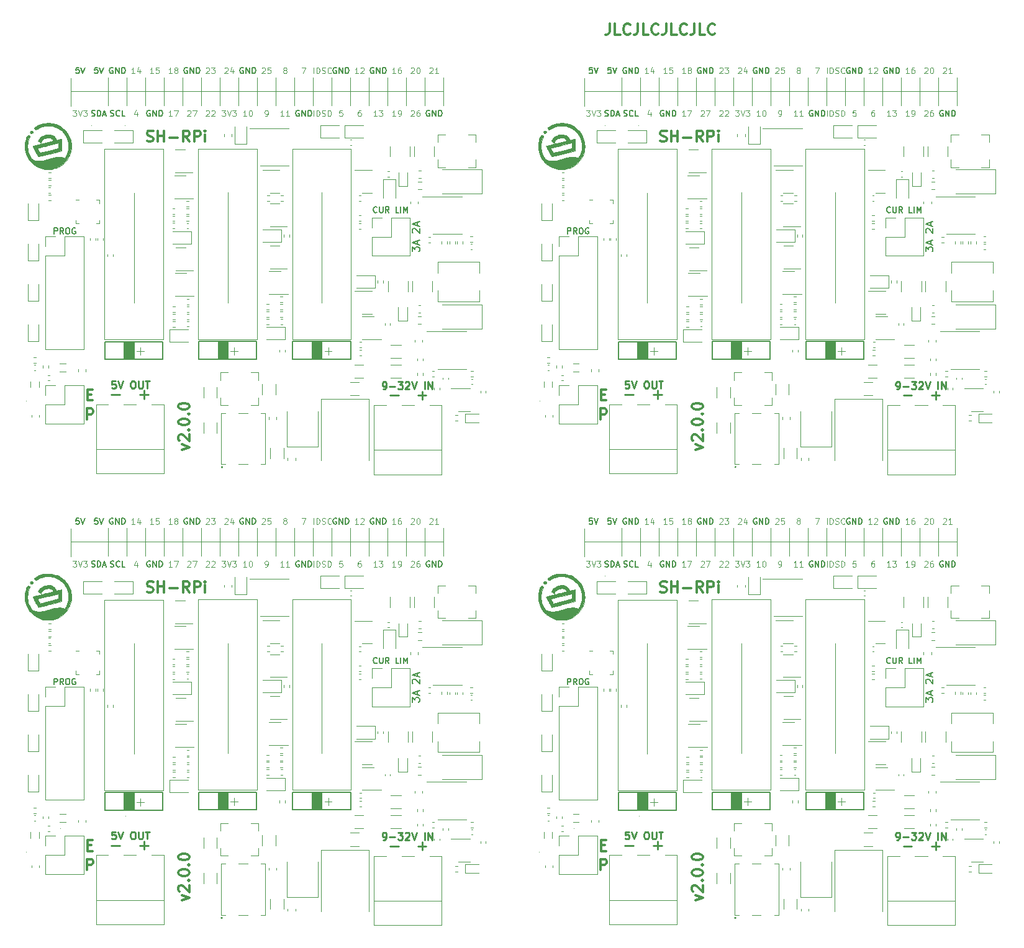
<source format=gto>
G04 #@! TF.GenerationSoftware,KiCad,Pcbnew,(6.0.10-0)*
G04 #@! TF.CreationDate,2023-02-15T19:17:08+02:00*
G04 #@! TF.ProjectId,SH-RPi-panel,53482d52-5069-42d7-9061-6e656c2e6b69,v2.0.0*
G04 #@! TF.SameCoordinates,Original*
G04 #@! TF.FileFunction,Legend,Top*
G04 #@! TF.FilePolarity,Positive*
%FSLAX46Y46*%
G04 Gerber Fmt 4.6, Leading zero omitted, Abs format (unit mm)*
G04 Created by KiCad (PCBNEW (6.0.10-0)) date 2023-02-15 19:17:08*
%MOMM*%
%LPD*%
G01*
G04 APERTURE LIST*
%ADD10C,0.120000*%
%ADD11C,0.300000*%
%ADD12C,0.200000*%
%ADD13C,0.180000*%
%ADD14C,0.250000*%
%ADD15C,0.150000*%
%ADD16C,0.100000*%
%ADD17C,0.010000*%
%ADD18C,0.080000*%
%ADD19C,0.160000*%
G04 APERTURE END LIST*
D10*
X44580000Y-12799000D02*
X44580000Y-8989000D01*
X114580000Y-12799000D02*
X114580000Y-8989000D01*
X44580000Y-74299000D02*
X44580000Y-70489000D01*
X114580000Y-74299000D02*
X114580000Y-70489000D01*
X57280000Y-12799000D02*
X57280000Y-8989000D01*
X127280000Y-12799000D02*
X127280000Y-8989000D01*
X57280000Y-74299000D02*
X57280000Y-70489000D01*
X127280000Y-74299000D02*
X127280000Y-70489000D01*
X52200000Y-12799000D02*
X52200000Y-8989000D01*
X122200000Y-12799000D02*
X122200000Y-8989000D01*
X52200000Y-74299000D02*
X52200000Y-70489000D01*
X122200000Y-74299000D02*
X122200000Y-70489000D01*
X19180000Y-12799000D02*
X19180000Y-8989000D01*
X89180000Y-12799000D02*
X89180000Y-8989000D01*
X19180000Y-74299000D02*
X19180000Y-70489000D01*
X89180000Y-74299000D02*
X89180000Y-70489000D01*
X42040000Y-12799000D02*
X42040000Y-8989000D01*
X112040000Y-12799000D02*
X112040000Y-8989000D01*
X42040000Y-74299000D02*
X42040000Y-70489000D01*
X112040000Y-74299000D02*
X112040000Y-70489000D01*
X49660000Y-12799000D02*
X49660000Y-8989000D01*
X119660000Y-12799000D02*
X119660000Y-8989000D01*
X49660000Y-74299000D02*
X49660000Y-70489000D01*
X119660000Y-74299000D02*
X119660000Y-70489000D01*
X64900000Y-12799000D02*
X64900000Y-8989000D01*
X134900000Y-12799000D02*
X134900000Y-8989000D01*
X64900000Y-74299000D02*
X64900000Y-70489000D01*
X134900000Y-74299000D02*
X134900000Y-70489000D01*
X59820000Y-12799000D02*
X59820000Y-8989000D01*
X129820000Y-12799000D02*
X129820000Y-8989000D01*
X59820000Y-74299000D02*
X59820000Y-70489000D01*
X129820000Y-74299000D02*
X129820000Y-70489000D01*
X39500000Y-12799000D02*
X39500000Y-8989000D01*
X109500000Y-12799000D02*
X109500000Y-8989000D01*
X39500000Y-74299000D02*
X39500000Y-70489000D01*
X109500000Y-74299000D02*
X109500000Y-70489000D01*
X36960000Y-12799000D02*
X36960000Y-8989000D01*
X106960000Y-12799000D02*
X106960000Y-8989000D01*
X36960000Y-74299000D02*
X36960000Y-70489000D01*
X106960000Y-74299000D02*
X106960000Y-70489000D01*
X34420000Y-12799000D02*
X34420000Y-8989000D01*
X104420000Y-12799000D02*
X104420000Y-8989000D01*
X34420000Y-74299000D02*
X34420000Y-70489000D01*
X104420000Y-74299000D02*
X104420000Y-70489000D01*
X47120000Y-12799000D02*
X47120000Y-8989000D01*
X117120000Y-12799000D02*
X117120000Y-8989000D01*
X47120000Y-74299000D02*
X47120000Y-70489000D01*
X117120000Y-74299000D02*
X117120000Y-70489000D01*
X21720000Y-12799000D02*
X21720000Y-8989000D01*
X91720000Y-12799000D02*
X91720000Y-8989000D01*
X21720000Y-74299000D02*
X21720000Y-70489000D01*
X91720000Y-74299000D02*
X91720000Y-70489000D01*
X31880000Y-12799000D02*
X31880000Y-8989000D01*
X101880000Y-12799000D02*
X101880000Y-8989000D01*
X31880000Y-74299000D02*
X31880000Y-70489000D01*
X101880000Y-74299000D02*
X101880000Y-70489000D01*
X14100000Y-10894000D02*
X64900000Y-10894000D01*
X84100000Y-10894000D02*
X134900000Y-10894000D01*
X14100000Y-72394000D02*
X64900000Y-72394000D01*
X84100000Y-72394000D02*
X134900000Y-72394000D01*
X62360000Y-12799000D02*
X62360000Y-8989000D01*
X132360000Y-12799000D02*
X132360000Y-8989000D01*
X62360000Y-74299000D02*
X62360000Y-70489000D01*
X132360000Y-74299000D02*
X132360000Y-70489000D01*
X24260000Y-12799000D02*
X24260000Y-8989000D01*
X94260000Y-12799000D02*
X94260000Y-8989000D01*
X24260000Y-74299000D02*
X24260000Y-70489000D01*
X94260000Y-74299000D02*
X94260000Y-70489000D01*
X26800000Y-12799000D02*
X26800000Y-8989000D01*
X96800000Y-12799000D02*
X96800000Y-8989000D01*
X26800000Y-74299000D02*
X26800000Y-70489000D01*
X96800000Y-74299000D02*
X96800000Y-70489000D01*
X14100000Y-12926000D02*
X14100000Y-9116000D01*
X84100000Y-12926000D02*
X84100000Y-9116000D01*
X14100000Y-74426000D02*
X14100000Y-70616000D01*
X84100000Y-74426000D02*
X84100000Y-70616000D01*
X54740000Y-12799000D02*
X54740000Y-8989000D01*
X124740000Y-12799000D02*
X124740000Y-8989000D01*
X54740000Y-74299000D02*
X54740000Y-70489000D01*
X124740000Y-74299000D02*
X124740000Y-70489000D01*
X29340000Y-12799000D02*
X29340000Y-8989000D01*
X99340000Y-12799000D02*
X99340000Y-8989000D01*
X29340000Y-74299000D02*
X29340000Y-70489000D01*
X99340000Y-74299000D02*
X99340000Y-70489000D01*
D11*
X94486714Y-17707142D02*
X94701000Y-17778571D01*
X95058142Y-17778571D01*
X95201000Y-17707142D01*
X95272428Y-17635714D01*
X95343857Y-17492857D01*
X95343857Y-17350000D01*
X95272428Y-17207142D01*
X95201000Y-17135714D01*
X95058142Y-17064285D01*
X94772428Y-16992857D01*
X94629571Y-16921428D01*
X94558142Y-16850000D01*
X94486714Y-16707142D01*
X94486714Y-16564285D01*
X94558142Y-16421428D01*
X94629571Y-16350000D01*
X94772428Y-16278571D01*
X95129571Y-16278571D01*
X95343857Y-16350000D01*
X95986714Y-17778571D02*
X95986714Y-16278571D01*
X95986714Y-16992857D02*
X96843857Y-16992857D01*
X96843857Y-17778571D02*
X96843857Y-16278571D01*
X97558142Y-17207142D02*
X98701000Y-17207142D01*
X100272428Y-17778571D02*
X99772428Y-17064285D01*
X99415285Y-17778571D02*
X99415285Y-16278571D01*
X99986714Y-16278571D01*
X100129571Y-16350000D01*
X100201000Y-16421428D01*
X100272428Y-16564285D01*
X100272428Y-16778571D01*
X100201000Y-16921428D01*
X100129571Y-16992857D01*
X99986714Y-17064285D01*
X99415285Y-17064285D01*
X100915285Y-17778571D02*
X100915285Y-16278571D01*
X101486714Y-16278571D01*
X101629571Y-16350000D01*
X101701000Y-16421428D01*
X101772428Y-16564285D01*
X101772428Y-16778571D01*
X101701000Y-16921428D01*
X101629571Y-16992857D01*
X101486714Y-17064285D01*
X100915285Y-17064285D01*
X102415285Y-17778571D02*
X102415285Y-16778571D01*
X102415285Y-16278571D02*
X102343857Y-16350000D01*
X102415285Y-16421428D01*
X102486714Y-16350000D01*
X102415285Y-16278571D01*
X102415285Y-16421428D01*
X24486714Y-17707142D02*
X24701000Y-17778571D01*
X25058142Y-17778571D01*
X25201000Y-17707142D01*
X25272428Y-17635714D01*
X25343857Y-17492857D01*
X25343857Y-17350000D01*
X25272428Y-17207142D01*
X25201000Y-17135714D01*
X25058142Y-17064285D01*
X24772428Y-16992857D01*
X24629571Y-16921428D01*
X24558142Y-16850000D01*
X24486714Y-16707142D01*
X24486714Y-16564285D01*
X24558142Y-16421428D01*
X24629571Y-16350000D01*
X24772428Y-16278571D01*
X25129571Y-16278571D01*
X25343857Y-16350000D01*
X25986714Y-17778571D02*
X25986714Y-16278571D01*
X25986714Y-16992857D02*
X26843857Y-16992857D01*
X26843857Y-17778571D02*
X26843857Y-16278571D01*
X27558142Y-17207142D02*
X28701000Y-17207142D01*
X30272428Y-17778571D02*
X29772428Y-17064285D01*
X29415285Y-17778571D02*
X29415285Y-16278571D01*
X29986714Y-16278571D01*
X30129571Y-16350000D01*
X30201000Y-16421428D01*
X30272428Y-16564285D01*
X30272428Y-16778571D01*
X30201000Y-16921428D01*
X30129571Y-16992857D01*
X29986714Y-17064285D01*
X29415285Y-17064285D01*
X30915285Y-17778571D02*
X30915285Y-16278571D01*
X31486714Y-16278571D01*
X31629571Y-16350000D01*
X31701000Y-16421428D01*
X31772428Y-16564285D01*
X31772428Y-16778571D01*
X31701000Y-16921428D01*
X31629571Y-16992857D01*
X31486714Y-17064285D01*
X30915285Y-17064285D01*
X32415285Y-17778571D02*
X32415285Y-16778571D01*
X32415285Y-16278571D02*
X32343857Y-16350000D01*
X32415285Y-16421428D01*
X32486714Y-16350000D01*
X32415285Y-16278571D01*
X32415285Y-16421428D01*
X94486714Y-79207142D02*
X94701000Y-79278571D01*
X95058142Y-79278571D01*
X95201000Y-79207142D01*
X95272428Y-79135714D01*
X95343857Y-78992857D01*
X95343857Y-78850000D01*
X95272428Y-78707142D01*
X95201000Y-78635714D01*
X95058142Y-78564285D01*
X94772428Y-78492857D01*
X94629571Y-78421428D01*
X94558142Y-78350000D01*
X94486714Y-78207142D01*
X94486714Y-78064285D01*
X94558142Y-77921428D01*
X94629571Y-77850000D01*
X94772428Y-77778571D01*
X95129571Y-77778571D01*
X95343857Y-77850000D01*
X95986714Y-79278571D02*
X95986714Y-77778571D01*
X95986714Y-78492857D02*
X96843857Y-78492857D01*
X96843857Y-79278571D02*
X96843857Y-77778571D01*
X97558142Y-78707142D02*
X98701000Y-78707142D01*
X100272428Y-79278571D02*
X99772428Y-78564285D01*
X99415285Y-79278571D02*
X99415285Y-77778571D01*
X99986714Y-77778571D01*
X100129571Y-77850000D01*
X100201000Y-77921428D01*
X100272428Y-78064285D01*
X100272428Y-78278571D01*
X100201000Y-78421428D01*
X100129571Y-78492857D01*
X99986714Y-78564285D01*
X99415285Y-78564285D01*
X100915285Y-79278571D02*
X100915285Y-77778571D01*
X101486714Y-77778571D01*
X101629571Y-77850000D01*
X101701000Y-77921428D01*
X101772428Y-78064285D01*
X101772428Y-78278571D01*
X101701000Y-78421428D01*
X101629571Y-78492857D01*
X101486714Y-78564285D01*
X100915285Y-78564285D01*
X102415285Y-79278571D02*
X102415285Y-78278571D01*
X102415285Y-77778571D02*
X102343857Y-77850000D01*
X102415285Y-77921428D01*
X102486714Y-77850000D01*
X102415285Y-77778571D01*
X102415285Y-77921428D01*
X24486714Y-79207142D02*
X24701000Y-79278571D01*
X25058142Y-79278571D01*
X25201000Y-79207142D01*
X25272428Y-79135714D01*
X25343857Y-78992857D01*
X25343857Y-78850000D01*
X25272428Y-78707142D01*
X25201000Y-78635714D01*
X25058142Y-78564285D01*
X24772428Y-78492857D01*
X24629571Y-78421428D01*
X24558142Y-78350000D01*
X24486714Y-78207142D01*
X24486714Y-78064285D01*
X24558142Y-77921428D01*
X24629571Y-77850000D01*
X24772428Y-77778571D01*
X25129571Y-77778571D01*
X25343857Y-77850000D01*
X25986714Y-79278571D02*
X25986714Y-77778571D01*
X25986714Y-78492857D02*
X26843857Y-78492857D01*
X26843857Y-79278571D02*
X26843857Y-77778571D01*
X27558142Y-78707142D02*
X28701000Y-78707142D01*
X30272428Y-79278571D02*
X29772428Y-78564285D01*
X29415285Y-79278571D02*
X29415285Y-77778571D01*
X29986714Y-77778571D01*
X30129571Y-77850000D01*
X30201000Y-77921428D01*
X30272428Y-78064285D01*
X30272428Y-78278571D01*
X30201000Y-78421428D01*
X30129571Y-78492857D01*
X29986714Y-78564285D01*
X29415285Y-78564285D01*
X30915285Y-79278571D02*
X30915285Y-77778571D01*
X31486714Y-77778571D01*
X31629571Y-77850000D01*
X31701000Y-77921428D01*
X31772428Y-78064285D01*
X31772428Y-78278571D01*
X31701000Y-78421428D01*
X31629571Y-78492857D01*
X31486714Y-78564285D01*
X30915285Y-78564285D01*
X32415285Y-79278571D02*
X32415285Y-78278571D01*
X32415285Y-77778571D02*
X32343857Y-77850000D01*
X32415285Y-77921428D01*
X32486714Y-77850000D01*
X32415285Y-77778571D01*
X32415285Y-77921428D01*
D10*
X115583333Y-7661904D02*
X116116666Y-7661904D01*
X115773809Y-8461904D01*
X45583333Y-7661904D02*
X46116666Y-7661904D01*
X45773809Y-8461904D01*
X115583333Y-69161904D02*
X116116666Y-69161904D01*
X115773809Y-69961904D01*
X45583333Y-69161904D02*
X46116666Y-69161904D01*
X45773809Y-69961904D01*
X108077619Y-14303904D02*
X107620476Y-14303904D01*
X107849047Y-14303904D02*
X107849047Y-13503904D01*
X107772857Y-13618190D01*
X107696666Y-13694380D01*
X107620476Y-13732476D01*
X108572857Y-13503904D02*
X108649047Y-13503904D01*
X108725238Y-13542000D01*
X108763333Y-13580095D01*
X108801428Y-13656285D01*
X108839523Y-13808666D01*
X108839523Y-13999142D01*
X108801428Y-14151523D01*
X108763333Y-14227714D01*
X108725238Y-14265809D01*
X108649047Y-14303904D01*
X108572857Y-14303904D01*
X108496666Y-14265809D01*
X108458571Y-14227714D01*
X108420476Y-14151523D01*
X108382380Y-13999142D01*
X108382380Y-13808666D01*
X108420476Y-13656285D01*
X108458571Y-13580095D01*
X108496666Y-13542000D01*
X108572857Y-13503904D01*
X38077619Y-14303904D02*
X37620476Y-14303904D01*
X37849047Y-14303904D02*
X37849047Y-13503904D01*
X37772857Y-13618190D01*
X37696666Y-13694380D01*
X37620476Y-13732476D01*
X38572857Y-13503904D02*
X38649047Y-13503904D01*
X38725238Y-13542000D01*
X38763333Y-13580095D01*
X38801428Y-13656285D01*
X38839523Y-13808666D01*
X38839523Y-13999142D01*
X38801428Y-14151523D01*
X38763333Y-14227714D01*
X38725238Y-14265809D01*
X38649047Y-14303904D01*
X38572857Y-14303904D01*
X38496666Y-14265809D01*
X38458571Y-14227714D01*
X38420476Y-14151523D01*
X38382380Y-13999142D01*
X38382380Y-13808666D01*
X38420476Y-13656285D01*
X38458571Y-13580095D01*
X38496666Y-13542000D01*
X38572857Y-13503904D01*
X108077619Y-75803904D02*
X107620476Y-75803904D01*
X107849047Y-75803904D02*
X107849047Y-75003904D01*
X107772857Y-75118190D01*
X107696666Y-75194380D01*
X107620476Y-75232476D01*
X108572857Y-75003904D02*
X108649047Y-75003904D01*
X108725238Y-75042000D01*
X108763333Y-75080095D01*
X108801428Y-75156285D01*
X108839523Y-75308666D01*
X108839523Y-75499142D01*
X108801428Y-75651523D01*
X108763333Y-75727714D01*
X108725238Y-75765809D01*
X108649047Y-75803904D01*
X108572857Y-75803904D01*
X108496666Y-75765809D01*
X108458571Y-75727714D01*
X108420476Y-75651523D01*
X108382380Y-75499142D01*
X108382380Y-75308666D01*
X108420476Y-75156285D01*
X108458571Y-75080095D01*
X108496666Y-75042000D01*
X108572857Y-75003904D01*
X38077619Y-75803904D02*
X37620476Y-75803904D01*
X37849047Y-75803904D02*
X37849047Y-75003904D01*
X37772857Y-75118190D01*
X37696666Y-75194380D01*
X37620476Y-75232476D01*
X38572857Y-75003904D02*
X38649047Y-75003904D01*
X38725238Y-75042000D01*
X38763333Y-75080095D01*
X38801428Y-75156285D01*
X38839523Y-75308666D01*
X38839523Y-75499142D01*
X38801428Y-75651523D01*
X38763333Y-75727714D01*
X38725238Y-75765809D01*
X38649047Y-75803904D01*
X38572857Y-75803904D01*
X38496666Y-75765809D01*
X38458571Y-75727714D01*
X38420476Y-75651523D01*
X38382380Y-75499142D01*
X38382380Y-75308666D01*
X38420476Y-75156285D01*
X38458571Y-75080095D01*
X38496666Y-75042000D01*
X38572857Y-75003904D01*
X133020476Y-7738095D02*
X133058571Y-7700000D01*
X133134761Y-7661904D01*
X133325238Y-7661904D01*
X133401428Y-7700000D01*
X133439523Y-7738095D01*
X133477619Y-7814285D01*
X133477619Y-7890476D01*
X133439523Y-8004761D01*
X132982380Y-8461904D01*
X133477619Y-8461904D01*
X134239523Y-8461904D02*
X133782380Y-8461904D01*
X134010952Y-8461904D02*
X134010952Y-7661904D01*
X133934761Y-7776190D01*
X133858571Y-7852380D01*
X133782380Y-7890476D01*
X63020476Y-7738095D02*
X63058571Y-7700000D01*
X63134761Y-7661904D01*
X63325238Y-7661904D01*
X63401428Y-7700000D01*
X63439523Y-7738095D01*
X63477619Y-7814285D01*
X63477619Y-7890476D01*
X63439523Y-8004761D01*
X62982380Y-8461904D01*
X63477619Y-8461904D01*
X64239523Y-8461904D02*
X63782380Y-8461904D01*
X64010952Y-8461904D02*
X64010952Y-7661904D01*
X63934761Y-7776190D01*
X63858571Y-7852380D01*
X63782380Y-7890476D01*
X133020476Y-69238095D02*
X133058571Y-69200000D01*
X133134761Y-69161904D01*
X133325238Y-69161904D01*
X133401428Y-69200000D01*
X133439523Y-69238095D01*
X133477619Y-69314285D01*
X133477619Y-69390476D01*
X133439523Y-69504761D01*
X132982380Y-69961904D01*
X133477619Y-69961904D01*
X134239523Y-69961904D02*
X133782380Y-69961904D01*
X134010952Y-69961904D02*
X134010952Y-69161904D01*
X133934761Y-69276190D01*
X133858571Y-69352380D01*
X133782380Y-69390476D01*
X63020476Y-69238095D02*
X63058571Y-69200000D01*
X63134761Y-69161904D01*
X63325238Y-69161904D01*
X63401428Y-69200000D01*
X63439523Y-69238095D01*
X63477619Y-69314285D01*
X63477619Y-69390476D01*
X63439523Y-69504761D01*
X62982380Y-69961904D01*
X63477619Y-69961904D01*
X64239523Y-69961904D02*
X63782380Y-69961904D01*
X64010952Y-69961904D02*
X64010952Y-69161904D01*
X63934761Y-69276190D01*
X63858571Y-69352380D01*
X63782380Y-69390476D01*
D12*
X130652380Y-32761904D02*
X130652380Y-32142857D01*
X131033333Y-32476190D01*
X131033333Y-32333333D01*
X131080952Y-32238095D01*
X131128571Y-32190476D01*
X131223809Y-32142857D01*
X131461904Y-32142857D01*
X131557142Y-32190476D01*
X131604761Y-32238095D01*
X131652380Y-32333333D01*
X131652380Y-32619047D01*
X131604761Y-32714285D01*
X131557142Y-32761904D01*
X131366666Y-31761904D02*
X131366666Y-31285714D01*
X131652380Y-31857142D02*
X130652380Y-31523809D01*
X131652380Y-31190476D01*
X60652380Y-32761904D02*
X60652380Y-32142857D01*
X61033333Y-32476190D01*
X61033333Y-32333333D01*
X61080952Y-32238095D01*
X61128571Y-32190476D01*
X61223809Y-32142857D01*
X61461904Y-32142857D01*
X61557142Y-32190476D01*
X61604761Y-32238095D01*
X61652380Y-32333333D01*
X61652380Y-32619047D01*
X61604761Y-32714285D01*
X61557142Y-32761904D01*
X61366666Y-31761904D02*
X61366666Y-31285714D01*
X61652380Y-31857142D02*
X60652380Y-31523809D01*
X61652380Y-31190476D01*
X130652380Y-94261904D02*
X130652380Y-93642857D01*
X131033333Y-93976190D01*
X131033333Y-93833333D01*
X131080952Y-93738095D01*
X131128571Y-93690476D01*
X131223809Y-93642857D01*
X131461904Y-93642857D01*
X131557142Y-93690476D01*
X131604761Y-93738095D01*
X131652380Y-93833333D01*
X131652380Y-94119047D01*
X131604761Y-94214285D01*
X131557142Y-94261904D01*
X131366666Y-93261904D02*
X131366666Y-92785714D01*
X131652380Y-93357142D02*
X130652380Y-93023809D01*
X131652380Y-92690476D01*
X60652380Y-94261904D02*
X60652380Y-93642857D01*
X61033333Y-93976190D01*
X61033333Y-93833333D01*
X61080952Y-93738095D01*
X61128571Y-93690476D01*
X61223809Y-93642857D01*
X61461904Y-93642857D01*
X61557142Y-93690476D01*
X61604761Y-93738095D01*
X61652380Y-93833333D01*
X61652380Y-94119047D01*
X61604761Y-94214285D01*
X61557142Y-94261904D01*
X61366666Y-93261904D02*
X61366666Y-92785714D01*
X61652380Y-93357142D02*
X60652380Y-93023809D01*
X61652380Y-92690476D01*
D10*
X113157619Y-14303904D02*
X112700476Y-14303904D01*
X112929047Y-14303904D02*
X112929047Y-13503904D01*
X112852857Y-13618190D01*
X112776666Y-13694380D01*
X112700476Y-13732476D01*
X113919523Y-14303904D02*
X113462380Y-14303904D01*
X113690952Y-14303904D02*
X113690952Y-13503904D01*
X113614761Y-13618190D01*
X113538571Y-13694380D01*
X113462380Y-13732476D01*
X43157619Y-14303904D02*
X42700476Y-14303904D01*
X42929047Y-14303904D02*
X42929047Y-13503904D01*
X42852857Y-13618190D01*
X42776666Y-13694380D01*
X42700476Y-13732476D01*
X43919523Y-14303904D02*
X43462380Y-14303904D01*
X43690952Y-14303904D02*
X43690952Y-13503904D01*
X43614761Y-13618190D01*
X43538571Y-13694380D01*
X43462380Y-13732476D01*
X113157619Y-75803904D02*
X112700476Y-75803904D01*
X112929047Y-75803904D02*
X112929047Y-75003904D01*
X112852857Y-75118190D01*
X112776666Y-75194380D01*
X112700476Y-75232476D01*
X113919523Y-75803904D02*
X113462380Y-75803904D01*
X113690952Y-75803904D02*
X113690952Y-75003904D01*
X113614761Y-75118190D01*
X113538571Y-75194380D01*
X113462380Y-75232476D01*
X43157619Y-75803904D02*
X42700476Y-75803904D01*
X42929047Y-75803904D02*
X42929047Y-75003904D01*
X42852857Y-75118190D01*
X42776666Y-75194380D01*
X42700476Y-75232476D01*
X43919523Y-75803904D02*
X43462380Y-75803904D01*
X43690952Y-75803904D02*
X43690952Y-75003904D01*
X43614761Y-75118190D01*
X43538571Y-75194380D01*
X43462380Y-75232476D01*
X104699523Y-13503904D02*
X105194761Y-13503904D01*
X104928095Y-13808666D01*
X105042380Y-13808666D01*
X105118571Y-13846761D01*
X105156666Y-13884857D01*
X105194761Y-13961047D01*
X105194761Y-14151523D01*
X105156666Y-14227714D01*
X105118571Y-14265809D01*
X105042380Y-14303904D01*
X104813809Y-14303904D01*
X104737619Y-14265809D01*
X104699523Y-14227714D01*
X105423333Y-13503904D02*
X105690000Y-14303904D01*
X105956666Y-13503904D01*
X106147142Y-13503904D02*
X106642380Y-13503904D01*
X106375714Y-13808666D01*
X106490000Y-13808666D01*
X106566190Y-13846761D01*
X106604285Y-13884857D01*
X106642380Y-13961047D01*
X106642380Y-14151523D01*
X106604285Y-14227714D01*
X106566190Y-14265809D01*
X106490000Y-14303904D01*
X106261428Y-14303904D01*
X106185238Y-14265809D01*
X106147142Y-14227714D01*
X34699523Y-13503904D02*
X35194761Y-13503904D01*
X34928095Y-13808666D01*
X35042380Y-13808666D01*
X35118571Y-13846761D01*
X35156666Y-13884857D01*
X35194761Y-13961047D01*
X35194761Y-14151523D01*
X35156666Y-14227714D01*
X35118571Y-14265809D01*
X35042380Y-14303904D01*
X34813809Y-14303904D01*
X34737619Y-14265809D01*
X34699523Y-14227714D01*
X35423333Y-13503904D02*
X35690000Y-14303904D01*
X35956666Y-13503904D01*
X36147142Y-13503904D02*
X36642380Y-13503904D01*
X36375714Y-13808666D01*
X36490000Y-13808666D01*
X36566190Y-13846761D01*
X36604285Y-13884857D01*
X36642380Y-13961047D01*
X36642380Y-14151523D01*
X36604285Y-14227714D01*
X36566190Y-14265809D01*
X36490000Y-14303904D01*
X36261428Y-14303904D01*
X36185238Y-14265809D01*
X36147142Y-14227714D01*
X104699523Y-75003904D02*
X105194761Y-75003904D01*
X104928095Y-75308666D01*
X105042380Y-75308666D01*
X105118571Y-75346761D01*
X105156666Y-75384857D01*
X105194761Y-75461047D01*
X105194761Y-75651523D01*
X105156666Y-75727714D01*
X105118571Y-75765809D01*
X105042380Y-75803904D01*
X104813809Y-75803904D01*
X104737619Y-75765809D01*
X104699523Y-75727714D01*
X105423333Y-75003904D02*
X105690000Y-75803904D01*
X105956666Y-75003904D01*
X106147142Y-75003904D02*
X106642380Y-75003904D01*
X106375714Y-75308666D01*
X106490000Y-75308666D01*
X106566190Y-75346761D01*
X106604285Y-75384857D01*
X106642380Y-75461047D01*
X106642380Y-75651523D01*
X106604285Y-75727714D01*
X106566190Y-75765809D01*
X106490000Y-75803904D01*
X106261428Y-75803904D01*
X106185238Y-75765809D01*
X106147142Y-75727714D01*
X34699523Y-75003904D02*
X35194761Y-75003904D01*
X34928095Y-75308666D01*
X35042380Y-75308666D01*
X35118571Y-75346761D01*
X35156666Y-75384857D01*
X35194761Y-75461047D01*
X35194761Y-75651523D01*
X35156666Y-75727714D01*
X35118571Y-75765809D01*
X35042380Y-75803904D01*
X34813809Y-75803904D01*
X34737619Y-75765809D01*
X34699523Y-75727714D01*
X35423333Y-75003904D02*
X35690000Y-75803904D01*
X35956666Y-75003904D01*
X36147142Y-75003904D02*
X36642380Y-75003904D01*
X36375714Y-75308666D01*
X36490000Y-75308666D01*
X36566190Y-75346761D01*
X36604285Y-75384857D01*
X36642380Y-75461047D01*
X36642380Y-75651523D01*
X36604285Y-75727714D01*
X36566190Y-75765809D01*
X36490000Y-75803904D01*
X36261428Y-75803904D01*
X36185238Y-75765809D01*
X36147142Y-75727714D01*
D13*
X85217619Y-7661904D02*
X84836666Y-7661904D01*
X84798571Y-8042857D01*
X84836666Y-8004761D01*
X84912857Y-7966666D01*
X85103333Y-7966666D01*
X85179523Y-8004761D01*
X85217619Y-8042857D01*
X85255714Y-8119047D01*
X85255714Y-8309523D01*
X85217619Y-8385714D01*
X85179523Y-8423809D01*
X85103333Y-8461904D01*
X84912857Y-8461904D01*
X84836666Y-8423809D01*
X84798571Y-8385714D01*
X85484285Y-7661904D02*
X85750952Y-8461904D01*
X86017619Y-7661904D01*
X15217619Y-7661904D02*
X14836666Y-7661904D01*
X14798571Y-8042857D01*
X14836666Y-8004761D01*
X14912857Y-7966666D01*
X15103333Y-7966666D01*
X15179523Y-8004761D01*
X15217619Y-8042857D01*
X15255714Y-8119047D01*
X15255714Y-8309523D01*
X15217619Y-8385714D01*
X15179523Y-8423809D01*
X15103333Y-8461904D01*
X14912857Y-8461904D01*
X14836666Y-8423809D01*
X14798571Y-8385714D01*
X15484285Y-7661904D02*
X15750952Y-8461904D01*
X16017619Y-7661904D01*
X85217619Y-69161904D02*
X84836666Y-69161904D01*
X84798571Y-69542857D01*
X84836666Y-69504761D01*
X84912857Y-69466666D01*
X85103333Y-69466666D01*
X85179523Y-69504761D01*
X85217619Y-69542857D01*
X85255714Y-69619047D01*
X85255714Y-69809523D01*
X85217619Y-69885714D01*
X85179523Y-69923809D01*
X85103333Y-69961904D01*
X84912857Y-69961904D01*
X84836666Y-69923809D01*
X84798571Y-69885714D01*
X85484285Y-69161904D02*
X85750952Y-69961904D01*
X86017619Y-69161904D01*
X15217619Y-69161904D02*
X14836666Y-69161904D01*
X14798571Y-69542857D01*
X14836666Y-69504761D01*
X14912857Y-69466666D01*
X15103333Y-69466666D01*
X15179523Y-69504761D01*
X15217619Y-69542857D01*
X15255714Y-69619047D01*
X15255714Y-69809523D01*
X15217619Y-69885714D01*
X15179523Y-69923809D01*
X15103333Y-69961904D01*
X14912857Y-69961904D01*
X14836666Y-69923809D01*
X14798571Y-69885714D01*
X15484285Y-69161904D02*
X15750952Y-69961904D01*
X16017619Y-69161904D01*
X89497619Y-14265809D02*
X89611904Y-14303904D01*
X89802380Y-14303904D01*
X89878571Y-14265809D01*
X89916666Y-14227714D01*
X89954761Y-14151523D01*
X89954761Y-14075333D01*
X89916666Y-13999142D01*
X89878571Y-13961047D01*
X89802380Y-13922952D01*
X89650000Y-13884857D01*
X89573809Y-13846761D01*
X89535714Y-13808666D01*
X89497619Y-13732476D01*
X89497619Y-13656285D01*
X89535714Y-13580095D01*
X89573809Y-13542000D01*
X89650000Y-13503904D01*
X89840476Y-13503904D01*
X89954761Y-13542000D01*
X90754761Y-14227714D02*
X90716666Y-14265809D01*
X90602380Y-14303904D01*
X90526190Y-14303904D01*
X90411904Y-14265809D01*
X90335714Y-14189619D01*
X90297619Y-14113428D01*
X90259523Y-13961047D01*
X90259523Y-13846761D01*
X90297619Y-13694380D01*
X90335714Y-13618190D01*
X90411904Y-13542000D01*
X90526190Y-13503904D01*
X90602380Y-13503904D01*
X90716666Y-13542000D01*
X90754761Y-13580095D01*
X91478571Y-14303904D02*
X91097619Y-14303904D01*
X91097619Y-13503904D01*
X19497619Y-14265809D02*
X19611904Y-14303904D01*
X19802380Y-14303904D01*
X19878571Y-14265809D01*
X19916666Y-14227714D01*
X19954761Y-14151523D01*
X19954761Y-14075333D01*
X19916666Y-13999142D01*
X19878571Y-13961047D01*
X19802380Y-13922952D01*
X19650000Y-13884857D01*
X19573809Y-13846761D01*
X19535714Y-13808666D01*
X19497619Y-13732476D01*
X19497619Y-13656285D01*
X19535714Y-13580095D01*
X19573809Y-13542000D01*
X19650000Y-13503904D01*
X19840476Y-13503904D01*
X19954761Y-13542000D01*
X20754761Y-14227714D02*
X20716666Y-14265809D01*
X20602380Y-14303904D01*
X20526190Y-14303904D01*
X20411904Y-14265809D01*
X20335714Y-14189619D01*
X20297619Y-14113428D01*
X20259523Y-13961047D01*
X20259523Y-13846761D01*
X20297619Y-13694380D01*
X20335714Y-13618190D01*
X20411904Y-13542000D01*
X20526190Y-13503904D01*
X20602380Y-13503904D01*
X20716666Y-13542000D01*
X20754761Y-13580095D01*
X21478571Y-14303904D02*
X21097619Y-14303904D01*
X21097619Y-13503904D01*
X89497619Y-75765809D02*
X89611904Y-75803904D01*
X89802380Y-75803904D01*
X89878571Y-75765809D01*
X89916666Y-75727714D01*
X89954761Y-75651523D01*
X89954761Y-75575333D01*
X89916666Y-75499142D01*
X89878571Y-75461047D01*
X89802380Y-75422952D01*
X89650000Y-75384857D01*
X89573809Y-75346761D01*
X89535714Y-75308666D01*
X89497619Y-75232476D01*
X89497619Y-75156285D01*
X89535714Y-75080095D01*
X89573809Y-75042000D01*
X89650000Y-75003904D01*
X89840476Y-75003904D01*
X89954761Y-75042000D01*
X90754761Y-75727714D02*
X90716666Y-75765809D01*
X90602380Y-75803904D01*
X90526190Y-75803904D01*
X90411904Y-75765809D01*
X90335714Y-75689619D01*
X90297619Y-75613428D01*
X90259523Y-75461047D01*
X90259523Y-75346761D01*
X90297619Y-75194380D01*
X90335714Y-75118190D01*
X90411904Y-75042000D01*
X90526190Y-75003904D01*
X90602380Y-75003904D01*
X90716666Y-75042000D01*
X90754761Y-75080095D01*
X91478571Y-75803904D02*
X91097619Y-75803904D01*
X91097619Y-75003904D01*
X19497619Y-75765809D02*
X19611904Y-75803904D01*
X19802380Y-75803904D01*
X19878571Y-75765809D01*
X19916666Y-75727714D01*
X19954761Y-75651523D01*
X19954761Y-75575333D01*
X19916666Y-75499142D01*
X19878571Y-75461047D01*
X19802380Y-75422952D01*
X19650000Y-75384857D01*
X19573809Y-75346761D01*
X19535714Y-75308666D01*
X19497619Y-75232476D01*
X19497619Y-75156285D01*
X19535714Y-75080095D01*
X19573809Y-75042000D01*
X19650000Y-75003904D01*
X19840476Y-75003904D01*
X19954761Y-75042000D01*
X20754761Y-75727714D02*
X20716666Y-75765809D01*
X20602380Y-75803904D01*
X20526190Y-75803904D01*
X20411904Y-75765809D01*
X20335714Y-75689619D01*
X20297619Y-75613428D01*
X20259523Y-75461047D01*
X20259523Y-75346761D01*
X20297619Y-75194380D01*
X20335714Y-75118190D01*
X20411904Y-75042000D01*
X20526190Y-75003904D01*
X20602380Y-75003904D01*
X20716666Y-75042000D01*
X20754761Y-75080095D01*
X21478571Y-75803904D02*
X21097619Y-75803904D01*
X21097619Y-75003904D01*
D11*
X86307142Y-55678571D02*
X86307142Y-54178571D01*
X86878571Y-54178571D01*
X87021428Y-54250000D01*
X87092857Y-54321428D01*
X87164285Y-54464285D01*
X87164285Y-54678571D01*
X87092857Y-54821428D01*
X87021428Y-54892857D01*
X86878571Y-54964285D01*
X86307142Y-54964285D01*
X16307142Y-55678571D02*
X16307142Y-54178571D01*
X16878571Y-54178571D01*
X17021428Y-54250000D01*
X17092857Y-54321428D01*
X17164285Y-54464285D01*
X17164285Y-54678571D01*
X17092857Y-54821428D01*
X17021428Y-54892857D01*
X16878571Y-54964285D01*
X16307142Y-54964285D01*
X86307142Y-117178571D02*
X86307142Y-115678571D01*
X86878571Y-115678571D01*
X87021428Y-115750000D01*
X87092857Y-115821428D01*
X87164285Y-115964285D01*
X87164285Y-116178571D01*
X87092857Y-116321428D01*
X87021428Y-116392857D01*
X86878571Y-116464285D01*
X86307142Y-116464285D01*
X16307142Y-117178571D02*
X16307142Y-115678571D01*
X16878571Y-115678571D01*
X17021428Y-115750000D01*
X17092857Y-115821428D01*
X17164285Y-115964285D01*
X17164285Y-116178571D01*
X17092857Y-116321428D01*
X17021428Y-116392857D01*
X16878571Y-116464285D01*
X16307142Y-116464285D01*
D10*
X110617619Y-14303904D02*
X110770000Y-14303904D01*
X110846190Y-14265809D01*
X110884285Y-14227714D01*
X110960476Y-14113428D01*
X110998571Y-13961047D01*
X110998571Y-13656285D01*
X110960476Y-13580095D01*
X110922380Y-13542000D01*
X110846190Y-13503904D01*
X110693809Y-13503904D01*
X110617619Y-13542000D01*
X110579523Y-13580095D01*
X110541428Y-13656285D01*
X110541428Y-13846761D01*
X110579523Y-13922952D01*
X110617619Y-13961047D01*
X110693809Y-13999142D01*
X110846190Y-13999142D01*
X110922380Y-13961047D01*
X110960476Y-13922952D01*
X110998571Y-13846761D01*
X40617619Y-14303904D02*
X40770000Y-14303904D01*
X40846190Y-14265809D01*
X40884285Y-14227714D01*
X40960476Y-14113428D01*
X40998571Y-13961047D01*
X40998571Y-13656285D01*
X40960476Y-13580095D01*
X40922380Y-13542000D01*
X40846190Y-13503904D01*
X40693809Y-13503904D01*
X40617619Y-13542000D01*
X40579523Y-13580095D01*
X40541428Y-13656285D01*
X40541428Y-13846761D01*
X40579523Y-13922952D01*
X40617619Y-13961047D01*
X40693809Y-13999142D01*
X40846190Y-13999142D01*
X40922380Y-13961047D01*
X40960476Y-13922952D01*
X40998571Y-13846761D01*
X110617619Y-75803904D02*
X110770000Y-75803904D01*
X110846190Y-75765809D01*
X110884285Y-75727714D01*
X110960476Y-75613428D01*
X110998571Y-75461047D01*
X110998571Y-75156285D01*
X110960476Y-75080095D01*
X110922380Y-75042000D01*
X110846190Y-75003904D01*
X110693809Y-75003904D01*
X110617619Y-75042000D01*
X110579523Y-75080095D01*
X110541428Y-75156285D01*
X110541428Y-75346761D01*
X110579523Y-75422952D01*
X110617619Y-75461047D01*
X110693809Y-75499142D01*
X110846190Y-75499142D01*
X110922380Y-75461047D01*
X110960476Y-75422952D01*
X110998571Y-75346761D01*
X40617619Y-75803904D02*
X40770000Y-75803904D01*
X40846190Y-75765809D01*
X40884285Y-75727714D01*
X40960476Y-75613428D01*
X40998571Y-75461047D01*
X40998571Y-75156285D01*
X40960476Y-75080095D01*
X40922380Y-75042000D01*
X40846190Y-75003904D01*
X40693809Y-75003904D01*
X40617619Y-75042000D01*
X40579523Y-75080095D01*
X40541428Y-75156285D01*
X40541428Y-75346761D01*
X40579523Y-75422952D01*
X40617619Y-75461047D01*
X40693809Y-75499142D01*
X40846190Y-75499142D01*
X40922380Y-75461047D01*
X40960476Y-75422952D01*
X40998571Y-75346761D01*
X123622380Y-13503904D02*
X123470000Y-13503904D01*
X123393809Y-13542000D01*
X123355714Y-13580095D01*
X123279523Y-13694380D01*
X123241428Y-13846761D01*
X123241428Y-14151523D01*
X123279523Y-14227714D01*
X123317619Y-14265809D01*
X123393809Y-14303904D01*
X123546190Y-14303904D01*
X123622380Y-14265809D01*
X123660476Y-14227714D01*
X123698571Y-14151523D01*
X123698571Y-13961047D01*
X123660476Y-13884857D01*
X123622380Y-13846761D01*
X123546190Y-13808666D01*
X123393809Y-13808666D01*
X123317619Y-13846761D01*
X123279523Y-13884857D01*
X123241428Y-13961047D01*
X53622380Y-13503904D02*
X53470000Y-13503904D01*
X53393809Y-13542000D01*
X53355714Y-13580095D01*
X53279523Y-13694380D01*
X53241428Y-13846761D01*
X53241428Y-14151523D01*
X53279523Y-14227714D01*
X53317619Y-14265809D01*
X53393809Y-14303904D01*
X53546190Y-14303904D01*
X53622380Y-14265809D01*
X53660476Y-14227714D01*
X53698571Y-14151523D01*
X53698571Y-13961047D01*
X53660476Y-13884857D01*
X53622380Y-13846761D01*
X53546190Y-13808666D01*
X53393809Y-13808666D01*
X53317619Y-13846761D01*
X53279523Y-13884857D01*
X53241428Y-13961047D01*
X123622380Y-75003904D02*
X123470000Y-75003904D01*
X123393809Y-75042000D01*
X123355714Y-75080095D01*
X123279523Y-75194380D01*
X123241428Y-75346761D01*
X123241428Y-75651523D01*
X123279523Y-75727714D01*
X123317619Y-75765809D01*
X123393809Y-75803904D01*
X123546190Y-75803904D01*
X123622380Y-75765809D01*
X123660476Y-75727714D01*
X123698571Y-75651523D01*
X123698571Y-75461047D01*
X123660476Y-75384857D01*
X123622380Y-75346761D01*
X123546190Y-75308666D01*
X123393809Y-75308666D01*
X123317619Y-75346761D01*
X123279523Y-75384857D01*
X123241428Y-75461047D01*
X53622380Y-75003904D02*
X53470000Y-75003904D01*
X53393809Y-75042000D01*
X53355714Y-75080095D01*
X53279523Y-75194380D01*
X53241428Y-75346761D01*
X53241428Y-75651523D01*
X53279523Y-75727714D01*
X53317619Y-75765809D01*
X53393809Y-75803904D01*
X53546190Y-75803904D01*
X53622380Y-75765809D01*
X53660476Y-75727714D01*
X53698571Y-75651523D01*
X53698571Y-75461047D01*
X53660476Y-75384857D01*
X53622380Y-75346761D01*
X53546190Y-75308666D01*
X53393809Y-75308666D01*
X53317619Y-75346761D01*
X53279523Y-75384857D01*
X53241428Y-75461047D01*
X128397619Y-14303904D02*
X127940476Y-14303904D01*
X128169047Y-14303904D02*
X128169047Y-13503904D01*
X128092857Y-13618190D01*
X128016666Y-13694380D01*
X127940476Y-13732476D01*
X128778571Y-14303904D02*
X128930952Y-14303904D01*
X129007142Y-14265809D01*
X129045238Y-14227714D01*
X129121428Y-14113428D01*
X129159523Y-13961047D01*
X129159523Y-13656285D01*
X129121428Y-13580095D01*
X129083333Y-13542000D01*
X129007142Y-13503904D01*
X128854761Y-13503904D01*
X128778571Y-13542000D01*
X128740476Y-13580095D01*
X128702380Y-13656285D01*
X128702380Y-13846761D01*
X128740476Y-13922952D01*
X128778571Y-13961047D01*
X128854761Y-13999142D01*
X129007142Y-13999142D01*
X129083333Y-13961047D01*
X129121428Y-13922952D01*
X129159523Y-13846761D01*
X58397619Y-14303904D02*
X57940476Y-14303904D01*
X58169047Y-14303904D02*
X58169047Y-13503904D01*
X58092857Y-13618190D01*
X58016666Y-13694380D01*
X57940476Y-13732476D01*
X58778571Y-14303904D02*
X58930952Y-14303904D01*
X59007142Y-14265809D01*
X59045238Y-14227714D01*
X59121428Y-14113428D01*
X59159523Y-13961047D01*
X59159523Y-13656285D01*
X59121428Y-13580095D01*
X59083333Y-13542000D01*
X59007142Y-13503904D01*
X58854761Y-13503904D01*
X58778571Y-13542000D01*
X58740476Y-13580095D01*
X58702380Y-13656285D01*
X58702380Y-13846761D01*
X58740476Y-13922952D01*
X58778571Y-13961047D01*
X58854761Y-13999142D01*
X59007142Y-13999142D01*
X59083333Y-13961047D01*
X59121428Y-13922952D01*
X59159523Y-13846761D01*
X128397619Y-75803904D02*
X127940476Y-75803904D01*
X128169047Y-75803904D02*
X128169047Y-75003904D01*
X128092857Y-75118190D01*
X128016666Y-75194380D01*
X127940476Y-75232476D01*
X128778571Y-75803904D02*
X128930952Y-75803904D01*
X129007142Y-75765809D01*
X129045238Y-75727714D01*
X129121428Y-75613428D01*
X129159523Y-75461047D01*
X129159523Y-75156285D01*
X129121428Y-75080095D01*
X129083333Y-75042000D01*
X129007142Y-75003904D01*
X128854761Y-75003904D01*
X128778571Y-75042000D01*
X128740476Y-75080095D01*
X128702380Y-75156285D01*
X128702380Y-75346761D01*
X128740476Y-75422952D01*
X128778571Y-75461047D01*
X128854761Y-75499142D01*
X129007142Y-75499142D01*
X129083333Y-75461047D01*
X129121428Y-75422952D01*
X129159523Y-75346761D01*
X58397619Y-75803904D02*
X57940476Y-75803904D01*
X58169047Y-75803904D02*
X58169047Y-75003904D01*
X58092857Y-75118190D01*
X58016666Y-75194380D01*
X57940476Y-75232476D01*
X58778571Y-75803904D02*
X58930952Y-75803904D01*
X59007142Y-75765809D01*
X59045238Y-75727714D01*
X59121428Y-75613428D01*
X59159523Y-75461047D01*
X59159523Y-75156285D01*
X59121428Y-75080095D01*
X59083333Y-75042000D01*
X59007142Y-75003904D01*
X58854761Y-75003904D01*
X58778571Y-75042000D01*
X58740476Y-75080095D01*
X58702380Y-75156285D01*
X58702380Y-75346761D01*
X58740476Y-75422952D01*
X58778571Y-75461047D01*
X58854761Y-75499142D01*
X59007142Y-75499142D01*
X59083333Y-75461047D01*
X59121428Y-75422952D01*
X59159523Y-75346761D01*
X117209047Y-14303904D02*
X117209047Y-13503904D01*
X117590000Y-14303904D02*
X117590000Y-13503904D01*
X117780476Y-13503904D01*
X117894761Y-13542000D01*
X117970952Y-13618190D01*
X118009047Y-13694380D01*
X118047142Y-13846761D01*
X118047142Y-13961047D01*
X118009047Y-14113428D01*
X117970952Y-14189619D01*
X117894761Y-14265809D01*
X117780476Y-14303904D01*
X117590000Y-14303904D01*
X118351904Y-14265809D02*
X118466190Y-14303904D01*
X118656666Y-14303904D01*
X118732857Y-14265809D01*
X118770952Y-14227714D01*
X118809047Y-14151523D01*
X118809047Y-14075333D01*
X118770952Y-13999142D01*
X118732857Y-13961047D01*
X118656666Y-13922952D01*
X118504285Y-13884857D01*
X118428095Y-13846761D01*
X118390000Y-13808666D01*
X118351904Y-13732476D01*
X118351904Y-13656285D01*
X118390000Y-13580095D01*
X118428095Y-13542000D01*
X118504285Y-13503904D01*
X118694761Y-13503904D01*
X118809047Y-13542000D01*
X119151904Y-14303904D02*
X119151904Y-13503904D01*
X119342380Y-13503904D01*
X119456666Y-13542000D01*
X119532857Y-13618190D01*
X119570952Y-13694380D01*
X119609047Y-13846761D01*
X119609047Y-13961047D01*
X119570952Y-14113428D01*
X119532857Y-14189619D01*
X119456666Y-14265809D01*
X119342380Y-14303904D01*
X119151904Y-14303904D01*
X47209047Y-14303904D02*
X47209047Y-13503904D01*
X47590000Y-14303904D02*
X47590000Y-13503904D01*
X47780476Y-13503904D01*
X47894761Y-13542000D01*
X47970952Y-13618190D01*
X48009047Y-13694380D01*
X48047142Y-13846761D01*
X48047142Y-13961047D01*
X48009047Y-14113428D01*
X47970952Y-14189619D01*
X47894761Y-14265809D01*
X47780476Y-14303904D01*
X47590000Y-14303904D01*
X48351904Y-14265809D02*
X48466190Y-14303904D01*
X48656666Y-14303904D01*
X48732857Y-14265809D01*
X48770952Y-14227714D01*
X48809047Y-14151523D01*
X48809047Y-14075333D01*
X48770952Y-13999142D01*
X48732857Y-13961047D01*
X48656666Y-13922952D01*
X48504285Y-13884857D01*
X48428095Y-13846761D01*
X48390000Y-13808666D01*
X48351904Y-13732476D01*
X48351904Y-13656285D01*
X48390000Y-13580095D01*
X48428095Y-13542000D01*
X48504285Y-13503904D01*
X48694761Y-13503904D01*
X48809047Y-13542000D01*
X49151904Y-14303904D02*
X49151904Y-13503904D01*
X49342380Y-13503904D01*
X49456666Y-13542000D01*
X49532857Y-13618190D01*
X49570952Y-13694380D01*
X49609047Y-13846761D01*
X49609047Y-13961047D01*
X49570952Y-14113428D01*
X49532857Y-14189619D01*
X49456666Y-14265809D01*
X49342380Y-14303904D01*
X49151904Y-14303904D01*
X117209047Y-75803904D02*
X117209047Y-75003904D01*
X117590000Y-75803904D02*
X117590000Y-75003904D01*
X117780476Y-75003904D01*
X117894761Y-75042000D01*
X117970952Y-75118190D01*
X118009047Y-75194380D01*
X118047142Y-75346761D01*
X118047142Y-75461047D01*
X118009047Y-75613428D01*
X117970952Y-75689619D01*
X117894761Y-75765809D01*
X117780476Y-75803904D01*
X117590000Y-75803904D01*
X118351904Y-75765809D02*
X118466190Y-75803904D01*
X118656666Y-75803904D01*
X118732857Y-75765809D01*
X118770952Y-75727714D01*
X118809047Y-75651523D01*
X118809047Y-75575333D01*
X118770952Y-75499142D01*
X118732857Y-75461047D01*
X118656666Y-75422952D01*
X118504285Y-75384857D01*
X118428095Y-75346761D01*
X118390000Y-75308666D01*
X118351904Y-75232476D01*
X118351904Y-75156285D01*
X118390000Y-75080095D01*
X118428095Y-75042000D01*
X118504285Y-75003904D01*
X118694761Y-75003904D01*
X118809047Y-75042000D01*
X119151904Y-75803904D02*
X119151904Y-75003904D01*
X119342380Y-75003904D01*
X119456666Y-75042000D01*
X119532857Y-75118190D01*
X119570952Y-75194380D01*
X119609047Y-75346761D01*
X119609047Y-75461047D01*
X119570952Y-75613428D01*
X119532857Y-75689619D01*
X119456666Y-75765809D01*
X119342380Y-75803904D01*
X119151904Y-75803904D01*
X47209047Y-75803904D02*
X47209047Y-75003904D01*
X47590000Y-75803904D02*
X47590000Y-75003904D01*
X47780476Y-75003904D01*
X47894761Y-75042000D01*
X47970952Y-75118190D01*
X48009047Y-75194380D01*
X48047142Y-75346761D01*
X48047142Y-75461047D01*
X48009047Y-75613428D01*
X47970952Y-75689619D01*
X47894761Y-75765809D01*
X47780476Y-75803904D01*
X47590000Y-75803904D01*
X48351904Y-75765809D02*
X48466190Y-75803904D01*
X48656666Y-75803904D01*
X48732857Y-75765809D01*
X48770952Y-75727714D01*
X48809047Y-75651523D01*
X48809047Y-75575333D01*
X48770952Y-75499142D01*
X48732857Y-75461047D01*
X48656666Y-75422952D01*
X48504285Y-75384857D01*
X48428095Y-75346761D01*
X48390000Y-75308666D01*
X48351904Y-75232476D01*
X48351904Y-75156285D01*
X48390000Y-75080095D01*
X48428095Y-75042000D01*
X48504285Y-75003904D01*
X48694761Y-75003904D01*
X48809047Y-75042000D01*
X49151904Y-75803904D02*
X49151904Y-75003904D01*
X49342380Y-75003904D01*
X49456666Y-75042000D01*
X49532857Y-75118190D01*
X49570952Y-75194380D01*
X49609047Y-75346761D01*
X49609047Y-75461047D01*
X49570952Y-75613428D01*
X49532857Y-75689619D01*
X49456666Y-75765809D01*
X49342380Y-75803904D01*
X49151904Y-75803904D01*
D14*
X89628571Y-52307142D02*
X90771428Y-52307142D01*
X19628571Y-52307142D02*
X20771428Y-52307142D01*
X89628571Y-113807142D02*
X90771428Y-113807142D01*
X19628571Y-113807142D02*
X20771428Y-113807142D01*
D10*
X113233809Y-8004761D02*
X113157619Y-7966666D01*
X113119523Y-7928571D01*
X113081428Y-7852380D01*
X113081428Y-7814285D01*
X113119523Y-7738095D01*
X113157619Y-7700000D01*
X113233809Y-7661904D01*
X113386190Y-7661904D01*
X113462380Y-7700000D01*
X113500476Y-7738095D01*
X113538571Y-7814285D01*
X113538571Y-7852380D01*
X113500476Y-7928571D01*
X113462380Y-7966666D01*
X113386190Y-8004761D01*
X113233809Y-8004761D01*
X113157619Y-8042857D01*
X113119523Y-8080952D01*
X113081428Y-8157142D01*
X113081428Y-8309523D01*
X113119523Y-8385714D01*
X113157619Y-8423809D01*
X113233809Y-8461904D01*
X113386190Y-8461904D01*
X113462380Y-8423809D01*
X113500476Y-8385714D01*
X113538571Y-8309523D01*
X113538571Y-8157142D01*
X113500476Y-8080952D01*
X113462380Y-8042857D01*
X113386190Y-8004761D01*
X43233809Y-8004761D02*
X43157619Y-7966666D01*
X43119523Y-7928571D01*
X43081428Y-7852380D01*
X43081428Y-7814285D01*
X43119523Y-7738095D01*
X43157619Y-7700000D01*
X43233809Y-7661904D01*
X43386190Y-7661904D01*
X43462380Y-7700000D01*
X43500476Y-7738095D01*
X43538571Y-7814285D01*
X43538571Y-7852380D01*
X43500476Y-7928571D01*
X43462380Y-7966666D01*
X43386190Y-8004761D01*
X43233809Y-8004761D01*
X43157619Y-8042857D01*
X43119523Y-8080952D01*
X43081428Y-8157142D01*
X43081428Y-8309523D01*
X43119523Y-8385714D01*
X43157619Y-8423809D01*
X43233809Y-8461904D01*
X43386190Y-8461904D01*
X43462380Y-8423809D01*
X43500476Y-8385714D01*
X43538571Y-8309523D01*
X43538571Y-8157142D01*
X43500476Y-8080952D01*
X43462380Y-8042857D01*
X43386190Y-8004761D01*
X113233809Y-69504761D02*
X113157619Y-69466666D01*
X113119523Y-69428571D01*
X113081428Y-69352380D01*
X113081428Y-69314285D01*
X113119523Y-69238095D01*
X113157619Y-69200000D01*
X113233809Y-69161904D01*
X113386190Y-69161904D01*
X113462380Y-69200000D01*
X113500476Y-69238095D01*
X113538571Y-69314285D01*
X113538571Y-69352380D01*
X113500476Y-69428571D01*
X113462380Y-69466666D01*
X113386190Y-69504761D01*
X113233809Y-69504761D01*
X113157619Y-69542857D01*
X113119523Y-69580952D01*
X113081428Y-69657142D01*
X113081428Y-69809523D01*
X113119523Y-69885714D01*
X113157619Y-69923809D01*
X113233809Y-69961904D01*
X113386190Y-69961904D01*
X113462380Y-69923809D01*
X113500476Y-69885714D01*
X113538571Y-69809523D01*
X113538571Y-69657142D01*
X113500476Y-69580952D01*
X113462380Y-69542857D01*
X113386190Y-69504761D01*
X43233809Y-69504761D02*
X43157619Y-69466666D01*
X43119523Y-69428571D01*
X43081428Y-69352380D01*
X43081428Y-69314285D01*
X43119523Y-69238095D01*
X43157619Y-69200000D01*
X43233809Y-69161904D01*
X43386190Y-69161904D01*
X43462380Y-69200000D01*
X43500476Y-69238095D01*
X43538571Y-69314285D01*
X43538571Y-69352380D01*
X43500476Y-69428571D01*
X43462380Y-69466666D01*
X43386190Y-69504761D01*
X43233809Y-69504761D01*
X43157619Y-69542857D01*
X43119523Y-69580952D01*
X43081428Y-69657142D01*
X43081428Y-69809523D01*
X43119523Y-69885714D01*
X43157619Y-69923809D01*
X43233809Y-69961904D01*
X43386190Y-69961904D01*
X43462380Y-69923809D01*
X43500476Y-69885714D01*
X43538571Y-69809523D01*
X43538571Y-69657142D01*
X43500476Y-69580952D01*
X43462380Y-69542857D01*
X43386190Y-69504761D01*
D14*
X90200000Y-50452380D02*
X89723809Y-50452380D01*
X89676190Y-50928571D01*
X89723809Y-50880952D01*
X89819047Y-50833333D01*
X90057142Y-50833333D01*
X90152380Y-50880952D01*
X90200000Y-50928571D01*
X90247619Y-51023809D01*
X90247619Y-51261904D01*
X90200000Y-51357142D01*
X90152380Y-51404761D01*
X90057142Y-51452380D01*
X89819047Y-51452380D01*
X89723809Y-51404761D01*
X89676190Y-51357142D01*
X90533333Y-50452380D02*
X90866666Y-51452380D01*
X91200000Y-50452380D01*
X92485714Y-50452380D02*
X92676190Y-50452380D01*
X92771428Y-50500000D01*
X92866666Y-50595238D01*
X92914285Y-50785714D01*
X92914285Y-51119047D01*
X92866666Y-51309523D01*
X92771428Y-51404761D01*
X92676190Y-51452380D01*
X92485714Y-51452380D01*
X92390476Y-51404761D01*
X92295238Y-51309523D01*
X92247619Y-51119047D01*
X92247619Y-50785714D01*
X92295238Y-50595238D01*
X92390476Y-50500000D01*
X92485714Y-50452380D01*
X93342857Y-50452380D02*
X93342857Y-51261904D01*
X93390476Y-51357142D01*
X93438095Y-51404761D01*
X93533333Y-51452380D01*
X93723809Y-51452380D01*
X93819047Y-51404761D01*
X93866666Y-51357142D01*
X93914285Y-51261904D01*
X93914285Y-50452380D01*
X94247619Y-50452380D02*
X94819047Y-50452380D01*
X94533333Y-51452380D02*
X94533333Y-50452380D01*
X20200000Y-50452380D02*
X19723809Y-50452380D01*
X19676190Y-50928571D01*
X19723809Y-50880952D01*
X19819047Y-50833333D01*
X20057142Y-50833333D01*
X20152380Y-50880952D01*
X20200000Y-50928571D01*
X20247619Y-51023809D01*
X20247619Y-51261904D01*
X20200000Y-51357142D01*
X20152380Y-51404761D01*
X20057142Y-51452380D01*
X19819047Y-51452380D01*
X19723809Y-51404761D01*
X19676190Y-51357142D01*
X20533333Y-50452380D02*
X20866666Y-51452380D01*
X21200000Y-50452380D01*
X22485714Y-50452380D02*
X22676190Y-50452380D01*
X22771428Y-50500000D01*
X22866666Y-50595238D01*
X22914285Y-50785714D01*
X22914285Y-51119047D01*
X22866666Y-51309523D01*
X22771428Y-51404761D01*
X22676190Y-51452380D01*
X22485714Y-51452380D01*
X22390476Y-51404761D01*
X22295238Y-51309523D01*
X22247619Y-51119047D01*
X22247619Y-50785714D01*
X22295238Y-50595238D01*
X22390476Y-50500000D01*
X22485714Y-50452380D01*
X23342857Y-50452380D02*
X23342857Y-51261904D01*
X23390476Y-51357142D01*
X23438095Y-51404761D01*
X23533333Y-51452380D01*
X23723809Y-51452380D01*
X23819047Y-51404761D01*
X23866666Y-51357142D01*
X23914285Y-51261904D01*
X23914285Y-50452380D01*
X24247619Y-50452380D02*
X24819047Y-50452380D01*
X24533333Y-51452380D02*
X24533333Y-50452380D01*
X90200000Y-111952380D02*
X89723809Y-111952380D01*
X89676190Y-112428571D01*
X89723809Y-112380952D01*
X89819047Y-112333333D01*
X90057142Y-112333333D01*
X90152380Y-112380952D01*
X90200000Y-112428571D01*
X90247619Y-112523809D01*
X90247619Y-112761904D01*
X90200000Y-112857142D01*
X90152380Y-112904761D01*
X90057142Y-112952380D01*
X89819047Y-112952380D01*
X89723809Y-112904761D01*
X89676190Y-112857142D01*
X90533333Y-111952380D02*
X90866666Y-112952380D01*
X91200000Y-111952380D01*
X92485714Y-111952380D02*
X92676190Y-111952380D01*
X92771428Y-112000000D01*
X92866666Y-112095238D01*
X92914285Y-112285714D01*
X92914285Y-112619047D01*
X92866666Y-112809523D01*
X92771428Y-112904761D01*
X92676190Y-112952380D01*
X92485714Y-112952380D01*
X92390476Y-112904761D01*
X92295238Y-112809523D01*
X92247619Y-112619047D01*
X92247619Y-112285714D01*
X92295238Y-112095238D01*
X92390476Y-112000000D01*
X92485714Y-111952380D01*
X93342857Y-111952380D02*
X93342857Y-112761904D01*
X93390476Y-112857142D01*
X93438095Y-112904761D01*
X93533333Y-112952380D01*
X93723809Y-112952380D01*
X93819047Y-112904761D01*
X93866666Y-112857142D01*
X93914285Y-112761904D01*
X93914285Y-111952380D01*
X94247619Y-111952380D02*
X94819047Y-111952380D01*
X94533333Y-112952380D02*
X94533333Y-111952380D01*
X20200000Y-111952380D02*
X19723809Y-111952380D01*
X19676190Y-112428571D01*
X19723809Y-112380952D01*
X19819047Y-112333333D01*
X20057142Y-112333333D01*
X20152380Y-112380952D01*
X20200000Y-112428571D01*
X20247619Y-112523809D01*
X20247619Y-112761904D01*
X20200000Y-112857142D01*
X20152380Y-112904761D01*
X20057142Y-112952380D01*
X19819047Y-112952380D01*
X19723809Y-112904761D01*
X19676190Y-112857142D01*
X20533333Y-111952380D02*
X20866666Y-112952380D01*
X21200000Y-111952380D01*
X22485714Y-111952380D02*
X22676190Y-111952380D01*
X22771428Y-112000000D01*
X22866666Y-112095238D01*
X22914285Y-112285714D01*
X22914285Y-112619047D01*
X22866666Y-112809523D01*
X22771428Y-112904761D01*
X22676190Y-112952380D01*
X22485714Y-112952380D01*
X22390476Y-112904761D01*
X22295238Y-112809523D01*
X22247619Y-112619047D01*
X22247619Y-112285714D01*
X22295238Y-112095238D01*
X22390476Y-112000000D01*
X22485714Y-111952380D01*
X23342857Y-111952380D02*
X23342857Y-112761904D01*
X23390476Y-112857142D01*
X23438095Y-112904761D01*
X23533333Y-112952380D01*
X23723809Y-112952380D01*
X23819047Y-112904761D01*
X23866666Y-112857142D01*
X23914285Y-112761904D01*
X23914285Y-111952380D01*
X24247619Y-111952380D02*
X24819047Y-111952380D01*
X24533333Y-112952380D02*
X24533333Y-111952380D01*
D10*
X123317619Y-8461904D02*
X122860476Y-8461904D01*
X123089047Y-8461904D02*
X123089047Y-7661904D01*
X123012857Y-7776190D01*
X122936666Y-7852380D01*
X122860476Y-7890476D01*
X123622380Y-7738095D02*
X123660476Y-7700000D01*
X123736666Y-7661904D01*
X123927142Y-7661904D01*
X124003333Y-7700000D01*
X124041428Y-7738095D01*
X124079523Y-7814285D01*
X124079523Y-7890476D01*
X124041428Y-8004761D01*
X123584285Y-8461904D01*
X124079523Y-8461904D01*
X53317619Y-8461904D02*
X52860476Y-8461904D01*
X53089047Y-8461904D02*
X53089047Y-7661904D01*
X53012857Y-7776190D01*
X52936666Y-7852380D01*
X52860476Y-7890476D01*
X53622380Y-7738095D02*
X53660476Y-7700000D01*
X53736666Y-7661904D01*
X53927142Y-7661904D01*
X54003333Y-7700000D01*
X54041428Y-7738095D01*
X54079523Y-7814285D01*
X54079523Y-7890476D01*
X54041428Y-8004761D01*
X53584285Y-8461904D01*
X54079523Y-8461904D01*
X123317619Y-69961904D02*
X122860476Y-69961904D01*
X123089047Y-69961904D02*
X123089047Y-69161904D01*
X123012857Y-69276190D01*
X122936666Y-69352380D01*
X122860476Y-69390476D01*
X123622380Y-69238095D02*
X123660476Y-69200000D01*
X123736666Y-69161904D01*
X123927142Y-69161904D01*
X124003333Y-69200000D01*
X124041428Y-69238095D01*
X124079523Y-69314285D01*
X124079523Y-69390476D01*
X124041428Y-69504761D01*
X123584285Y-69961904D01*
X124079523Y-69961904D01*
X53317619Y-69961904D02*
X52860476Y-69961904D01*
X53089047Y-69961904D02*
X53089047Y-69161904D01*
X53012857Y-69276190D01*
X52936666Y-69352380D01*
X52860476Y-69390476D01*
X53622380Y-69238095D02*
X53660476Y-69200000D01*
X53736666Y-69161904D01*
X53927142Y-69161904D01*
X54003333Y-69200000D01*
X54041428Y-69238095D01*
X54079523Y-69314285D01*
X54079523Y-69390476D01*
X54041428Y-69504761D01*
X53584285Y-69961904D01*
X54079523Y-69961904D01*
D14*
X126666666Y-51552380D02*
X126857142Y-51552380D01*
X126952380Y-51504761D01*
X127000000Y-51457142D01*
X127095238Y-51314285D01*
X127142857Y-51123809D01*
X127142857Y-50742857D01*
X127095238Y-50647619D01*
X127047619Y-50600000D01*
X126952380Y-50552380D01*
X126761904Y-50552380D01*
X126666666Y-50600000D01*
X126619047Y-50647619D01*
X126571428Y-50742857D01*
X126571428Y-50980952D01*
X126619047Y-51076190D01*
X126666666Y-51123809D01*
X126761904Y-51171428D01*
X126952380Y-51171428D01*
X127047619Y-51123809D01*
X127095238Y-51076190D01*
X127142857Y-50980952D01*
X127571428Y-51171428D02*
X128333333Y-51171428D01*
X128714285Y-50552380D02*
X129333333Y-50552380D01*
X129000000Y-50933333D01*
X129142857Y-50933333D01*
X129238095Y-50980952D01*
X129285714Y-51028571D01*
X129333333Y-51123809D01*
X129333333Y-51361904D01*
X129285714Y-51457142D01*
X129238095Y-51504761D01*
X129142857Y-51552380D01*
X128857142Y-51552380D01*
X128761904Y-51504761D01*
X128714285Y-51457142D01*
X129714285Y-50647619D02*
X129761904Y-50600000D01*
X129857142Y-50552380D01*
X130095238Y-50552380D01*
X130190476Y-50600000D01*
X130238095Y-50647619D01*
X130285714Y-50742857D01*
X130285714Y-50838095D01*
X130238095Y-50980952D01*
X129666666Y-51552380D01*
X130285714Y-51552380D01*
X130571428Y-50552380D02*
X130904761Y-51552380D01*
X131238095Y-50552380D01*
X132333333Y-51552380D02*
X132333333Y-50552380D01*
X132809523Y-51552380D02*
X132809523Y-50552380D01*
X133380952Y-51552380D01*
X133380952Y-50552380D01*
X56666666Y-51552380D02*
X56857142Y-51552380D01*
X56952380Y-51504761D01*
X57000000Y-51457142D01*
X57095238Y-51314285D01*
X57142857Y-51123809D01*
X57142857Y-50742857D01*
X57095238Y-50647619D01*
X57047619Y-50600000D01*
X56952380Y-50552380D01*
X56761904Y-50552380D01*
X56666666Y-50600000D01*
X56619047Y-50647619D01*
X56571428Y-50742857D01*
X56571428Y-50980952D01*
X56619047Y-51076190D01*
X56666666Y-51123809D01*
X56761904Y-51171428D01*
X56952380Y-51171428D01*
X57047619Y-51123809D01*
X57095238Y-51076190D01*
X57142857Y-50980952D01*
X57571428Y-51171428D02*
X58333333Y-51171428D01*
X58714285Y-50552380D02*
X59333333Y-50552380D01*
X59000000Y-50933333D01*
X59142857Y-50933333D01*
X59238095Y-50980952D01*
X59285714Y-51028571D01*
X59333333Y-51123809D01*
X59333333Y-51361904D01*
X59285714Y-51457142D01*
X59238095Y-51504761D01*
X59142857Y-51552380D01*
X58857142Y-51552380D01*
X58761904Y-51504761D01*
X58714285Y-51457142D01*
X59714285Y-50647619D02*
X59761904Y-50600000D01*
X59857142Y-50552380D01*
X60095238Y-50552380D01*
X60190476Y-50600000D01*
X60238095Y-50647619D01*
X60285714Y-50742857D01*
X60285714Y-50838095D01*
X60238095Y-50980952D01*
X59666666Y-51552380D01*
X60285714Y-51552380D01*
X60571428Y-50552380D02*
X60904761Y-51552380D01*
X61238095Y-50552380D01*
X62333333Y-51552380D02*
X62333333Y-50552380D01*
X62809523Y-51552380D02*
X62809523Y-50552380D01*
X63380952Y-51552380D01*
X63380952Y-50552380D01*
X126666666Y-113052380D02*
X126857142Y-113052380D01*
X126952380Y-113004761D01*
X127000000Y-112957142D01*
X127095238Y-112814285D01*
X127142857Y-112623809D01*
X127142857Y-112242857D01*
X127095238Y-112147619D01*
X127047619Y-112100000D01*
X126952380Y-112052380D01*
X126761904Y-112052380D01*
X126666666Y-112100000D01*
X126619047Y-112147619D01*
X126571428Y-112242857D01*
X126571428Y-112480952D01*
X126619047Y-112576190D01*
X126666666Y-112623809D01*
X126761904Y-112671428D01*
X126952380Y-112671428D01*
X127047619Y-112623809D01*
X127095238Y-112576190D01*
X127142857Y-112480952D01*
X127571428Y-112671428D02*
X128333333Y-112671428D01*
X128714285Y-112052380D02*
X129333333Y-112052380D01*
X129000000Y-112433333D01*
X129142857Y-112433333D01*
X129238095Y-112480952D01*
X129285714Y-112528571D01*
X129333333Y-112623809D01*
X129333333Y-112861904D01*
X129285714Y-112957142D01*
X129238095Y-113004761D01*
X129142857Y-113052380D01*
X128857142Y-113052380D01*
X128761904Y-113004761D01*
X128714285Y-112957142D01*
X129714285Y-112147619D02*
X129761904Y-112100000D01*
X129857142Y-112052380D01*
X130095238Y-112052380D01*
X130190476Y-112100000D01*
X130238095Y-112147619D01*
X130285714Y-112242857D01*
X130285714Y-112338095D01*
X130238095Y-112480952D01*
X129666666Y-113052380D01*
X130285714Y-113052380D01*
X130571428Y-112052380D02*
X130904761Y-113052380D01*
X131238095Y-112052380D01*
X132333333Y-113052380D02*
X132333333Y-112052380D01*
X132809523Y-113052380D02*
X132809523Y-112052380D01*
X133380952Y-113052380D01*
X133380952Y-112052380D01*
X56666666Y-113052380D02*
X56857142Y-113052380D01*
X56952380Y-113004761D01*
X57000000Y-112957142D01*
X57095238Y-112814285D01*
X57142857Y-112623809D01*
X57142857Y-112242857D01*
X57095238Y-112147619D01*
X57047619Y-112100000D01*
X56952380Y-112052380D01*
X56761904Y-112052380D01*
X56666666Y-112100000D01*
X56619047Y-112147619D01*
X56571428Y-112242857D01*
X56571428Y-112480952D01*
X56619047Y-112576190D01*
X56666666Y-112623809D01*
X56761904Y-112671428D01*
X56952380Y-112671428D01*
X57047619Y-112623809D01*
X57095238Y-112576190D01*
X57142857Y-112480952D01*
X57571428Y-112671428D02*
X58333333Y-112671428D01*
X58714285Y-112052380D02*
X59333333Y-112052380D01*
X59000000Y-112433333D01*
X59142857Y-112433333D01*
X59238095Y-112480952D01*
X59285714Y-112528571D01*
X59333333Y-112623809D01*
X59333333Y-112861904D01*
X59285714Y-112957142D01*
X59238095Y-113004761D01*
X59142857Y-113052380D01*
X58857142Y-113052380D01*
X58761904Y-113004761D01*
X58714285Y-112957142D01*
X59714285Y-112147619D02*
X59761904Y-112100000D01*
X59857142Y-112052380D01*
X60095238Y-112052380D01*
X60190476Y-112100000D01*
X60238095Y-112147619D01*
X60285714Y-112242857D01*
X60285714Y-112338095D01*
X60238095Y-112480952D01*
X59666666Y-113052380D01*
X60285714Y-113052380D01*
X60571428Y-112052380D02*
X60904761Y-113052380D01*
X61238095Y-112052380D01*
X62333333Y-113052380D02*
X62333333Y-112052380D01*
X62809523Y-113052380D02*
X62809523Y-112052380D01*
X63380952Y-113052380D01*
X63380952Y-112052380D01*
D10*
X128397619Y-8461904D02*
X127940476Y-8461904D01*
X128169047Y-8461904D02*
X128169047Y-7661904D01*
X128092857Y-7776190D01*
X128016666Y-7852380D01*
X127940476Y-7890476D01*
X129083333Y-7661904D02*
X128930952Y-7661904D01*
X128854761Y-7700000D01*
X128816666Y-7738095D01*
X128740476Y-7852380D01*
X128702380Y-8004761D01*
X128702380Y-8309523D01*
X128740476Y-8385714D01*
X128778571Y-8423809D01*
X128854761Y-8461904D01*
X129007142Y-8461904D01*
X129083333Y-8423809D01*
X129121428Y-8385714D01*
X129159523Y-8309523D01*
X129159523Y-8119047D01*
X129121428Y-8042857D01*
X129083333Y-8004761D01*
X129007142Y-7966666D01*
X128854761Y-7966666D01*
X128778571Y-8004761D01*
X128740476Y-8042857D01*
X128702380Y-8119047D01*
X58397619Y-8461904D02*
X57940476Y-8461904D01*
X58169047Y-8461904D02*
X58169047Y-7661904D01*
X58092857Y-7776190D01*
X58016666Y-7852380D01*
X57940476Y-7890476D01*
X59083333Y-7661904D02*
X58930952Y-7661904D01*
X58854761Y-7700000D01*
X58816666Y-7738095D01*
X58740476Y-7852380D01*
X58702380Y-8004761D01*
X58702380Y-8309523D01*
X58740476Y-8385714D01*
X58778571Y-8423809D01*
X58854761Y-8461904D01*
X59007142Y-8461904D01*
X59083333Y-8423809D01*
X59121428Y-8385714D01*
X59159523Y-8309523D01*
X59159523Y-8119047D01*
X59121428Y-8042857D01*
X59083333Y-8004761D01*
X59007142Y-7966666D01*
X58854761Y-7966666D01*
X58778571Y-8004761D01*
X58740476Y-8042857D01*
X58702380Y-8119047D01*
X128397619Y-69961904D02*
X127940476Y-69961904D01*
X128169047Y-69961904D02*
X128169047Y-69161904D01*
X128092857Y-69276190D01*
X128016666Y-69352380D01*
X127940476Y-69390476D01*
X129083333Y-69161904D02*
X128930952Y-69161904D01*
X128854761Y-69200000D01*
X128816666Y-69238095D01*
X128740476Y-69352380D01*
X128702380Y-69504761D01*
X128702380Y-69809523D01*
X128740476Y-69885714D01*
X128778571Y-69923809D01*
X128854761Y-69961904D01*
X129007142Y-69961904D01*
X129083333Y-69923809D01*
X129121428Y-69885714D01*
X129159523Y-69809523D01*
X129159523Y-69619047D01*
X129121428Y-69542857D01*
X129083333Y-69504761D01*
X129007142Y-69466666D01*
X128854761Y-69466666D01*
X128778571Y-69504761D01*
X128740476Y-69542857D01*
X128702380Y-69619047D01*
X58397619Y-69961904D02*
X57940476Y-69961904D01*
X58169047Y-69961904D02*
X58169047Y-69161904D01*
X58092857Y-69276190D01*
X58016666Y-69352380D01*
X57940476Y-69390476D01*
X59083333Y-69161904D02*
X58930952Y-69161904D01*
X58854761Y-69200000D01*
X58816666Y-69238095D01*
X58740476Y-69352380D01*
X58702380Y-69504761D01*
X58702380Y-69809523D01*
X58740476Y-69885714D01*
X58778571Y-69923809D01*
X58854761Y-69961904D01*
X59007142Y-69961904D01*
X59083333Y-69923809D01*
X59121428Y-69885714D01*
X59159523Y-69809523D01*
X59159523Y-69619047D01*
X59121428Y-69542857D01*
X59083333Y-69504761D01*
X59007142Y-69466666D01*
X58854761Y-69466666D01*
X58778571Y-69504761D01*
X58740476Y-69542857D01*
X58702380Y-69619047D01*
D11*
X87571428Y-1678571D02*
X87571428Y-2750000D01*
X87500000Y-2964285D01*
X87357142Y-3107142D01*
X87142857Y-3178571D01*
X87000000Y-3178571D01*
X89000000Y-3178571D02*
X88285714Y-3178571D01*
X88285714Y-1678571D01*
X90357142Y-3035714D02*
X90285714Y-3107142D01*
X90071428Y-3178571D01*
X89928571Y-3178571D01*
X89714285Y-3107142D01*
X89571428Y-2964285D01*
X89500000Y-2821428D01*
X89428571Y-2535714D01*
X89428571Y-2321428D01*
X89500000Y-2035714D01*
X89571428Y-1892857D01*
X89714285Y-1750000D01*
X89928571Y-1678571D01*
X90071428Y-1678571D01*
X90285714Y-1750000D01*
X90357142Y-1821428D01*
X91428571Y-1678571D02*
X91428571Y-2750000D01*
X91357142Y-2964285D01*
X91214285Y-3107142D01*
X91000000Y-3178571D01*
X90857142Y-3178571D01*
X92857142Y-3178571D02*
X92142857Y-3178571D01*
X92142857Y-1678571D01*
X94214285Y-3035714D02*
X94142857Y-3107142D01*
X93928571Y-3178571D01*
X93785714Y-3178571D01*
X93571428Y-3107142D01*
X93428571Y-2964285D01*
X93357142Y-2821428D01*
X93285714Y-2535714D01*
X93285714Y-2321428D01*
X93357142Y-2035714D01*
X93428571Y-1892857D01*
X93571428Y-1750000D01*
X93785714Y-1678571D01*
X93928571Y-1678571D01*
X94142857Y-1750000D01*
X94214285Y-1821428D01*
X95285714Y-1678571D02*
X95285714Y-2750000D01*
X95214285Y-2964285D01*
X95071428Y-3107142D01*
X94857142Y-3178571D01*
X94714285Y-3178571D01*
X96714285Y-3178571D02*
X96000000Y-3178571D01*
X96000000Y-1678571D01*
X98071428Y-3035714D02*
X98000000Y-3107142D01*
X97785714Y-3178571D01*
X97642857Y-3178571D01*
X97428571Y-3107142D01*
X97285714Y-2964285D01*
X97214285Y-2821428D01*
X97142857Y-2535714D01*
X97142857Y-2321428D01*
X97214285Y-2035714D01*
X97285714Y-1892857D01*
X97428571Y-1750000D01*
X97642857Y-1678571D01*
X97785714Y-1678571D01*
X98000000Y-1750000D01*
X98071428Y-1821428D01*
X99142857Y-1678571D02*
X99142857Y-2750000D01*
X99071428Y-2964285D01*
X98928571Y-3107142D01*
X98714285Y-3178571D01*
X98571428Y-3178571D01*
X100571428Y-3178571D02*
X99857142Y-3178571D01*
X99857142Y-1678571D01*
X101928571Y-3035714D02*
X101857142Y-3107142D01*
X101642857Y-3178571D01*
X101500000Y-3178571D01*
X101285714Y-3107142D01*
X101142857Y-2964285D01*
X101071428Y-2821428D01*
X101000000Y-2535714D01*
X101000000Y-2321428D01*
X101071428Y-2035714D01*
X101142857Y-1892857D01*
X101285714Y-1750000D01*
X101500000Y-1678571D01*
X101642857Y-1678571D01*
X101857142Y-1750000D01*
X101928571Y-1821428D01*
X86378571Y-52292857D02*
X86878571Y-52292857D01*
X87092857Y-53078571D02*
X86378571Y-53078571D01*
X86378571Y-51578571D01*
X87092857Y-51578571D01*
X16378571Y-52292857D02*
X16878571Y-52292857D01*
X17092857Y-53078571D02*
X16378571Y-53078571D01*
X16378571Y-51578571D01*
X17092857Y-51578571D01*
X86378571Y-113792857D02*
X86878571Y-113792857D01*
X87092857Y-114578571D02*
X86378571Y-114578571D01*
X86378571Y-113078571D01*
X87092857Y-113078571D01*
X16378571Y-113792857D02*
X16878571Y-113792857D01*
X17092857Y-114578571D02*
X16378571Y-114578571D01*
X16378571Y-113078571D01*
X17092857Y-113078571D01*
D13*
X115240476Y-13542000D02*
X115164285Y-13503904D01*
X115050000Y-13503904D01*
X114935714Y-13542000D01*
X114859523Y-13618190D01*
X114821428Y-13694380D01*
X114783333Y-13846761D01*
X114783333Y-13961047D01*
X114821428Y-14113428D01*
X114859523Y-14189619D01*
X114935714Y-14265809D01*
X115050000Y-14303904D01*
X115126190Y-14303904D01*
X115240476Y-14265809D01*
X115278571Y-14227714D01*
X115278571Y-13961047D01*
X115126190Y-13961047D01*
X115621428Y-14303904D02*
X115621428Y-13503904D01*
X116078571Y-14303904D01*
X116078571Y-13503904D01*
X116459523Y-14303904D02*
X116459523Y-13503904D01*
X116650000Y-13503904D01*
X116764285Y-13542000D01*
X116840476Y-13618190D01*
X116878571Y-13694380D01*
X116916666Y-13846761D01*
X116916666Y-13961047D01*
X116878571Y-14113428D01*
X116840476Y-14189619D01*
X116764285Y-14265809D01*
X116650000Y-14303904D01*
X116459523Y-14303904D01*
X45240476Y-13542000D02*
X45164285Y-13503904D01*
X45050000Y-13503904D01*
X44935714Y-13542000D01*
X44859523Y-13618190D01*
X44821428Y-13694380D01*
X44783333Y-13846761D01*
X44783333Y-13961047D01*
X44821428Y-14113428D01*
X44859523Y-14189619D01*
X44935714Y-14265809D01*
X45050000Y-14303904D01*
X45126190Y-14303904D01*
X45240476Y-14265809D01*
X45278571Y-14227714D01*
X45278571Y-13961047D01*
X45126190Y-13961047D01*
X45621428Y-14303904D02*
X45621428Y-13503904D01*
X46078571Y-14303904D01*
X46078571Y-13503904D01*
X46459523Y-14303904D02*
X46459523Y-13503904D01*
X46650000Y-13503904D01*
X46764285Y-13542000D01*
X46840476Y-13618190D01*
X46878571Y-13694380D01*
X46916666Y-13846761D01*
X46916666Y-13961047D01*
X46878571Y-14113428D01*
X46840476Y-14189619D01*
X46764285Y-14265809D01*
X46650000Y-14303904D01*
X46459523Y-14303904D01*
X115240476Y-75042000D02*
X115164285Y-75003904D01*
X115050000Y-75003904D01*
X114935714Y-75042000D01*
X114859523Y-75118190D01*
X114821428Y-75194380D01*
X114783333Y-75346761D01*
X114783333Y-75461047D01*
X114821428Y-75613428D01*
X114859523Y-75689619D01*
X114935714Y-75765809D01*
X115050000Y-75803904D01*
X115126190Y-75803904D01*
X115240476Y-75765809D01*
X115278571Y-75727714D01*
X115278571Y-75461047D01*
X115126190Y-75461047D01*
X115621428Y-75803904D02*
X115621428Y-75003904D01*
X116078571Y-75803904D01*
X116078571Y-75003904D01*
X116459523Y-75803904D02*
X116459523Y-75003904D01*
X116650000Y-75003904D01*
X116764285Y-75042000D01*
X116840476Y-75118190D01*
X116878571Y-75194380D01*
X116916666Y-75346761D01*
X116916666Y-75461047D01*
X116878571Y-75613428D01*
X116840476Y-75689619D01*
X116764285Y-75765809D01*
X116650000Y-75803904D01*
X116459523Y-75803904D01*
X45240476Y-75042000D02*
X45164285Y-75003904D01*
X45050000Y-75003904D01*
X44935714Y-75042000D01*
X44859523Y-75118190D01*
X44821428Y-75194380D01*
X44783333Y-75346761D01*
X44783333Y-75461047D01*
X44821428Y-75613428D01*
X44859523Y-75689619D01*
X44935714Y-75765809D01*
X45050000Y-75803904D01*
X45126190Y-75803904D01*
X45240476Y-75765809D01*
X45278571Y-75727714D01*
X45278571Y-75461047D01*
X45126190Y-75461047D01*
X45621428Y-75803904D02*
X45621428Y-75003904D01*
X46078571Y-75803904D01*
X46078571Y-75003904D01*
X46459523Y-75803904D02*
X46459523Y-75003904D01*
X46650000Y-75003904D01*
X46764285Y-75042000D01*
X46840476Y-75118190D01*
X46878571Y-75194380D01*
X46916666Y-75346761D01*
X46916666Y-75461047D01*
X46878571Y-75613428D01*
X46840476Y-75689619D01*
X46764285Y-75765809D01*
X46650000Y-75803904D01*
X46459523Y-75803904D01*
D10*
X93142380Y-13770571D02*
X93142380Y-14303904D01*
X92951904Y-13465809D02*
X92761428Y-14037238D01*
X93256666Y-14037238D01*
X23142380Y-13770571D02*
X23142380Y-14303904D01*
X22951904Y-13465809D02*
X22761428Y-14037238D01*
X23256666Y-14037238D01*
X93142380Y-75270571D02*
X93142380Y-75803904D01*
X92951904Y-74965809D02*
X92761428Y-75537238D01*
X93256666Y-75537238D01*
X23142380Y-75270571D02*
X23142380Y-75803904D01*
X22951904Y-74965809D02*
X22761428Y-75537238D01*
X23256666Y-75537238D01*
D13*
X87757619Y-7661904D02*
X87376666Y-7661904D01*
X87338571Y-8042857D01*
X87376666Y-8004761D01*
X87452857Y-7966666D01*
X87643333Y-7966666D01*
X87719523Y-8004761D01*
X87757619Y-8042857D01*
X87795714Y-8119047D01*
X87795714Y-8309523D01*
X87757619Y-8385714D01*
X87719523Y-8423809D01*
X87643333Y-8461904D01*
X87452857Y-8461904D01*
X87376666Y-8423809D01*
X87338571Y-8385714D01*
X88024285Y-7661904D02*
X88290952Y-8461904D01*
X88557619Y-7661904D01*
X17757619Y-7661904D02*
X17376666Y-7661904D01*
X17338571Y-8042857D01*
X17376666Y-8004761D01*
X17452857Y-7966666D01*
X17643333Y-7966666D01*
X17719523Y-8004761D01*
X17757619Y-8042857D01*
X17795714Y-8119047D01*
X17795714Y-8309523D01*
X17757619Y-8385714D01*
X17719523Y-8423809D01*
X17643333Y-8461904D01*
X17452857Y-8461904D01*
X17376666Y-8423809D01*
X17338571Y-8385714D01*
X18024285Y-7661904D02*
X18290952Y-8461904D01*
X18557619Y-7661904D01*
X87757619Y-69161904D02*
X87376666Y-69161904D01*
X87338571Y-69542857D01*
X87376666Y-69504761D01*
X87452857Y-69466666D01*
X87643333Y-69466666D01*
X87719523Y-69504761D01*
X87757619Y-69542857D01*
X87795714Y-69619047D01*
X87795714Y-69809523D01*
X87757619Y-69885714D01*
X87719523Y-69923809D01*
X87643333Y-69961904D01*
X87452857Y-69961904D01*
X87376666Y-69923809D01*
X87338571Y-69885714D01*
X88024285Y-69161904D02*
X88290952Y-69961904D01*
X88557619Y-69161904D01*
X17757619Y-69161904D02*
X17376666Y-69161904D01*
X17338571Y-69542857D01*
X17376666Y-69504761D01*
X17452857Y-69466666D01*
X17643333Y-69466666D01*
X17719523Y-69504761D01*
X17757619Y-69542857D01*
X17795714Y-69619047D01*
X17795714Y-69809523D01*
X17757619Y-69885714D01*
X17719523Y-69923809D01*
X17643333Y-69961904D01*
X17452857Y-69961904D01*
X17376666Y-69923809D01*
X17338571Y-69885714D01*
X18024285Y-69161904D02*
X18290952Y-69961904D01*
X18557619Y-69161904D01*
D10*
X121120476Y-13503904D02*
X120739523Y-13503904D01*
X120701428Y-13884857D01*
X120739523Y-13846761D01*
X120815714Y-13808666D01*
X121006190Y-13808666D01*
X121082380Y-13846761D01*
X121120476Y-13884857D01*
X121158571Y-13961047D01*
X121158571Y-14151523D01*
X121120476Y-14227714D01*
X121082380Y-14265809D01*
X121006190Y-14303904D01*
X120815714Y-14303904D01*
X120739523Y-14265809D01*
X120701428Y-14227714D01*
X51120476Y-13503904D02*
X50739523Y-13503904D01*
X50701428Y-13884857D01*
X50739523Y-13846761D01*
X50815714Y-13808666D01*
X51006190Y-13808666D01*
X51082380Y-13846761D01*
X51120476Y-13884857D01*
X51158571Y-13961047D01*
X51158571Y-14151523D01*
X51120476Y-14227714D01*
X51082380Y-14265809D01*
X51006190Y-14303904D01*
X50815714Y-14303904D01*
X50739523Y-14265809D01*
X50701428Y-14227714D01*
X121120476Y-75003904D02*
X120739523Y-75003904D01*
X120701428Y-75384857D01*
X120739523Y-75346761D01*
X120815714Y-75308666D01*
X121006190Y-75308666D01*
X121082380Y-75346761D01*
X121120476Y-75384857D01*
X121158571Y-75461047D01*
X121158571Y-75651523D01*
X121120476Y-75727714D01*
X121082380Y-75765809D01*
X121006190Y-75803904D01*
X120815714Y-75803904D01*
X120739523Y-75765809D01*
X120701428Y-75727714D01*
X51120476Y-75003904D02*
X50739523Y-75003904D01*
X50701428Y-75384857D01*
X50739523Y-75346761D01*
X50815714Y-75308666D01*
X51006190Y-75308666D01*
X51082380Y-75346761D01*
X51120476Y-75384857D01*
X51158571Y-75461047D01*
X51158571Y-75651523D01*
X51120476Y-75727714D01*
X51082380Y-75765809D01*
X51006190Y-75803904D01*
X50815714Y-75803904D01*
X50739523Y-75765809D01*
X50701428Y-75727714D01*
D13*
X100000476Y-7700000D02*
X99924285Y-7661904D01*
X99810000Y-7661904D01*
X99695714Y-7700000D01*
X99619523Y-7776190D01*
X99581428Y-7852380D01*
X99543333Y-8004761D01*
X99543333Y-8119047D01*
X99581428Y-8271428D01*
X99619523Y-8347619D01*
X99695714Y-8423809D01*
X99810000Y-8461904D01*
X99886190Y-8461904D01*
X100000476Y-8423809D01*
X100038571Y-8385714D01*
X100038571Y-8119047D01*
X99886190Y-8119047D01*
X100381428Y-8461904D02*
X100381428Y-7661904D01*
X100838571Y-8461904D01*
X100838571Y-7661904D01*
X101219523Y-8461904D02*
X101219523Y-7661904D01*
X101410000Y-7661904D01*
X101524285Y-7700000D01*
X101600476Y-7776190D01*
X101638571Y-7852380D01*
X101676666Y-8004761D01*
X101676666Y-8119047D01*
X101638571Y-8271428D01*
X101600476Y-8347619D01*
X101524285Y-8423809D01*
X101410000Y-8461904D01*
X101219523Y-8461904D01*
X30000476Y-7700000D02*
X29924285Y-7661904D01*
X29810000Y-7661904D01*
X29695714Y-7700000D01*
X29619523Y-7776190D01*
X29581428Y-7852380D01*
X29543333Y-8004761D01*
X29543333Y-8119047D01*
X29581428Y-8271428D01*
X29619523Y-8347619D01*
X29695714Y-8423809D01*
X29810000Y-8461904D01*
X29886190Y-8461904D01*
X30000476Y-8423809D01*
X30038571Y-8385714D01*
X30038571Y-8119047D01*
X29886190Y-8119047D01*
X30381428Y-8461904D02*
X30381428Y-7661904D01*
X30838571Y-8461904D01*
X30838571Y-7661904D01*
X31219523Y-8461904D02*
X31219523Y-7661904D01*
X31410000Y-7661904D01*
X31524285Y-7700000D01*
X31600476Y-7776190D01*
X31638571Y-7852380D01*
X31676666Y-8004761D01*
X31676666Y-8119047D01*
X31638571Y-8271428D01*
X31600476Y-8347619D01*
X31524285Y-8423809D01*
X31410000Y-8461904D01*
X31219523Y-8461904D01*
X100000476Y-69200000D02*
X99924285Y-69161904D01*
X99810000Y-69161904D01*
X99695714Y-69200000D01*
X99619523Y-69276190D01*
X99581428Y-69352380D01*
X99543333Y-69504761D01*
X99543333Y-69619047D01*
X99581428Y-69771428D01*
X99619523Y-69847619D01*
X99695714Y-69923809D01*
X99810000Y-69961904D01*
X99886190Y-69961904D01*
X100000476Y-69923809D01*
X100038571Y-69885714D01*
X100038571Y-69619047D01*
X99886190Y-69619047D01*
X100381428Y-69961904D02*
X100381428Y-69161904D01*
X100838571Y-69961904D01*
X100838571Y-69161904D01*
X101219523Y-69961904D02*
X101219523Y-69161904D01*
X101410000Y-69161904D01*
X101524285Y-69200000D01*
X101600476Y-69276190D01*
X101638571Y-69352380D01*
X101676666Y-69504761D01*
X101676666Y-69619047D01*
X101638571Y-69771428D01*
X101600476Y-69847619D01*
X101524285Y-69923809D01*
X101410000Y-69961904D01*
X101219523Y-69961904D01*
X30000476Y-69200000D02*
X29924285Y-69161904D01*
X29810000Y-69161904D01*
X29695714Y-69200000D01*
X29619523Y-69276190D01*
X29581428Y-69352380D01*
X29543333Y-69504761D01*
X29543333Y-69619047D01*
X29581428Y-69771428D01*
X29619523Y-69847619D01*
X29695714Y-69923809D01*
X29810000Y-69961904D01*
X29886190Y-69961904D01*
X30000476Y-69923809D01*
X30038571Y-69885714D01*
X30038571Y-69619047D01*
X29886190Y-69619047D01*
X30381428Y-69961904D02*
X30381428Y-69161904D01*
X30838571Y-69961904D01*
X30838571Y-69161904D01*
X31219523Y-69961904D02*
X31219523Y-69161904D01*
X31410000Y-69161904D01*
X31524285Y-69200000D01*
X31600476Y-69276190D01*
X31638571Y-69352380D01*
X31676666Y-69504761D01*
X31676666Y-69619047D01*
X31638571Y-69771428D01*
X31600476Y-69847619D01*
X31524285Y-69923809D01*
X31410000Y-69961904D01*
X31219523Y-69961904D01*
D10*
X125857619Y-14303904D02*
X125400476Y-14303904D01*
X125629047Y-14303904D02*
X125629047Y-13503904D01*
X125552857Y-13618190D01*
X125476666Y-13694380D01*
X125400476Y-13732476D01*
X126124285Y-13503904D02*
X126619523Y-13503904D01*
X126352857Y-13808666D01*
X126467142Y-13808666D01*
X126543333Y-13846761D01*
X126581428Y-13884857D01*
X126619523Y-13961047D01*
X126619523Y-14151523D01*
X126581428Y-14227714D01*
X126543333Y-14265809D01*
X126467142Y-14303904D01*
X126238571Y-14303904D01*
X126162380Y-14265809D01*
X126124285Y-14227714D01*
X55857619Y-14303904D02*
X55400476Y-14303904D01*
X55629047Y-14303904D02*
X55629047Y-13503904D01*
X55552857Y-13618190D01*
X55476666Y-13694380D01*
X55400476Y-13732476D01*
X56124285Y-13503904D02*
X56619523Y-13503904D01*
X56352857Y-13808666D01*
X56467142Y-13808666D01*
X56543333Y-13846761D01*
X56581428Y-13884857D01*
X56619523Y-13961047D01*
X56619523Y-14151523D01*
X56581428Y-14227714D01*
X56543333Y-14265809D01*
X56467142Y-14303904D01*
X56238571Y-14303904D01*
X56162380Y-14265809D01*
X56124285Y-14227714D01*
X125857619Y-75803904D02*
X125400476Y-75803904D01*
X125629047Y-75803904D02*
X125629047Y-75003904D01*
X125552857Y-75118190D01*
X125476666Y-75194380D01*
X125400476Y-75232476D01*
X126124285Y-75003904D02*
X126619523Y-75003904D01*
X126352857Y-75308666D01*
X126467142Y-75308666D01*
X126543333Y-75346761D01*
X126581428Y-75384857D01*
X126619523Y-75461047D01*
X126619523Y-75651523D01*
X126581428Y-75727714D01*
X126543333Y-75765809D01*
X126467142Y-75803904D01*
X126238571Y-75803904D01*
X126162380Y-75765809D01*
X126124285Y-75727714D01*
X55857619Y-75803904D02*
X55400476Y-75803904D01*
X55629047Y-75803904D02*
X55629047Y-75003904D01*
X55552857Y-75118190D01*
X55476666Y-75194380D01*
X55400476Y-75232476D01*
X56124285Y-75003904D02*
X56619523Y-75003904D01*
X56352857Y-75308666D01*
X56467142Y-75308666D01*
X56543333Y-75346761D01*
X56581428Y-75384857D01*
X56619523Y-75461047D01*
X56619523Y-75651523D01*
X56581428Y-75727714D01*
X56543333Y-75765809D01*
X56467142Y-75803904D01*
X56238571Y-75803904D01*
X56162380Y-75765809D01*
X56124285Y-75727714D01*
X102540476Y-13580095D02*
X102578571Y-13542000D01*
X102654761Y-13503904D01*
X102845238Y-13503904D01*
X102921428Y-13542000D01*
X102959523Y-13580095D01*
X102997619Y-13656285D01*
X102997619Y-13732476D01*
X102959523Y-13846761D01*
X102502380Y-14303904D01*
X102997619Y-14303904D01*
X103302380Y-13580095D02*
X103340476Y-13542000D01*
X103416666Y-13503904D01*
X103607142Y-13503904D01*
X103683333Y-13542000D01*
X103721428Y-13580095D01*
X103759523Y-13656285D01*
X103759523Y-13732476D01*
X103721428Y-13846761D01*
X103264285Y-14303904D01*
X103759523Y-14303904D01*
X32540476Y-13580095D02*
X32578571Y-13542000D01*
X32654761Y-13503904D01*
X32845238Y-13503904D01*
X32921428Y-13542000D01*
X32959523Y-13580095D01*
X32997619Y-13656285D01*
X32997619Y-13732476D01*
X32959523Y-13846761D01*
X32502380Y-14303904D01*
X32997619Y-14303904D01*
X33302380Y-13580095D02*
X33340476Y-13542000D01*
X33416666Y-13503904D01*
X33607142Y-13503904D01*
X33683333Y-13542000D01*
X33721428Y-13580095D01*
X33759523Y-13656285D01*
X33759523Y-13732476D01*
X33721428Y-13846761D01*
X33264285Y-14303904D01*
X33759523Y-14303904D01*
X102540476Y-75080095D02*
X102578571Y-75042000D01*
X102654761Y-75003904D01*
X102845238Y-75003904D01*
X102921428Y-75042000D01*
X102959523Y-75080095D01*
X102997619Y-75156285D01*
X102997619Y-75232476D01*
X102959523Y-75346761D01*
X102502380Y-75803904D01*
X102997619Y-75803904D01*
X103302380Y-75080095D02*
X103340476Y-75042000D01*
X103416666Y-75003904D01*
X103607142Y-75003904D01*
X103683333Y-75042000D01*
X103721428Y-75080095D01*
X103759523Y-75156285D01*
X103759523Y-75232476D01*
X103721428Y-75346761D01*
X103264285Y-75803904D01*
X103759523Y-75803904D01*
X32540476Y-75080095D02*
X32578571Y-75042000D01*
X32654761Y-75003904D01*
X32845238Y-75003904D01*
X32921428Y-75042000D01*
X32959523Y-75080095D01*
X32997619Y-75156285D01*
X32997619Y-75232476D01*
X32959523Y-75346761D01*
X32502380Y-75803904D01*
X32997619Y-75803904D01*
X33302380Y-75080095D02*
X33340476Y-75042000D01*
X33416666Y-75003904D01*
X33607142Y-75003904D01*
X33683333Y-75042000D01*
X33721428Y-75080095D01*
X33759523Y-75156285D01*
X33759523Y-75232476D01*
X33721428Y-75346761D01*
X33264285Y-75803904D01*
X33759523Y-75803904D01*
X102540476Y-7738095D02*
X102578571Y-7700000D01*
X102654761Y-7661904D01*
X102845238Y-7661904D01*
X102921428Y-7700000D01*
X102959523Y-7738095D01*
X102997619Y-7814285D01*
X102997619Y-7890476D01*
X102959523Y-8004761D01*
X102502380Y-8461904D01*
X102997619Y-8461904D01*
X103264285Y-7661904D02*
X103759523Y-7661904D01*
X103492857Y-7966666D01*
X103607142Y-7966666D01*
X103683333Y-8004761D01*
X103721428Y-8042857D01*
X103759523Y-8119047D01*
X103759523Y-8309523D01*
X103721428Y-8385714D01*
X103683333Y-8423809D01*
X103607142Y-8461904D01*
X103378571Y-8461904D01*
X103302380Y-8423809D01*
X103264285Y-8385714D01*
X32540476Y-7738095D02*
X32578571Y-7700000D01*
X32654761Y-7661904D01*
X32845238Y-7661904D01*
X32921428Y-7700000D01*
X32959523Y-7738095D01*
X32997619Y-7814285D01*
X32997619Y-7890476D01*
X32959523Y-8004761D01*
X32502380Y-8461904D01*
X32997619Y-8461904D01*
X33264285Y-7661904D02*
X33759523Y-7661904D01*
X33492857Y-7966666D01*
X33607142Y-7966666D01*
X33683333Y-8004761D01*
X33721428Y-8042857D01*
X33759523Y-8119047D01*
X33759523Y-8309523D01*
X33721428Y-8385714D01*
X33683333Y-8423809D01*
X33607142Y-8461904D01*
X33378571Y-8461904D01*
X33302380Y-8423809D01*
X33264285Y-8385714D01*
X102540476Y-69238095D02*
X102578571Y-69200000D01*
X102654761Y-69161904D01*
X102845238Y-69161904D01*
X102921428Y-69200000D01*
X102959523Y-69238095D01*
X102997619Y-69314285D01*
X102997619Y-69390476D01*
X102959523Y-69504761D01*
X102502380Y-69961904D01*
X102997619Y-69961904D01*
X103264285Y-69161904D02*
X103759523Y-69161904D01*
X103492857Y-69466666D01*
X103607142Y-69466666D01*
X103683333Y-69504761D01*
X103721428Y-69542857D01*
X103759523Y-69619047D01*
X103759523Y-69809523D01*
X103721428Y-69885714D01*
X103683333Y-69923809D01*
X103607142Y-69961904D01*
X103378571Y-69961904D01*
X103302380Y-69923809D01*
X103264285Y-69885714D01*
X32540476Y-69238095D02*
X32578571Y-69200000D01*
X32654761Y-69161904D01*
X32845238Y-69161904D01*
X32921428Y-69200000D01*
X32959523Y-69238095D01*
X32997619Y-69314285D01*
X32997619Y-69390476D01*
X32959523Y-69504761D01*
X32502380Y-69961904D01*
X32997619Y-69961904D01*
X33264285Y-69161904D02*
X33759523Y-69161904D01*
X33492857Y-69466666D01*
X33607142Y-69466666D01*
X33683333Y-69504761D01*
X33721428Y-69542857D01*
X33759523Y-69619047D01*
X33759523Y-69809523D01*
X33721428Y-69885714D01*
X33683333Y-69923809D01*
X33607142Y-69961904D01*
X33378571Y-69961904D01*
X33302380Y-69923809D01*
X33264285Y-69885714D01*
X100000476Y-13580095D02*
X100038571Y-13542000D01*
X100114761Y-13503904D01*
X100305238Y-13503904D01*
X100381428Y-13542000D01*
X100419523Y-13580095D01*
X100457619Y-13656285D01*
X100457619Y-13732476D01*
X100419523Y-13846761D01*
X99962380Y-14303904D01*
X100457619Y-14303904D01*
X100724285Y-13503904D02*
X101257619Y-13503904D01*
X100914761Y-14303904D01*
X30000476Y-13580095D02*
X30038571Y-13542000D01*
X30114761Y-13503904D01*
X30305238Y-13503904D01*
X30381428Y-13542000D01*
X30419523Y-13580095D01*
X30457619Y-13656285D01*
X30457619Y-13732476D01*
X30419523Y-13846761D01*
X29962380Y-14303904D01*
X30457619Y-14303904D01*
X30724285Y-13503904D02*
X31257619Y-13503904D01*
X30914761Y-14303904D01*
X100000476Y-75080095D02*
X100038571Y-75042000D01*
X100114761Y-75003904D01*
X100305238Y-75003904D01*
X100381428Y-75042000D01*
X100419523Y-75080095D01*
X100457619Y-75156285D01*
X100457619Y-75232476D01*
X100419523Y-75346761D01*
X99962380Y-75803904D01*
X100457619Y-75803904D01*
X100724285Y-75003904D02*
X101257619Y-75003904D01*
X100914761Y-75803904D01*
X30000476Y-75080095D02*
X30038571Y-75042000D01*
X30114761Y-75003904D01*
X30305238Y-75003904D01*
X30381428Y-75042000D01*
X30419523Y-75080095D01*
X30457619Y-75156285D01*
X30457619Y-75232476D01*
X30419523Y-75346761D01*
X29962380Y-75803904D01*
X30457619Y-75803904D01*
X30724285Y-75003904D02*
X31257619Y-75003904D01*
X30914761Y-75803904D01*
X130480476Y-75080095D02*
X130518571Y-75042000D01*
X130594761Y-75003904D01*
X130785238Y-75003904D01*
X130861428Y-75042000D01*
X130899523Y-75080095D01*
X130937619Y-75156285D01*
X130937619Y-75232476D01*
X130899523Y-75346761D01*
X130442380Y-75803904D01*
X130937619Y-75803904D01*
X131623333Y-75003904D02*
X131470952Y-75003904D01*
X131394761Y-75042000D01*
X131356666Y-75080095D01*
X131280476Y-75194380D01*
X131242380Y-75346761D01*
X131242380Y-75651523D01*
X131280476Y-75727714D01*
X131318571Y-75765809D01*
X131394761Y-75803904D01*
X131547142Y-75803904D01*
X131623333Y-75765809D01*
X131661428Y-75727714D01*
X131699523Y-75651523D01*
X131699523Y-75461047D01*
X131661428Y-75384857D01*
X131623333Y-75346761D01*
X131547142Y-75308666D01*
X131394761Y-75308666D01*
X131318571Y-75346761D01*
X131280476Y-75384857D01*
X131242380Y-75461047D01*
X60480476Y-75080095D02*
X60518571Y-75042000D01*
X60594761Y-75003904D01*
X60785238Y-75003904D01*
X60861428Y-75042000D01*
X60899523Y-75080095D01*
X60937619Y-75156285D01*
X60937619Y-75232476D01*
X60899523Y-75346761D01*
X60442380Y-75803904D01*
X60937619Y-75803904D01*
X61623333Y-75003904D02*
X61470952Y-75003904D01*
X61394761Y-75042000D01*
X61356666Y-75080095D01*
X61280476Y-75194380D01*
X61242380Y-75346761D01*
X61242380Y-75651523D01*
X61280476Y-75727714D01*
X61318571Y-75765809D01*
X61394761Y-75803904D01*
X61547142Y-75803904D01*
X61623333Y-75765809D01*
X61661428Y-75727714D01*
X61699523Y-75651523D01*
X61699523Y-75461047D01*
X61661428Y-75384857D01*
X61623333Y-75346761D01*
X61547142Y-75308666D01*
X61394761Y-75308666D01*
X61318571Y-75346761D01*
X61280476Y-75384857D01*
X61242380Y-75461047D01*
X130480476Y-13580095D02*
X130518571Y-13542000D01*
X130594761Y-13503904D01*
X130785238Y-13503904D01*
X130861428Y-13542000D01*
X130899523Y-13580095D01*
X130937619Y-13656285D01*
X130937619Y-13732476D01*
X130899523Y-13846761D01*
X130442380Y-14303904D01*
X130937619Y-14303904D01*
X131623333Y-13503904D02*
X131470952Y-13503904D01*
X131394761Y-13542000D01*
X131356666Y-13580095D01*
X131280476Y-13694380D01*
X131242380Y-13846761D01*
X131242380Y-14151523D01*
X131280476Y-14227714D01*
X131318571Y-14265809D01*
X131394761Y-14303904D01*
X131547142Y-14303904D01*
X131623333Y-14265809D01*
X131661428Y-14227714D01*
X131699523Y-14151523D01*
X131699523Y-13961047D01*
X131661428Y-13884857D01*
X131623333Y-13846761D01*
X131547142Y-13808666D01*
X131394761Y-13808666D01*
X131318571Y-13846761D01*
X131280476Y-13884857D01*
X131242380Y-13961047D01*
X60480476Y-13580095D02*
X60518571Y-13542000D01*
X60594761Y-13503904D01*
X60785238Y-13503904D01*
X60861428Y-13542000D01*
X60899523Y-13580095D01*
X60937619Y-13656285D01*
X60937619Y-13732476D01*
X60899523Y-13846761D01*
X60442380Y-14303904D01*
X60937619Y-14303904D01*
X61623333Y-13503904D02*
X61470952Y-13503904D01*
X61394761Y-13542000D01*
X61356666Y-13580095D01*
X61280476Y-13694380D01*
X61242380Y-13846761D01*
X61242380Y-14151523D01*
X61280476Y-14227714D01*
X61318571Y-14265809D01*
X61394761Y-14303904D01*
X61547142Y-14303904D01*
X61623333Y-14265809D01*
X61661428Y-14227714D01*
X61699523Y-14151523D01*
X61699523Y-13961047D01*
X61661428Y-13884857D01*
X61623333Y-13846761D01*
X61547142Y-13808666D01*
X61394761Y-13808666D01*
X61318571Y-13846761D01*
X61280476Y-13884857D01*
X61242380Y-13961047D01*
X110160476Y-7738095D02*
X110198571Y-7700000D01*
X110274761Y-7661904D01*
X110465238Y-7661904D01*
X110541428Y-7700000D01*
X110579523Y-7738095D01*
X110617619Y-7814285D01*
X110617619Y-7890476D01*
X110579523Y-8004761D01*
X110122380Y-8461904D01*
X110617619Y-8461904D01*
X111341428Y-7661904D02*
X110960476Y-7661904D01*
X110922380Y-8042857D01*
X110960476Y-8004761D01*
X111036666Y-7966666D01*
X111227142Y-7966666D01*
X111303333Y-8004761D01*
X111341428Y-8042857D01*
X111379523Y-8119047D01*
X111379523Y-8309523D01*
X111341428Y-8385714D01*
X111303333Y-8423809D01*
X111227142Y-8461904D01*
X111036666Y-8461904D01*
X110960476Y-8423809D01*
X110922380Y-8385714D01*
X40160476Y-7738095D02*
X40198571Y-7700000D01*
X40274761Y-7661904D01*
X40465238Y-7661904D01*
X40541428Y-7700000D01*
X40579523Y-7738095D01*
X40617619Y-7814285D01*
X40617619Y-7890476D01*
X40579523Y-8004761D01*
X40122380Y-8461904D01*
X40617619Y-8461904D01*
X41341428Y-7661904D02*
X40960476Y-7661904D01*
X40922380Y-8042857D01*
X40960476Y-8004761D01*
X41036666Y-7966666D01*
X41227142Y-7966666D01*
X41303333Y-8004761D01*
X41341428Y-8042857D01*
X41379523Y-8119047D01*
X41379523Y-8309523D01*
X41341428Y-8385714D01*
X41303333Y-8423809D01*
X41227142Y-8461904D01*
X41036666Y-8461904D01*
X40960476Y-8423809D01*
X40922380Y-8385714D01*
X110160476Y-69238095D02*
X110198571Y-69200000D01*
X110274761Y-69161904D01*
X110465238Y-69161904D01*
X110541428Y-69200000D01*
X110579523Y-69238095D01*
X110617619Y-69314285D01*
X110617619Y-69390476D01*
X110579523Y-69504761D01*
X110122380Y-69961904D01*
X110617619Y-69961904D01*
X111341428Y-69161904D02*
X110960476Y-69161904D01*
X110922380Y-69542857D01*
X110960476Y-69504761D01*
X111036666Y-69466666D01*
X111227142Y-69466666D01*
X111303333Y-69504761D01*
X111341428Y-69542857D01*
X111379523Y-69619047D01*
X111379523Y-69809523D01*
X111341428Y-69885714D01*
X111303333Y-69923809D01*
X111227142Y-69961904D01*
X111036666Y-69961904D01*
X110960476Y-69923809D01*
X110922380Y-69885714D01*
X40160476Y-69238095D02*
X40198571Y-69200000D01*
X40274761Y-69161904D01*
X40465238Y-69161904D01*
X40541428Y-69200000D01*
X40579523Y-69238095D01*
X40617619Y-69314285D01*
X40617619Y-69390476D01*
X40579523Y-69504761D01*
X40122380Y-69961904D01*
X40617619Y-69961904D01*
X41341428Y-69161904D02*
X40960476Y-69161904D01*
X40922380Y-69542857D01*
X40960476Y-69504761D01*
X41036666Y-69466666D01*
X41227142Y-69466666D01*
X41303333Y-69504761D01*
X41341428Y-69542857D01*
X41379523Y-69619047D01*
X41379523Y-69809523D01*
X41341428Y-69885714D01*
X41303333Y-69923809D01*
X41227142Y-69961904D01*
X41036666Y-69961904D01*
X40960476Y-69923809D01*
X40922380Y-69885714D01*
D14*
X127628571Y-52407142D02*
X128771428Y-52407142D01*
X57628571Y-52407142D02*
X58771428Y-52407142D01*
X127628571Y-113907142D02*
X128771428Y-113907142D01*
X57628571Y-113907142D02*
X58771428Y-113907142D01*
X131428571Y-52407142D02*
X132571428Y-52407142D01*
X132000000Y-52978571D02*
X132000000Y-51835714D01*
X61428571Y-52407142D02*
X62571428Y-52407142D01*
X62000000Y-52978571D02*
X62000000Y-51835714D01*
X131428571Y-113907142D02*
X132571428Y-113907142D01*
X132000000Y-114478571D02*
X132000000Y-113335714D01*
X61428571Y-113907142D02*
X62571428Y-113907142D01*
X62000000Y-114478571D02*
X62000000Y-113335714D01*
D10*
X95377619Y-8461904D02*
X94920476Y-8461904D01*
X95149047Y-8461904D02*
X95149047Y-7661904D01*
X95072857Y-7776190D01*
X94996666Y-7852380D01*
X94920476Y-7890476D01*
X96101428Y-7661904D02*
X95720476Y-7661904D01*
X95682380Y-8042857D01*
X95720476Y-8004761D01*
X95796666Y-7966666D01*
X95987142Y-7966666D01*
X96063333Y-8004761D01*
X96101428Y-8042857D01*
X96139523Y-8119047D01*
X96139523Y-8309523D01*
X96101428Y-8385714D01*
X96063333Y-8423809D01*
X95987142Y-8461904D01*
X95796666Y-8461904D01*
X95720476Y-8423809D01*
X95682380Y-8385714D01*
X25377619Y-8461904D02*
X24920476Y-8461904D01*
X25149047Y-8461904D02*
X25149047Y-7661904D01*
X25072857Y-7776190D01*
X24996666Y-7852380D01*
X24920476Y-7890476D01*
X26101428Y-7661904D02*
X25720476Y-7661904D01*
X25682380Y-8042857D01*
X25720476Y-8004761D01*
X25796666Y-7966666D01*
X25987142Y-7966666D01*
X26063333Y-8004761D01*
X26101428Y-8042857D01*
X26139523Y-8119047D01*
X26139523Y-8309523D01*
X26101428Y-8385714D01*
X26063333Y-8423809D01*
X25987142Y-8461904D01*
X25796666Y-8461904D01*
X25720476Y-8423809D01*
X25682380Y-8385714D01*
X95377619Y-69961904D02*
X94920476Y-69961904D01*
X95149047Y-69961904D02*
X95149047Y-69161904D01*
X95072857Y-69276190D01*
X94996666Y-69352380D01*
X94920476Y-69390476D01*
X96101428Y-69161904D02*
X95720476Y-69161904D01*
X95682380Y-69542857D01*
X95720476Y-69504761D01*
X95796666Y-69466666D01*
X95987142Y-69466666D01*
X96063333Y-69504761D01*
X96101428Y-69542857D01*
X96139523Y-69619047D01*
X96139523Y-69809523D01*
X96101428Y-69885714D01*
X96063333Y-69923809D01*
X95987142Y-69961904D01*
X95796666Y-69961904D01*
X95720476Y-69923809D01*
X95682380Y-69885714D01*
X25377619Y-69961904D02*
X24920476Y-69961904D01*
X25149047Y-69961904D02*
X25149047Y-69161904D01*
X25072857Y-69276190D01*
X24996666Y-69352380D01*
X24920476Y-69390476D01*
X26101428Y-69161904D02*
X25720476Y-69161904D01*
X25682380Y-69542857D01*
X25720476Y-69504761D01*
X25796666Y-69466666D01*
X25987142Y-69466666D01*
X26063333Y-69504761D01*
X26101428Y-69542857D01*
X26139523Y-69619047D01*
X26139523Y-69809523D01*
X26101428Y-69885714D01*
X26063333Y-69923809D01*
X25987142Y-69961904D01*
X25796666Y-69961904D01*
X25720476Y-69923809D01*
X25682380Y-69885714D01*
X117209047Y-8461904D02*
X117209047Y-7661904D01*
X117590000Y-8461904D02*
X117590000Y-7661904D01*
X117780476Y-7661904D01*
X117894761Y-7700000D01*
X117970952Y-7776190D01*
X118009047Y-7852380D01*
X118047142Y-8004761D01*
X118047142Y-8119047D01*
X118009047Y-8271428D01*
X117970952Y-8347619D01*
X117894761Y-8423809D01*
X117780476Y-8461904D01*
X117590000Y-8461904D01*
X118351904Y-8423809D02*
X118466190Y-8461904D01*
X118656666Y-8461904D01*
X118732857Y-8423809D01*
X118770952Y-8385714D01*
X118809047Y-8309523D01*
X118809047Y-8233333D01*
X118770952Y-8157142D01*
X118732857Y-8119047D01*
X118656666Y-8080952D01*
X118504285Y-8042857D01*
X118428095Y-8004761D01*
X118390000Y-7966666D01*
X118351904Y-7890476D01*
X118351904Y-7814285D01*
X118390000Y-7738095D01*
X118428095Y-7700000D01*
X118504285Y-7661904D01*
X118694761Y-7661904D01*
X118809047Y-7700000D01*
X119609047Y-8385714D02*
X119570952Y-8423809D01*
X119456666Y-8461904D01*
X119380476Y-8461904D01*
X119266190Y-8423809D01*
X119190000Y-8347619D01*
X119151904Y-8271428D01*
X119113809Y-8119047D01*
X119113809Y-8004761D01*
X119151904Y-7852380D01*
X119190000Y-7776190D01*
X119266190Y-7700000D01*
X119380476Y-7661904D01*
X119456666Y-7661904D01*
X119570952Y-7700000D01*
X119609047Y-7738095D01*
X47209047Y-8461904D02*
X47209047Y-7661904D01*
X47590000Y-8461904D02*
X47590000Y-7661904D01*
X47780476Y-7661904D01*
X47894761Y-7700000D01*
X47970952Y-7776190D01*
X48009047Y-7852380D01*
X48047142Y-8004761D01*
X48047142Y-8119047D01*
X48009047Y-8271428D01*
X47970952Y-8347619D01*
X47894761Y-8423809D01*
X47780476Y-8461904D01*
X47590000Y-8461904D01*
X48351904Y-8423809D02*
X48466190Y-8461904D01*
X48656666Y-8461904D01*
X48732857Y-8423809D01*
X48770952Y-8385714D01*
X48809047Y-8309523D01*
X48809047Y-8233333D01*
X48770952Y-8157142D01*
X48732857Y-8119047D01*
X48656666Y-8080952D01*
X48504285Y-8042857D01*
X48428095Y-8004761D01*
X48390000Y-7966666D01*
X48351904Y-7890476D01*
X48351904Y-7814285D01*
X48390000Y-7738095D01*
X48428095Y-7700000D01*
X48504285Y-7661904D01*
X48694761Y-7661904D01*
X48809047Y-7700000D01*
X49609047Y-8385714D02*
X49570952Y-8423809D01*
X49456666Y-8461904D01*
X49380476Y-8461904D01*
X49266190Y-8423809D01*
X49190000Y-8347619D01*
X49151904Y-8271428D01*
X49113809Y-8119047D01*
X49113809Y-8004761D01*
X49151904Y-7852380D01*
X49190000Y-7776190D01*
X49266190Y-7700000D01*
X49380476Y-7661904D01*
X49456666Y-7661904D01*
X49570952Y-7700000D01*
X49609047Y-7738095D01*
X117209047Y-69961904D02*
X117209047Y-69161904D01*
X117590000Y-69961904D02*
X117590000Y-69161904D01*
X117780476Y-69161904D01*
X117894761Y-69200000D01*
X117970952Y-69276190D01*
X118009047Y-69352380D01*
X118047142Y-69504761D01*
X118047142Y-69619047D01*
X118009047Y-69771428D01*
X117970952Y-69847619D01*
X117894761Y-69923809D01*
X117780476Y-69961904D01*
X117590000Y-69961904D01*
X118351904Y-69923809D02*
X118466190Y-69961904D01*
X118656666Y-69961904D01*
X118732857Y-69923809D01*
X118770952Y-69885714D01*
X118809047Y-69809523D01*
X118809047Y-69733333D01*
X118770952Y-69657142D01*
X118732857Y-69619047D01*
X118656666Y-69580952D01*
X118504285Y-69542857D01*
X118428095Y-69504761D01*
X118390000Y-69466666D01*
X118351904Y-69390476D01*
X118351904Y-69314285D01*
X118390000Y-69238095D01*
X118428095Y-69200000D01*
X118504285Y-69161904D01*
X118694761Y-69161904D01*
X118809047Y-69200000D01*
X119609047Y-69885714D02*
X119570952Y-69923809D01*
X119456666Y-69961904D01*
X119380476Y-69961904D01*
X119266190Y-69923809D01*
X119190000Y-69847619D01*
X119151904Y-69771428D01*
X119113809Y-69619047D01*
X119113809Y-69504761D01*
X119151904Y-69352380D01*
X119190000Y-69276190D01*
X119266190Y-69200000D01*
X119380476Y-69161904D01*
X119456666Y-69161904D01*
X119570952Y-69200000D01*
X119609047Y-69238095D01*
X47209047Y-69961904D02*
X47209047Y-69161904D01*
X47590000Y-69961904D02*
X47590000Y-69161904D01*
X47780476Y-69161904D01*
X47894761Y-69200000D01*
X47970952Y-69276190D01*
X48009047Y-69352380D01*
X48047142Y-69504761D01*
X48047142Y-69619047D01*
X48009047Y-69771428D01*
X47970952Y-69847619D01*
X47894761Y-69923809D01*
X47780476Y-69961904D01*
X47590000Y-69961904D01*
X48351904Y-69923809D02*
X48466190Y-69961904D01*
X48656666Y-69961904D01*
X48732857Y-69923809D01*
X48770952Y-69885714D01*
X48809047Y-69809523D01*
X48809047Y-69733333D01*
X48770952Y-69657142D01*
X48732857Y-69619047D01*
X48656666Y-69580952D01*
X48504285Y-69542857D01*
X48428095Y-69504761D01*
X48390000Y-69466666D01*
X48351904Y-69390476D01*
X48351904Y-69314285D01*
X48390000Y-69238095D01*
X48428095Y-69200000D01*
X48504285Y-69161904D01*
X48694761Y-69161904D01*
X48809047Y-69200000D01*
X49609047Y-69885714D02*
X49570952Y-69923809D01*
X49456666Y-69961904D01*
X49380476Y-69961904D01*
X49266190Y-69923809D01*
X49190000Y-69847619D01*
X49151904Y-69771428D01*
X49113809Y-69619047D01*
X49113809Y-69504761D01*
X49151904Y-69352380D01*
X49190000Y-69276190D01*
X49266190Y-69200000D01*
X49380476Y-69161904D01*
X49456666Y-69161904D01*
X49570952Y-69200000D01*
X49609047Y-69238095D01*
X130480476Y-7738095D02*
X130518571Y-7700000D01*
X130594761Y-7661904D01*
X130785238Y-7661904D01*
X130861428Y-7700000D01*
X130899523Y-7738095D01*
X130937619Y-7814285D01*
X130937619Y-7890476D01*
X130899523Y-8004761D01*
X130442380Y-8461904D01*
X130937619Y-8461904D01*
X131432857Y-7661904D02*
X131509047Y-7661904D01*
X131585238Y-7700000D01*
X131623333Y-7738095D01*
X131661428Y-7814285D01*
X131699523Y-7966666D01*
X131699523Y-8157142D01*
X131661428Y-8309523D01*
X131623333Y-8385714D01*
X131585238Y-8423809D01*
X131509047Y-8461904D01*
X131432857Y-8461904D01*
X131356666Y-8423809D01*
X131318571Y-8385714D01*
X131280476Y-8309523D01*
X131242380Y-8157142D01*
X131242380Y-7966666D01*
X131280476Y-7814285D01*
X131318571Y-7738095D01*
X131356666Y-7700000D01*
X131432857Y-7661904D01*
X60480476Y-7738095D02*
X60518571Y-7700000D01*
X60594761Y-7661904D01*
X60785238Y-7661904D01*
X60861428Y-7700000D01*
X60899523Y-7738095D01*
X60937619Y-7814285D01*
X60937619Y-7890476D01*
X60899523Y-8004761D01*
X60442380Y-8461904D01*
X60937619Y-8461904D01*
X61432857Y-7661904D02*
X61509047Y-7661904D01*
X61585238Y-7700000D01*
X61623333Y-7738095D01*
X61661428Y-7814285D01*
X61699523Y-7966666D01*
X61699523Y-8157142D01*
X61661428Y-8309523D01*
X61623333Y-8385714D01*
X61585238Y-8423809D01*
X61509047Y-8461904D01*
X61432857Y-8461904D01*
X61356666Y-8423809D01*
X61318571Y-8385714D01*
X61280476Y-8309523D01*
X61242380Y-8157142D01*
X61242380Y-7966666D01*
X61280476Y-7814285D01*
X61318571Y-7738095D01*
X61356666Y-7700000D01*
X61432857Y-7661904D01*
X130480476Y-69238095D02*
X130518571Y-69200000D01*
X130594761Y-69161904D01*
X130785238Y-69161904D01*
X130861428Y-69200000D01*
X130899523Y-69238095D01*
X130937619Y-69314285D01*
X130937619Y-69390476D01*
X130899523Y-69504761D01*
X130442380Y-69961904D01*
X130937619Y-69961904D01*
X131432857Y-69161904D02*
X131509047Y-69161904D01*
X131585238Y-69200000D01*
X131623333Y-69238095D01*
X131661428Y-69314285D01*
X131699523Y-69466666D01*
X131699523Y-69657142D01*
X131661428Y-69809523D01*
X131623333Y-69885714D01*
X131585238Y-69923809D01*
X131509047Y-69961904D01*
X131432857Y-69961904D01*
X131356666Y-69923809D01*
X131318571Y-69885714D01*
X131280476Y-69809523D01*
X131242380Y-69657142D01*
X131242380Y-69466666D01*
X131280476Y-69314285D01*
X131318571Y-69238095D01*
X131356666Y-69200000D01*
X131432857Y-69161904D01*
X60480476Y-69238095D02*
X60518571Y-69200000D01*
X60594761Y-69161904D01*
X60785238Y-69161904D01*
X60861428Y-69200000D01*
X60899523Y-69238095D01*
X60937619Y-69314285D01*
X60937619Y-69390476D01*
X60899523Y-69504761D01*
X60442380Y-69961904D01*
X60937619Y-69961904D01*
X61432857Y-69161904D02*
X61509047Y-69161904D01*
X61585238Y-69200000D01*
X61623333Y-69238095D01*
X61661428Y-69314285D01*
X61699523Y-69466666D01*
X61699523Y-69657142D01*
X61661428Y-69809523D01*
X61623333Y-69885714D01*
X61585238Y-69923809D01*
X61509047Y-69961904D01*
X61432857Y-69961904D01*
X61356666Y-69923809D01*
X61318571Y-69885714D01*
X61280476Y-69809523D01*
X61242380Y-69657142D01*
X61242380Y-69466666D01*
X61280476Y-69314285D01*
X61318571Y-69238095D01*
X61356666Y-69200000D01*
X61432857Y-69161904D01*
X97917619Y-8461904D02*
X97460476Y-8461904D01*
X97689047Y-8461904D02*
X97689047Y-7661904D01*
X97612857Y-7776190D01*
X97536666Y-7852380D01*
X97460476Y-7890476D01*
X98374761Y-8004761D02*
X98298571Y-7966666D01*
X98260476Y-7928571D01*
X98222380Y-7852380D01*
X98222380Y-7814285D01*
X98260476Y-7738095D01*
X98298571Y-7700000D01*
X98374761Y-7661904D01*
X98527142Y-7661904D01*
X98603333Y-7700000D01*
X98641428Y-7738095D01*
X98679523Y-7814285D01*
X98679523Y-7852380D01*
X98641428Y-7928571D01*
X98603333Y-7966666D01*
X98527142Y-8004761D01*
X98374761Y-8004761D01*
X98298571Y-8042857D01*
X98260476Y-8080952D01*
X98222380Y-8157142D01*
X98222380Y-8309523D01*
X98260476Y-8385714D01*
X98298571Y-8423809D01*
X98374761Y-8461904D01*
X98527142Y-8461904D01*
X98603333Y-8423809D01*
X98641428Y-8385714D01*
X98679523Y-8309523D01*
X98679523Y-8157142D01*
X98641428Y-8080952D01*
X98603333Y-8042857D01*
X98527142Y-8004761D01*
X27917619Y-8461904D02*
X27460476Y-8461904D01*
X27689047Y-8461904D02*
X27689047Y-7661904D01*
X27612857Y-7776190D01*
X27536666Y-7852380D01*
X27460476Y-7890476D01*
X28374761Y-8004761D02*
X28298571Y-7966666D01*
X28260476Y-7928571D01*
X28222380Y-7852380D01*
X28222380Y-7814285D01*
X28260476Y-7738095D01*
X28298571Y-7700000D01*
X28374761Y-7661904D01*
X28527142Y-7661904D01*
X28603333Y-7700000D01*
X28641428Y-7738095D01*
X28679523Y-7814285D01*
X28679523Y-7852380D01*
X28641428Y-7928571D01*
X28603333Y-7966666D01*
X28527142Y-8004761D01*
X28374761Y-8004761D01*
X28298571Y-8042857D01*
X28260476Y-8080952D01*
X28222380Y-8157142D01*
X28222380Y-8309523D01*
X28260476Y-8385714D01*
X28298571Y-8423809D01*
X28374761Y-8461904D01*
X28527142Y-8461904D01*
X28603333Y-8423809D01*
X28641428Y-8385714D01*
X28679523Y-8309523D01*
X28679523Y-8157142D01*
X28641428Y-8080952D01*
X28603333Y-8042857D01*
X28527142Y-8004761D01*
X97917619Y-69961904D02*
X97460476Y-69961904D01*
X97689047Y-69961904D02*
X97689047Y-69161904D01*
X97612857Y-69276190D01*
X97536666Y-69352380D01*
X97460476Y-69390476D01*
X98374761Y-69504761D02*
X98298571Y-69466666D01*
X98260476Y-69428571D01*
X98222380Y-69352380D01*
X98222380Y-69314285D01*
X98260476Y-69238095D01*
X98298571Y-69200000D01*
X98374761Y-69161904D01*
X98527142Y-69161904D01*
X98603333Y-69200000D01*
X98641428Y-69238095D01*
X98679523Y-69314285D01*
X98679523Y-69352380D01*
X98641428Y-69428571D01*
X98603333Y-69466666D01*
X98527142Y-69504761D01*
X98374761Y-69504761D01*
X98298571Y-69542857D01*
X98260476Y-69580952D01*
X98222380Y-69657142D01*
X98222380Y-69809523D01*
X98260476Y-69885714D01*
X98298571Y-69923809D01*
X98374761Y-69961904D01*
X98527142Y-69961904D01*
X98603333Y-69923809D01*
X98641428Y-69885714D01*
X98679523Y-69809523D01*
X98679523Y-69657142D01*
X98641428Y-69580952D01*
X98603333Y-69542857D01*
X98527142Y-69504761D01*
X27917619Y-69961904D02*
X27460476Y-69961904D01*
X27689047Y-69961904D02*
X27689047Y-69161904D01*
X27612857Y-69276190D01*
X27536666Y-69352380D01*
X27460476Y-69390476D01*
X28374761Y-69504761D02*
X28298571Y-69466666D01*
X28260476Y-69428571D01*
X28222380Y-69352380D01*
X28222380Y-69314285D01*
X28260476Y-69238095D01*
X28298571Y-69200000D01*
X28374761Y-69161904D01*
X28527142Y-69161904D01*
X28603333Y-69200000D01*
X28641428Y-69238095D01*
X28679523Y-69314285D01*
X28679523Y-69352380D01*
X28641428Y-69428571D01*
X28603333Y-69466666D01*
X28527142Y-69504761D01*
X28374761Y-69504761D01*
X28298571Y-69542857D01*
X28260476Y-69580952D01*
X28222380Y-69657142D01*
X28222380Y-69809523D01*
X28260476Y-69885714D01*
X28298571Y-69923809D01*
X28374761Y-69961904D01*
X28527142Y-69961904D01*
X28603333Y-69923809D01*
X28641428Y-69885714D01*
X28679523Y-69809523D01*
X28679523Y-69657142D01*
X28641428Y-69580952D01*
X28603333Y-69542857D01*
X28527142Y-69504761D01*
D12*
X130747619Y-30214285D02*
X130700000Y-30166666D01*
X130652380Y-30071428D01*
X130652380Y-29833333D01*
X130700000Y-29738095D01*
X130747619Y-29690476D01*
X130842857Y-29642857D01*
X130938095Y-29642857D01*
X131080952Y-29690476D01*
X131652380Y-30261904D01*
X131652380Y-29642857D01*
X131366666Y-29261904D02*
X131366666Y-28785714D01*
X131652380Y-29357142D02*
X130652380Y-29023809D01*
X131652380Y-28690476D01*
X60747619Y-30214285D02*
X60700000Y-30166666D01*
X60652380Y-30071428D01*
X60652380Y-29833333D01*
X60700000Y-29738095D01*
X60747619Y-29690476D01*
X60842857Y-29642857D01*
X60938095Y-29642857D01*
X61080952Y-29690476D01*
X61652380Y-30261904D01*
X61652380Y-29642857D01*
X61366666Y-29261904D02*
X61366666Y-28785714D01*
X61652380Y-29357142D02*
X60652380Y-29023809D01*
X61652380Y-28690476D01*
X130747619Y-91714285D02*
X130700000Y-91666666D01*
X130652380Y-91571428D01*
X130652380Y-91333333D01*
X130700000Y-91238095D01*
X130747619Y-91190476D01*
X130842857Y-91142857D01*
X130938095Y-91142857D01*
X131080952Y-91190476D01*
X131652380Y-91761904D01*
X131652380Y-91142857D01*
X131366666Y-90761904D02*
X131366666Y-90285714D01*
X131652380Y-90857142D02*
X130652380Y-90523809D01*
X131652380Y-90190476D01*
X60747619Y-91714285D02*
X60700000Y-91666666D01*
X60652380Y-91571428D01*
X60652380Y-91333333D01*
X60700000Y-91238095D01*
X60747619Y-91190476D01*
X60842857Y-91142857D01*
X60938095Y-91142857D01*
X61080952Y-91190476D01*
X61652380Y-91761904D01*
X61652380Y-91142857D01*
X61366666Y-90761904D02*
X61366666Y-90285714D01*
X61652380Y-90857142D02*
X60652380Y-90523809D01*
X61652380Y-90190476D01*
D11*
X99278571Y-59814285D02*
X100278571Y-59457142D01*
X99278571Y-59100000D01*
X98921428Y-58600000D02*
X98850000Y-58528571D01*
X98778571Y-58385714D01*
X98778571Y-58028571D01*
X98850000Y-57885714D01*
X98921428Y-57814285D01*
X99064285Y-57742857D01*
X99207142Y-57742857D01*
X99421428Y-57814285D01*
X100278571Y-58671428D01*
X100278571Y-57742857D01*
X100135714Y-57100000D02*
X100207142Y-57028571D01*
X100278571Y-57100000D01*
X100207142Y-57171428D01*
X100135714Y-57100000D01*
X100278571Y-57100000D01*
X98778571Y-56100000D02*
X98778571Y-55957142D01*
X98850000Y-55814285D01*
X98921428Y-55742857D01*
X99064285Y-55671428D01*
X99350000Y-55600000D01*
X99707142Y-55600000D01*
X99992857Y-55671428D01*
X100135714Y-55742857D01*
X100207142Y-55814285D01*
X100278571Y-55957142D01*
X100278571Y-56100000D01*
X100207142Y-56242857D01*
X100135714Y-56314285D01*
X99992857Y-56385714D01*
X99707142Y-56457142D01*
X99350000Y-56457142D01*
X99064285Y-56385714D01*
X98921428Y-56314285D01*
X98850000Y-56242857D01*
X98778571Y-56100000D01*
X100135714Y-54957142D02*
X100207142Y-54885714D01*
X100278571Y-54957142D01*
X100207142Y-55028571D01*
X100135714Y-54957142D01*
X100278571Y-54957142D01*
X98778571Y-53957142D02*
X98778571Y-53814285D01*
X98850000Y-53671428D01*
X98921428Y-53600000D01*
X99064285Y-53528571D01*
X99350000Y-53457142D01*
X99707142Y-53457142D01*
X99992857Y-53528571D01*
X100135714Y-53600000D01*
X100207142Y-53671428D01*
X100278571Y-53814285D01*
X100278571Y-53957142D01*
X100207142Y-54100000D01*
X100135714Y-54171428D01*
X99992857Y-54242857D01*
X99707142Y-54314285D01*
X99350000Y-54314285D01*
X99064285Y-54242857D01*
X98921428Y-54171428D01*
X98850000Y-54100000D01*
X98778571Y-53957142D01*
X29278571Y-59814285D02*
X30278571Y-59457142D01*
X29278571Y-59100000D01*
X28921428Y-58600000D02*
X28850000Y-58528571D01*
X28778571Y-58385714D01*
X28778571Y-58028571D01*
X28850000Y-57885714D01*
X28921428Y-57814285D01*
X29064285Y-57742857D01*
X29207142Y-57742857D01*
X29421428Y-57814285D01*
X30278571Y-58671428D01*
X30278571Y-57742857D01*
X30135714Y-57100000D02*
X30207142Y-57028571D01*
X30278571Y-57100000D01*
X30207142Y-57171428D01*
X30135714Y-57100000D01*
X30278571Y-57100000D01*
X28778571Y-56100000D02*
X28778571Y-55957142D01*
X28850000Y-55814285D01*
X28921428Y-55742857D01*
X29064285Y-55671428D01*
X29350000Y-55600000D01*
X29707142Y-55600000D01*
X29992857Y-55671428D01*
X30135714Y-55742857D01*
X30207142Y-55814285D01*
X30278571Y-55957142D01*
X30278571Y-56100000D01*
X30207142Y-56242857D01*
X30135714Y-56314285D01*
X29992857Y-56385714D01*
X29707142Y-56457142D01*
X29350000Y-56457142D01*
X29064285Y-56385714D01*
X28921428Y-56314285D01*
X28850000Y-56242857D01*
X28778571Y-56100000D01*
X30135714Y-54957142D02*
X30207142Y-54885714D01*
X30278571Y-54957142D01*
X30207142Y-55028571D01*
X30135714Y-54957142D01*
X30278571Y-54957142D01*
X28778571Y-53957142D02*
X28778571Y-53814285D01*
X28850000Y-53671428D01*
X28921428Y-53600000D01*
X29064285Y-53528571D01*
X29350000Y-53457142D01*
X29707142Y-53457142D01*
X29992857Y-53528571D01*
X30135714Y-53600000D01*
X30207142Y-53671428D01*
X30278571Y-53814285D01*
X30278571Y-53957142D01*
X30207142Y-54100000D01*
X30135714Y-54171428D01*
X29992857Y-54242857D01*
X29707142Y-54314285D01*
X29350000Y-54314285D01*
X29064285Y-54242857D01*
X28921428Y-54171428D01*
X28850000Y-54100000D01*
X28778571Y-53957142D01*
X99278571Y-121314285D02*
X100278571Y-120957142D01*
X99278571Y-120600000D01*
X98921428Y-120100000D02*
X98850000Y-120028571D01*
X98778571Y-119885714D01*
X98778571Y-119528571D01*
X98850000Y-119385714D01*
X98921428Y-119314285D01*
X99064285Y-119242857D01*
X99207142Y-119242857D01*
X99421428Y-119314285D01*
X100278571Y-120171428D01*
X100278571Y-119242857D01*
X100135714Y-118600000D02*
X100207142Y-118528571D01*
X100278571Y-118600000D01*
X100207142Y-118671428D01*
X100135714Y-118600000D01*
X100278571Y-118600000D01*
X98778571Y-117600000D02*
X98778571Y-117457142D01*
X98850000Y-117314285D01*
X98921428Y-117242857D01*
X99064285Y-117171428D01*
X99350000Y-117100000D01*
X99707142Y-117100000D01*
X99992857Y-117171428D01*
X100135714Y-117242857D01*
X100207142Y-117314285D01*
X100278571Y-117457142D01*
X100278571Y-117600000D01*
X100207142Y-117742857D01*
X100135714Y-117814285D01*
X99992857Y-117885714D01*
X99707142Y-117957142D01*
X99350000Y-117957142D01*
X99064285Y-117885714D01*
X98921428Y-117814285D01*
X98850000Y-117742857D01*
X98778571Y-117600000D01*
X100135714Y-116457142D02*
X100207142Y-116385714D01*
X100278571Y-116457142D01*
X100207142Y-116528571D01*
X100135714Y-116457142D01*
X100278571Y-116457142D01*
X98778571Y-115457142D02*
X98778571Y-115314285D01*
X98850000Y-115171428D01*
X98921428Y-115100000D01*
X99064285Y-115028571D01*
X99350000Y-114957142D01*
X99707142Y-114957142D01*
X99992857Y-115028571D01*
X100135714Y-115100000D01*
X100207142Y-115171428D01*
X100278571Y-115314285D01*
X100278571Y-115457142D01*
X100207142Y-115600000D01*
X100135714Y-115671428D01*
X99992857Y-115742857D01*
X99707142Y-115814285D01*
X99350000Y-115814285D01*
X99064285Y-115742857D01*
X98921428Y-115671428D01*
X98850000Y-115600000D01*
X98778571Y-115457142D01*
X29278571Y-121314285D02*
X30278571Y-120957142D01*
X29278571Y-120600000D01*
X28921428Y-120100000D02*
X28850000Y-120028571D01*
X28778571Y-119885714D01*
X28778571Y-119528571D01*
X28850000Y-119385714D01*
X28921428Y-119314285D01*
X29064285Y-119242857D01*
X29207142Y-119242857D01*
X29421428Y-119314285D01*
X30278571Y-120171428D01*
X30278571Y-119242857D01*
X30135714Y-118600000D02*
X30207142Y-118528571D01*
X30278571Y-118600000D01*
X30207142Y-118671428D01*
X30135714Y-118600000D01*
X30278571Y-118600000D01*
X28778571Y-117600000D02*
X28778571Y-117457142D01*
X28850000Y-117314285D01*
X28921428Y-117242857D01*
X29064285Y-117171428D01*
X29350000Y-117100000D01*
X29707142Y-117100000D01*
X29992857Y-117171428D01*
X30135714Y-117242857D01*
X30207142Y-117314285D01*
X30278571Y-117457142D01*
X30278571Y-117600000D01*
X30207142Y-117742857D01*
X30135714Y-117814285D01*
X29992857Y-117885714D01*
X29707142Y-117957142D01*
X29350000Y-117957142D01*
X29064285Y-117885714D01*
X28921428Y-117814285D01*
X28850000Y-117742857D01*
X28778571Y-117600000D01*
X30135714Y-116457142D02*
X30207142Y-116385714D01*
X30278571Y-116457142D01*
X30207142Y-116528571D01*
X30135714Y-116457142D01*
X30278571Y-116457142D01*
X28778571Y-115457142D02*
X28778571Y-115314285D01*
X28850000Y-115171428D01*
X28921428Y-115100000D01*
X29064285Y-115028571D01*
X29350000Y-114957142D01*
X29707142Y-114957142D01*
X29992857Y-115028571D01*
X30135714Y-115100000D01*
X30207142Y-115171428D01*
X30278571Y-115314285D01*
X30278571Y-115457142D01*
X30207142Y-115600000D01*
X30135714Y-115671428D01*
X29992857Y-115742857D01*
X29707142Y-115814285D01*
X29350000Y-115814285D01*
X29064285Y-115742857D01*
X28921428Y-115671428D01*
X28850000Y-115600000D01*
X28778571Y-115457142D01*
D13*
X86938571Y-14265809D02*
X87052857Y-14303904D01*
X87243333Y-14303904D01*
X87319523Y-14265809D01*
X87357619Y-14227714D01*
X87395714Y-14151523D01*
X87395714Y-14075333D01*
X87357619Y-13999142D01*
X87319523Y-13961047D01*
X87243333Y-13922952D01*
X87090952Y-13884857D01*
X87014761Y-13846761D01*
X86976666Y-13808666D01*
X86938571Y-13732476D01*
X86938571Y-13656285D01*
X86976666Y-13580095D01*
X87014761Y-13542000D01*
X87090952Y-13503904D01*
X87281428Y-13503904D01*
X87395714Y-13542000D01*
X87738571Y-14303904D02*
X87738571Y-13503904D01*
X87929047Y-13503904D01*
X88043333Y-13542000D01*
X88119523Y-13618190D01*
X88157619Y-13694380D01*
X88195714Y-13846761D01*
X88195714Y-13961047D01*
X88157619Y-14113428D01*
X88119523Y-14189619D01*
X88043333Y-14265809D01*
X87929047Y-14303904D01*
X87738571Y-14303904D01*
X88500476Y-14075333D02*
X88881428Y-14075333D01*
X88424285Y-14303904D02*
X88690952Y-13503904D01*
X88957619Y-14303904D01*
X16938571Y-14265809D02*
X17052857Y-14303904D01*
X17243333Y-14303904D01*
X17319523Y-14265809D01*
X17357619Y-14227714D01*
X17395714Y-14151523D01*
X17395714Y-14075333D01*
X17357619Y-13999142D01*
X17319523Y-13961047D01*
X17243333Y-13922952D01*
X17090952Y-13884857D01*
X17014761Y-13846761D01*
X16976666Y-13808666D01*
X16938571Y-13732476D01*
X16938571Y-13656285D01*
X16976666Y-13580095D01*
X17014761Y-13542000D01*
X17090952Y-13503904D01*
X17281428Y-13503904D01*
X17395714Y-13542000D01*
X17738571Y-14303904D02*
X17738571Y-13503904D01*
X17929047Y-13503904D01*
X18043333Y-13542000D01*
X18119523Y-13618190D01*
X18157619Y-13694380D01*
X18195714Y-13846761D01*
X18195714Y-13961047D01*
X18157619Y-14113428D01*
X18119523Y-14189619D01*
X18043333Y-14265809D01*
X17929047Y-14303904D01*
X17738571Y-14303904D01*
X18500476Y-14075333D02*
X18881428Y-14075333D01*
X18424285Y-14303904D02*
X18690952Y-13503904D01*
X18957619Y-14303904D01*
X86938571Y-75765809D02*
X87052857Y-75803904D01*
X87243333Y-75803904D01*
X87319523Y-75765809D01*
X87357619Y-75727714D01*
X87395714Y-75651523D01*
X87395714Y-75575333D01*
X87357619Y-75499142D01*
X87319523Y-75461047D01*
X87243333Y-75422952D01*
X87090952Y-75384857D01*
X87014761Y-75346761D01*
X86976666Y-75308666D01*
X86938571Y-75232476D01*
X86938571Y-75156285D01*
X86976666Y-75080095D01*
X87014761Y-75042000D01*
X87090952Y-75003904D01*
X87281428Y-75003904D01*
X87395714Y-75042000D01*
X87738571Y-75803904D02*
X87738571Y-75003904D01*
X87929047Y-75003904D01*
X88043333Y-75042000D01*
X88119523Y-75118190D01*
X88157619Y-75194380D01*
X88195714Y-75346761D01*
X88195714Y-75461047D01*
X88157619Y-75613428D01*
X88119523Y-75689619D01*
X88043333Y-75765809D01*
X87929047Y-75803904D01*
X87738571Y-75803904D01*
X88500476Y-75575333D02*
X88881428Y-75575333D01*
X88424285Y-75803904D02*
X88690952Y-75003904D01*
X88957619Y-75803904D01*
X16938571Y-75765809D02*
X17052857Y-75803904D01*
X17243333Y-75803904D01*
X17319523Y-75765809D01*
X17357619Y-75727714D01*
X17395714Y-75651523D01*
X17395714Y-75575333D01*
X17357619Y-75499142D01*
X17319523Y-75461047D01*
X17243333Y-75422952D01*
X17090952Y-75384857D01*
X17014761Y-75346761D01*
X16976666Y-75308666D01*
X16938571Y-75232476D01*
X16938571Y-75156285D01*
X16976666Y-75080095D01*
X17014761Y-75042000D01*
X17090952Y-75003904D01*
X17281428Y-75003904D01*
X17395714Y-75042000D01*
X17738571Y-75803904D02*
X17738571Y-75003904D01*
X17929047Y-75003904D01*
X18043333Y-75042000D01*
X18119523Y-75118190D01*
X18157619Y-75194380D01*
X18195714Y-75346761D01*
X18195714Y-75461047D01*
X18157619Y-75613428D01*
X18119523Y-75689619D01*
X18043333Y-75765809D01*
X17929047Y-75803904D01*
X17738571Y-75803904D01*
X18500476Y-75575333D02*
X18881428Y-75575333D01*
X18424285Y-75803904D02*
X18690952Y-75003904D01*
X18957619Y-75803904D01*
D10*
X105080476Y-7738095D02*
X105118571Y-7700000D01*
X105194761Y-7661904D01*
X105385238Y-7661904D01*
X105461428Y-7700000D01*
X105499523Y-7738095D01*
X105537619Y-7814285D01*
X105537619Y-7890476D01*
X105499523Y-8004761D01*
X105042380Y-8461904D01*
X105537619Y-8461904D01*
X106223333Y-7928571D02*
X106223333Y-8461904D01*
X106032857Y-7623809D02*
X105842380Y-8195238D01*
X106337619Y-8195238D01*
X35080476Y-7738095D02*
X35118571Y-7700000D01*
X35194761Y-7661904D01*
X35385238Y-7661904D01*
X35461428Y-7700000D01*
X35499523Y-7738095D01*
X35537619Y-7814285D01*
X35537619Y-7890476D01*
X35499523Y-8004761D01*
X35042380Y-8461904D01*
X35537619Y-8461904D01*
X36223333Y-7928571D02*
X36223333Y-8461904D01*
X36032857Y-7623809D02*
X35842380Y-8195238D01*
X36337619Y-8195238D01*
X105080476Y-69238095D02*
X105118571Y-69200000D01*
X105194761Y-69161904D01*
X105385238Y-69161904D01*
X105461428Y-69200000D01*
X105499523Y-69238095D01*
X105537619Y-69314285D01*
X105537619Y-69390476D01*
X105499523Y-69504761D01*
X105042380Y-69961904D01*
X105537619Y-69961904D01*
X106223333Y-69428571D02*
X106223333Y-69961904D01*
X106032857Y-69123809D02*
X105842380Y-69695238D01*
X106337619Y-69695238D01*
X35080476Y-69238095D02*
X35118571Y-69200000D01*
X35194761Y-69161904D01*
X35385238Y-69161904D01*
X35461428Y-69200000D01*
X35499523Y-69238095D01*
X35537619Y-69314285D01*
X35537619Y-69390476D01*
X35499523Y-69504761D01*
X35042380Y-69961904D01*
X35537619Y-69961904D01*
X36223333Y-69428571D02*
X36223333Y-69961904D01*
X36032857Y-69123809D02*
X35842380Y-69695238D01*
X36337619Y-69695238D01*
D13*
X107620476Y-7700000D02*
X107544285Y-7661904D01*
X107430000Y-7661904D01*
X107315714Y-7700000D01*
X107239523Y-7776190D01*
X107201428Y-7852380D01*
X107163333Y-8004761D01*
X107163333Y-8119047D01*
X107201428Y-8271428D01*
X107239523Y-8347619D01*
X107315714Y-8423809D01*
X107430000Y-8461904D01*
X107506190Y-8461904D01*
X107620476Y-8423809D01*
X107658571Y-8385714D01*
X107658571Y-8119047D01*
X107506190Y-8119047D01*
X108001428Y-8461904D02*
X108001428Y-7661904D01*
X108458571Y-8461904D01*
X108458571Y-7661904D01*
X108839523Y-8461904D02*
X108839523Y-7661904D01*
X109030000Y-7661904D01*
X109144285Y-7700000D01*
X109220476Y-7776190D01*
X109258571Y-7852380D01*
X109296666Y-8004761D01*
X109296666Y-8119047D01*
X109258571Y-8271428D01*
X109220476Y-8347619D01*
X109144285Y-8423809D01*
X109030000Y-8461904D01*
X108839523Y-8461904D01*
X37620476Y-7700000D02*
X37544285Y-7661904D01*
X37430000Y-7661904D01*
X37315714Y-7700000D01*
X37239523Y-7776190D01*
X37201428Y-7852380D01*
X37163333Y-8004761D01*
X37163333Y-8119047D01*
X37201428Y-8271428D01*
X37239523Y-8347619D01*
X37315714Y-8423809D01*
X37430000Y-8461904D01*
X37506190Y-8461904D01*
X37620476Y-8423809D01*
X37658571Y-8385714D01*
X37658571Y-8119047D01*
X37506190Y-8119047D01*
X38001428Y-8461904D02*
X38001428Y-7661904D01*
X38458571Y-8461904D01*
X38458571Y-7661904D01*
X38839523Y-8461904D02*
X38839523Y-7661904D01*
X39030000Y-7661904D01*
X39144285Y-7700000D01*
X39220476Y-7776190D01*
X39258571Y-7852380D01*
X39296666Y-8004761D01*
X39296666Y-8119047D01*
X39258571Y-8271428D01*
X39220476Y-8347619D01*
X39144285Y-8423809D01*
X39030000Y-8461904D01*
X38839523Y-8461904D01*
X107620476Y-69200000D02*
X107544285Y-69161904D01*
X107430000Y-69161904D01*
X107315714Y-69200000D01*
X107239523Y-69276190D01*
X107201428Y-69352380D01*
X107163333Y-69504761D01*
X107163333Y-69619047D01*
X107201428Y-69771428D01*
X107239523Y-69847619D01*
X107315714Y-69923809D01*
X107430000Y-69961904D01*
X107506190Y-69961904D01*
X107620476Y-69923809D01*
X107658571Y-69885714D01*
X107658571Y-69619047D01*
X107506190Y-69619047D01*
X108001428Y-69961904D02*
X108001428Y-69161904D01*
X108458571Y-69961904D01*
X108458571Y-69161904D01*
X108839523Y-69961904D02*
X108839523Y-69161904D01*
X109030000Y-69161904D01*
X109144285Y-69200000D01*
X109220476Y-69276190D01*
X109258571Y-69352380D01*
X109296666Y-69504761D01*
X109296666Y-69619047D01*
X109258571Y-69771428D01*
X109220476Y-69847619D01*
X109144285Y-69923809D01*
X109030000Y-69961904D01*
X108839523Y-69961904D01*
X37620476Y-69200000D02*
X37544285Y-69161904D01*
X37430000Y-69161904D01*
X37315714Y-69200000D01*
X37239523Y-69276190D01*
X37201428Y-69352380D01*
X37163333Y-69504761D01*
X37163333Y-69619047D01*
X37201428Y-69771428D01*
X37239523Y-69847619D01*
X37315714Y-69923809D01*
X37430000Y-69961904D01*
X37506190Y-69961904D01*
X37620476Y-69923809D01*
X37658571Y-69885714D01*
X37658571Y-69619047D01*
X37506190Y-69619047D01*
X38001428Y-69961904D02*
X38001428Y-69161904D01*
X38458571Y-69961904D01*
X38458571Y-69161904D01*
X38839523Y-69961904D02*
X38839523Y-69161904D01*
X39030000Y-69161904D01*
X39144285Y-69200000D01*
X39220476Y-69276190D01*
X39258571Y-69352380D01*
X39296666Y-69504761D01*
X39296666Y-69619047D01*
X39258571Y-69771428D01*
X39220476Y-69847619D01*
X39144285Y-69923809D01*
X39030000Y-69961904D01*
X38839523Y-69961904D01*
X133020476Y-13542000D02*
X132944285Y-13503904D01*
X132830000Y-13503904D01*
X132715714Y-13542000D01*
X132639523Y-13618190D01*
X132601428Y-13694380D01*
X132563333Y-13846761D01*
X132563333Y-13961047D01*
X132601428Y-14113428D01*
X132639523Y-14189619D01*
X132715714Y-14265809D01*
X132830000Y-14303904D01*
X132906190Y-14303904D01*
X133020476Y-14265809D01*
X133058571Y-14227714D01*
X133058571Y-13961047D01*
X132906190Y-13961047D01*
X133401428Y-14303904D02*
X133401428Y-13503904D01*
X133858571Y-14303904D01*
X133858571Y-13503904D01*
X134239523Y-14303904D02*
X134239523Y-13503904D01*
X134430000Y-13503904D01*
X134544285Y-13542000D01*
X134620476Y-13618190D01*
X134658571Y-13694380D01*
X134696666Y-13846761D01*
X134696666Y-13961047D01*
X134658571Y-14113428D01*
X134620476Y-14189619D01*
X134544285Y-14265809D01*
X134430000Y-14303904D01*
X134239523Y-14303904D01*
X63020476Y-13542000D02*
X62944285Y-13503904D01*
X62830000Y-13503904D01*
X62715714Y-13542000D01*
X62639523Y-13618190D01*
X62601428Y-13694380D01*
X62563333Y-13846761D01*
X62563333Y-13961047D01*
X62601428Y-14113428D01*
X62639523Y-14189619D01*
X62715714Y-14265809D01*
X62830000Y-14303904D01*
X62906190Y-14303904D01*
X63020476Y-14265809D01*
X63058571Y-14227714D01*
X63058571Y-13961047D01*
X62906190Y-13961047D01*
X63401428Y-14303904D02*
X63401428Y-13503904D01*
X63858571Y-14303904D01*
X63858571Y-13503904D01*
X64239523Y-14303904D02*
X64239523Y-13503904D01*
X64430000Y-13503904D01*
X64544285Y-13542000D01*
X64620476Y-13618190D01*
X64658571Y-13694380D01*
X64696666Y-13846761D01*
X64696666Y-13961047D01*
X64658571Y-14113428D01*
X64620476Y-14189619D01*
X64544285Y-14265809D01*
X64430000Y-14303904D01*
X64239523Y-14303904D01*
X133020476Y-75042000D02*
X132944285Y-75003904D01*
X132830000Y-75003904D01*
X132715714Y-75042000D01*
X132639523Y-75118190D01*
X132601428Y-75194380D01*
X132563333Y-75346761D01*
X132563333Y-75461047D01*
X132601428Y-75613428D01*
X132639523Y-75689619D01*
X132715714Y-75765809D01*
X132830000Y-75803904D01*
X132906190Y-75803904D01*
X133020476Y-75765809D01*
X133058571Y-75727714D01*
X133058571Y-75461047D01*
X132906190Y-75461047D01*
X133401428Y-75803904D02*
X133401428Y-75003904D01*
X133858571Y-75803904D01*
X133858571Y-75003904D01*
X134239523Y-75803904D02*
X134239523Y-75003904D01*
X134430000Y-75003904D01*
X134544285Y-75042000D01*
X134620476Y-75118190D01*
X134658571Y-75194380D01*
X134696666Y-75346761D01*
X134696666Y-75461047D01*
X134658571Y-75613428D01*
X134620476Y-75689619D01*
X134544285Y-75765809D01*
X134430000Y-75803904D01*
X134239523Y-75803904D01*
X63020476Y-75042000D02*
X62944285Y-75003904D01*
X62830000Y-75003904D01*
X62715714Y-75042000D01*
X62639523Y-75118190D01*
X62601428Y-75194380D01*
X62563333Y-75346761D01*
X62563333Y-75461047D01*
X62601428Y-75613428D01*
X62639523Y-75689619D01*
X62715714Y-75765809D01*
X62830000Y-75803904D01*
X62906190Y-75803904D01*
X63020476Y-75765809D01*
X63058571Y-75727714D01*
X63058571Y-75461047D01*
X62906190Y-75461047D01*
X63401428Y-75803904D02*
X63401428Y-75003904D01*
X63858571Y-75803904D01*
X63858571Y-75003904D01*
X64239523Y-75803904D02*
X64239523Y-75003904D01*
X64430000Y-75003904D01*
X64544285Y-75042000D01*
X64620476Y-75118190D01*
X64658571Y-75194380D01*
X64696666Y-75346761D01*
X64696666Y-75461047D01*
X64658571Y-75613428D01*
X64620476Y-75689619D01*
X64544285Y-75765809D01*
X64430000Y-75803904D01*
X64239523Y-75803904D01*
X120320476Y-7700000D02*
X120244285Y-7661904D01*
X120130000Y-7661904D01*
X120015714Y-7700000D01*
X119939523Y-7776190D01*
X119901428Y-7852380D01*
X119863333Y-8004761D01*
X119863333Y-8119047D01*
X119901428Y-8271428D01*
X119939523Y-8347619D01*
X120015714Y-8423809D01*
X120130000Y-8461904D01*
X120206190Y-8461904D01*
X120320476Y-8423809D01*
X120358571Y-8385714D01*
X120358571Y-8119047D01*
X120206190Y-8119047D01*
X120701428Y-8461904D02*
X120701428Y-7661904D01*
X121158571Y-8461904D01*
X121158571Y-7661904D01*
X121539523Y-8461904D02*
X121539523Y-7661904D01*
X121730000Y-7661904D01*
X121844285Y-7700000D01*
X121920476Y-7776190D01*
X121958571Y-7852380D01*
X121996666Y-8004761D01*
X121996666Y-8119047D01*
X121958571Y-8271428D01*
X121920476Y-8347619D01*
X121844285Y-8423809D01*
X121730000Y-8461904D01*
X121539523Y-8461904D01*
X50320476Y-7700000D02*
X50244285Y-7661904D01*
X50130000Y-7661904D01*
X50015714Y-7700000D01*
X49939523Y-7776190D01*
X49901428Y-7852380D01*
X49863333Y-8004761D01*
X49863333Y-8119047D01*
X49901428Y-8271428D01*
X49939523Y-8347619D01*
X50015714Y-8423809D01*
X50130000Y-8461904D01*
X50206190Y-8461904D01*
X50320476Y-8423809D01*
X50358571Y-8385714D01*
X50358571Y-8119047D01*
X50206190Y-8119047D01*
X50701428Y-8461904D02*
X50701428Y-7661904D01*
X51158571Y-8461904D01*
X51158571Y-7661904D01*
X51539523Y-8461904D02*
X51539523Y-7661904D01*
X51730000Y-7661904D01*
X51844285Y-7700000D01*
X51920476Y-7776190D01*
X51958571Y-7852380D01*
X51996666Y-8004761D01*
X51996666Y-8119047D01*
X51958571Y-8271428D01*
X51920476Y-8347619D01*
X51844285Y-8423809D01*
X51730000Y-8461904D01*
X51539523Y-8461904D01*
X120320476Y-69200000D02*
X120244285Y-69161904D01*
X120130000Y-69161904D01*
X120015714Y-69200000D01*
X119939523Y-69276190D01*
X119901428Y-69352380D01*
X119863333Y-69504761D01*
X119863333Y-69619047D01*
X119901428Y-69771428D01*
X119939523Y-69847619D01*
X120015714Y-69923809D01*
X120130000Y-69961904D01*
X120206190Y-69961904D01*
X120320476Y-69923809D01*
X120358571Y-69885714D01*
X120358571Y-69619047D01*
X120206190Y-69619047D01*
X120701428Y-69961904D02*
X120701428Y-69161904D01*
X121158571Y-69961904D01*
X121158571Y-69161904D01*
X121539523Y-69961904D02*
X121539523Y-69161904D01*
X121730000Y-69161904D01*
X121844285Y-69200000D01*
X121920476Y-69276190D01*
X121958571Y-69352380D01*
X121996666Y-69504761D01*
X121996666Y-69619047D01*
X121958571Y-69771428D01*
X121920476Y-69847619D01*
X121844285Y-69923809D01*
X121730000Y-69961904D01*
X121539523Y-69961904D01*
X50320476Y-69200000D02*
X50244285Y-69161904D01*
X50130000Y-69161904D01*
X50015714Y-69200000D01*
X49939523Y-69276190D01*
X49901428Y-69352380D01*
X49863333Y-69504761D01*
X49863333Y-69619047D01*
X49901428Y-69771428D01*
X49939523Y-69847619D01*
X50015714Y-69923809D01*
X50130000Y-69961904D01*
X50206190Y-69961904D01*
X50320476Y-69923809D01*
X50358571Y-69885714D01*
X50358571Y-69619047D01*
X50206190Y-69619047D01*
X50701428Y-69961904D02*
X50701428Y-69161904D01*
X51158571Y-69961904D01*
X51158571Y-69161904D01*
X51539523Y-69961904D02*
X51539523Y-69161904D01*
X51730000Y-69161904D01*
X51844285Y-69200000D01*
X51920476Y-69276190D01*
X51958571Y-69352380D01*
X51996666Y-69504761D01*
X51996666Y-69619047D01*
X51958571Y-69771428D01*
X51920476Y-69847619D01*
X51844285Y-69923809D01*
X51730000Y-69961904D01*
X51539523Y-69961904D01*
X89840476Y-7700000D02*
X89764285Y-7661904D01*
X89650000Y-7661904D01*
X89535714Y-7700000D01*
X89459523Y-7776190D01*
X89421428Y-7852380D01*
X89383333Y-8004761D01*
X89383333Y-8119047D01*
X89421428Y-8271428D01*
X89459523Y-8347619D01*
X89535714Y-8423809D01*
X89650000Y-8461904D01*
X89726190Y-8461904D01*
X89840476Y-8423809D01*
X89878571Y-8385714D01*
X89878571Y-8119047D01*
X89726190Y-8119047D01*
X90221428Y-8461904D02*
X90221428Y-7661904D01*
X90678571Y-8461904D01*
X90678571Y-7661904D01*
X91059523Y-8461904D02*
X91059523Y-7661904D01*
X91250000Y-7661904D01*
X91364285Y-7700000D01*
X91440476Y-7776190D01*
X91478571Y-7852380D01*
X91516666Y-8004761D01*
X91516666Y-8119047D01*
X91478571Y-8271428D01*
X91440476Y-8347619D01*
X91364285Y-8423809D01*
X91250000Y-8461904D01*
X91059523Y-8461904D01*
X19840476Y-7700000D02*
X19764285Y-7661904D01*
X19650000Y-7661904D01*
X19535714Y-7700000D01*
X19459523Y-7776190D01*
X19421428Y-7852380D01*
X19383333Y-8004761D01*
X19383333Y-8119047D01*
X19421428Y-8271428D01*
X19459523Y-8347619D01*
X19535714Y-8423809D01*
X19650000Y-8461904D01*
X19726190Y-8461904D01*
X19840476Y-8423809D01*
X19878571Y-8385714D01*
X19878571Y-8119047D01*
X19726190Y-8119047D01*
X20221428Y-8461904D02*
X20221428Y-7661904D01*
X20678571Y-8461904D01*
X20678571Y-7661904D01*
X21059523Y-8461904D02*
X21059523Y-7661904D01*
X21250000Y-7661904D01*
X21364285Y-7700000D01*
X21440476Y-7776190D01*
X21478571Y-7852380D01*
X21516666Y-8004761D01*
X21516666Y-8119047D01*
X21478571Y-8271428D01*
X21440476Y-8347619D01*
X21364285Y-8423809D01*
X21250000Y-8461904D01*
X21059523Y-8461904D01*
X89840476Y-69200000D02*
X89764285Y-69161904D01*
X89650000Y-69161904D01*
X89535714Y-69200000D01*
X89459523Y-69276190D01*
X89421428Y-69352380D01*
X89383333Y-69504761D01*
X89383333Y-69619047D01*
X89421428Y-69771428D01*
X89459523Y-69847619D01*
X89535714Y-69923809D01*
X89650000Y-69961904D01*
X89726190Y-69961904D01*
X89840476Y-69923809D01*
X89878571Y-69885714D01*
X89878571Y-69619047D01*
X89726190Y-69619047D01*
X90221428Y-69961904D02*
X90221428Y-69161904D01*
X90678571Y-69961904D01*
X90678571Y-69161904D01*
X91059523Y-69961904D02*
X91059523Y-69161904D01*
X91250000Y-69161904D01*
X91364285Y-69200000D01*
X91440476Y-69276190D01*
X91478571Y-69352380D01*
X91516666Y-69504761D01*
X91516666Y-69619047D01*
X91478571Y-69771428D01*
X91440476Y-69847619D01*
X91364285Y-69923809D01*
X91250000Y-69961904D01*
X91059523Y-69961904D01*
X19840476Y-69200000D02*
X19764285Y-69161904D01*
X19650000Y-69161904D01*
X19535714Y-69200000D01*
X19459523Y-69276190D01*
X19421428Y-69352380D01*
X19383333Y-69504761D01*
X19383333Y-69619047D01*
X19421428Y-69771428D01*
X19459523Y-69847619D01*
X19535714Y-69923809D01*
X19650000Y-69961904D01*
X19726190Y-69961904D01*
X19840476Y-69923809D01*
X19878571Y-69885714D01*
X19878571Y-69619047D01*
X19726190Y-69619047D01*
X20221428Y-69961904D02*
X20221428Y-69161904D01*
X20678571Y-69961904D01*
X20678571Y-69161904D01*
X21059523Y-69961904D02*
X21059523Y-69161904D01*
X21250000Y-69161904D01*
X21364285Y-69200000D01*
X21440476Y-69276190D01*
X21478571Y-69352380D01*
X21516666Y-69504761D01*
X21516666Y-69619047D01*
X21478571Y-69771428D01*
X21440476Y-69847619D01*
X21364285Y-69923809D01*
X21250000Y-69961904D01*
X21059523Y-69961904D01*
D15*
X125852380Y-27385714D02*
X125814285Y-27423809D01*
X125700000Y-27461904D01*
X125623809Y-27461904D01*
X125509523Y-27423809D01*
X125433333Y-27347619D01*
X125395238Y-27271428D01*
X125357142Y-27119047D01*
X125357142Y-27004761D01*
X125395238Y-26852380D01*
X125433333Y-26776190D01*
X125509523Y-26700000D01*
X125623809Y-26661904D01*
X125700000Y-26661904D01*
X125814285Y-26700000D01*
X125852380Y-26738095D01*
X126195238Y-26661904D02*
X126195238Y-27309523D01*
X126233333Y-27385714D01*
X126271428Y-27423809D01*
X126347619Y-27461904D01*
X126500000Y-27461904D01*
X126576190Y-27423809D01*
X126614285Y-27385714D01*
X126652380Y-27309523D01*
X126652380Y-26661904D01*
X127490476Y-27461904D02*
X127223809Y-27080952D01*
X127033333Y-27461904D02*
X127033333Y-26661904D01*
X127338095Y-26661904D01*
X127414285Y-26700000D01*
X127452380Y-26738095D01*
X127490476Y-26814285D01*
X127490476Y-26928571D01*
X127452380Y-27004761D01*
X127414285Y-27042857D01*
X127338095Y-27080952D01*
X127033333Y-27080952D01*
X128823809Y-27461904D02*
X128442857Y-27461904D01*
X128442857Y-26661904D01*
X129090476Y-27461904D02*
X129090476Y-26661904D01*
X129471428Y-27461904D02*
X129471428Y-26661904D01*
X129738095Y-27233333D01*
X130004761Y-26661904D01*
X130004761Y-27461904D01*
X55852380Y-27385714D02*
X55814285Y-27423809D01*
X55700000Y-27461904D01*
X55623809Y-27461904D01*
X55509523Y-27423809D01*
X55433333Y-27347619D01*
X55395238Y-27271428D01*
X55357142Y-27119047D01*
X55357142Y-27004761D01*
X55395238Y-26852380D01*
X55433333Y-26776190D01*
X55509523Y-26700000D01*
X55623809Y-26661904D01*
X55700000Y-26661904D01*
X55814285Y-26700000D01*
X55852380Y-26738095D01*
X56195238Y-26661904D02*
X56195238Y-27309523D01*
X56233333Y-27385714D01*
X56271428Y-27423809D01*
X56347619Y-27461904D01*
X56500000Y-27461904D01*
X56576190Y-27423809D01*
X56614285Y-27385714D01*
X56652380Y-27309523D01*
X56652380Y-26661904D01*
X57490476Y-27461904D02*
X57223809Y-27080952D01*
X57033333Y-27461904D02*
X57033333Y-26661904D01*
X57338095Y-26661904D01*
X57414285Y-26700000D01*
X57452380Y-26738095D01*
X57490476Y-26814285D01*
X57490476Y-26928571D01*
X57452380Y-27004761D01*
X57414285Y-27042857D01*
X57338095Y-27080952D01*
X57033333Y-27080952D01*
X58823809Y-27461904D02*
X58442857Y-27461904D01*
X58442857Y-26661904D01*
X59090476Y-27461904D02*
X59090476Y-26661904D01*
X59471428Y-27461904D02*
X59471428Y-26661904D01*
X59738095Y-27233333D01*
X60004761Y-26661904D01*
X60004761Y-27461904D01*
X125852380Y-88885714D02*
X125814285Y-88923809D01*
X125700000Y-88961904D01*
X125623809Y-88961904D01*
X125509523Y-88923809D01*
X125433333Y-88847619D01*
X125395238Y-88771428D01*
X125357142Y-88619047D01*
X125357142Y-88504761D01*
X125395238Y-88352380D01*
X125433333Y-88276190D01*
X125509523Y-88200000D01*
X125623809Y-88161904D01*
X125700000Y-88161904D01*
X125814285Y-88200000D01*
X125852380Y-88238095D01*
X126195238Y-88161904D02*
X126195238Y-88809523D01*
X126233333Y-88885714D01*
X126271428Y-88923809D01*
X126347619Y-88961904D01*
X126500000Y-88961904D01*
X126576190Y-88923809D01*
X126614285Y-88885714D01*
X126652380Y-88809523D01*
X126652380Y-88161904D01*
X127490476Y-88961904D02*
X127223809Y-88580952D01*
X127033333Y-88961904D02*
X127033333Y-88161904D01*
X127338095Y-88161904D01*
X127414285Y-88200000D01*
X127452380Y-88238095D01*
X127490476Y-88314285D01*
X127490476Y-88428571D01*
X127452380Y-88504761D01*
X127414285Y-88542857D01*
X127338095Y-88580952D01*
X127033333Y-88580952D01*
X128823809Y-88961904D02*
X128442857Y-88961904D01*
X128442857Y-88161904D01*
X129090476Y-88961904D02*
X129090476Y-88161904D01*
X129471428Y-88961904D02*
X129471428Y-88161904D01*
X129738095Y-88733333D01*
X130004761Y-88161904D01*
X130004761Y-88961904D01*
X55852380Y-88885714D02*
X55814285Y-88923809D01*
X55700000Y-88961904D01*
X55623809Y-88961904D01*
X55509523Y-88923809D01*
X55433333Y-88847619D01*
X55395238Y-88771428D01*
X55357142Y-88619047D01*
X55357142Y-88504761D01*
X55395238Y-88352380D01*
X55433333Y-88276190D01*
X55509523Y-88200000D01*
X55623809Y-88161904D01*
X55700000Y-88161904D01*
X55814285Y-88200000D01*
X55852380Y-88238095D01*
X56195238Y-88161904D02*
X56195238Y-88809523D01*
X56233333Y-88885714D01*
X56271428Y-88923809D01*
X56347619Y-88961904D01*
X56500000Y-88961904D01*
X56576190Y-88923809D01*
X56614285Y-88885714D01*
X56652380Y-88809523D01*
X56652380Y-88161904D01*
X57490476Y-88961904D02*
X57223809Y-88580952D01*
X57033333Y-88961904D02*
X57033333Y-88161904D01*
X57338095Y-88161904D01*
X57414285Y-88200000D01*
X57452380Y-88238095D01*
X57490476Y-88314285D01*
X57490476Y-88428571D01*
X57452380Y-88504761D01*
X57414285Y-88542857D01*
X57338095Y-88580952D01*
X57033333Y-88580952D01*
X58823809Y-88961904D02*
X58442857Y-88961904D01*
X58442857Y-88161904D01*
X59090476Y-88961904D02*
X59090476Y-88161904D01*
X59471428Y-88961904D02*
X59471428Y-88161904D01*
X59738095Y-88733333D01*
X60004761Y-88161904D01*
X60004761Y-88961904D01*
D13*
X94920476Y-13542000D02*
X94844285Y-13503904D01*
X94730000Y-13503904D01*
X94615714Y-13542000D01*
X94539523Y-13618190D01*
X94501428Y-13694380D01*
X94463333Y-13846761D01*
X94463333Y-13961047D01*
X94501428Y-14113428D01*
X94539523Y-14189619D01*
X94615714Y-14265809D01*
X94730000Y-14303904D01*
X94806190Y-14303904D01*
X94920476Y-14265809D01*
X94958571Y-14227714D01*
X94958571Y-13961047D01*
X94806190Y-13961047D01*
X95301428Y-14303904D02*
X95301428Y-13503904D01*
X95758571Y-14303904D01*
X95758571Y-13503904D01*
X96139523Y-14303904D02*
X96139523Y-13503904D01*
X96330000Y-13503904D01*
X96444285Y-13542000D01*
X96520476Y-13618190D01*
X96558571Y-13694380D01*
X96596666Y-13846761D01*
X96596666Y-13961047D01*
X96558571Y-14113428D01*
X96520476Y-14189619D01*
X96444285Y-14265809D01*
X96330000Y-14303904D01*
X96139523Y-14303904D01*
X24920476Y-13542000D02*
X24844285Y-13503904D01*
X24730000Y-13503904D01*
X24615714Y-13542000D01*
X24539523Y-13618190D01*
X24501428Y-13694380D01*
X24463333Y-13846761D01*
X24463333Y-13961047D01*
X24501428Y-14113428D01*
X24539523Y-14189619D01*
X24615714Y-14265809D01*
X24730000Y-14303904D01*
X24806190Y-14303904D01*
X24920476Y-14265809D01*
X24958571Y-14227714D01*
X24958571Y-13961047D01*
X24806190Y-13961047D01*
X25301428Y-14303904D02*
X25301428Y-13503904D01*
X25758571Y-14303904D01*
X25758571Y-13503904D01*
X26139523Y-14303904D02*
X26139523Y-13503904D01*
X26330000Y-13503904D01*
X26444285Y-13542000D01*
X26520476Y-13618190D01*
X26558571Y-13694380D01*
X26596666Y-13846761D01*
X26596666Y-13961047D01*
X26558571Y-14113428D01*
X26520476Y-14189619D01*
X26444285Y-14265809D01*
X26330000Y-14303904D01*
X26139523Y-14303904D01*
X94920476Y-75042000D02*
X94844285Y-75003904D01*
X94730000Y-75003904D01*
X94615714Y-75042000D01*
X94539523Y-75118190D01*
X94501428Y-75194380D01*
X94463333Y-75346761D01*
X94463333Y-75461047D01*
X94501428Y-75613428D01*
X94539523Y-75689619D01*
X94615714Y-75765809D01*
X94730000Y-75803904D01*
X94806190Y-75803904D01*
X94920476Y-75765809D01*
X94958571Y-75727714D01*
X94958571Y-75461047D01*
X94806190Y-75461047D01*
X95301428Y-75803904D02*
X95301428Y-75003904D01*
X95758571Y-75803904D01*
X95758571Y-75003904D01*
X96139523Y-75803904D02*
X96139523Y-75003904D01*
X96330000Y-75003904D01*
X96444285Y-75042000D01*
X96520476Y-75118190D01*
X96558571Y-75194380D01*
X96596666Y-75346761D01*
X96596666Y-75461047D01*
X96558571Y-75613428D01*
X96520476Y-75689619D01*
X96444285Y-75765809D01*
X96330000Y-75803904D01*
X96139523Y-75803904D01*
X24920476Y-75042000D02*
X24844285Y-75003904D01*
X24730000Y-75003904D01*
X24615714Y-75042000D01*
X24539523Y-75118190D01*
X24501428Y-75194380D01*
X24463333Y-75346761D01*
X24463333Y-75461047D01*
X24501428Y-75613428D01*
X24539523Y-75689619D01*
X24615714Y-75765809D01*
X24730000Y-75803904D01*
X24806190Y-75803904D01*
X24920476Y-75765809D01*
X24958571Y-75727714D01*
X24958571Y-75461047D01*
X24806190Y-75461047D01*
X25301428Y-75803904D02*
X25301428Y-75003904D01*
X25758571Y-75803904D01*
X25758571Y-75003904D01*
X26139523Y-75803904D02*
X26139523Y-75003904D01*
X26330000Y-75003904D01*
X26444285Y-75042000D01*
X26520476Y-75118190D01*
X26558571Y-75194380D01*
X26596666Y-75346761D01*
X26596666Y-75461047D01*
X26558571Y-75613428D01*
X26520476Y-75689619D01*
X26444285Y-75765809D01*
X26330000Y-75803904D01*
X26139523Y-75803904D01*
D10*
X92837619Y-8461904D02*
X92380476Y-8461904D01*
X92609047Y-8461904D02*
X92609047Y-7661904D01*
X92532857Y-7776190D01*
X92456666Y-7852380D01*
X92380476Y-7890476D01*
X93523333Y-7928571D02*
X93523333Y-8461904D01*
X93332857Y-7623809D02*
X93142380Y-8195238D01*
X93637619Y-8195238D01*
X22837619Y-8461904D02*
X22380476Y-8461904D01*
X22609047Y-8461904D02*
X22609047Y-7661904D01*
X22532857Y-7776190D01*
X22456666Y-7852380D01*
X22380476Y-7890476D01*
X23523333Y-7928571D02*
X23523333Y-8461904D01*
X23332857Y-7623809D02*
X23142380Y-8195238D01*
X23637619Y-8195238D01*
X92837619Y-69961904D02*
X92380476Y-69961904D01*
X92609047Y-69961904D02*
X92609047Y-69161904D01*
X92532857Y-69276190D01*
X92456666Y-69352380D01*
X92380476Y-69390476D01*
X93523333Y-69428571D02*
X93523333Y-69961904D01*
X93332857Y-69123809D02*
X93142380Y-69695238D01*
X93637619Y-69695238D01*
X22837619Y-69961904D02*
X22380476Y-69961904D01*
X22609047Y-69961904D02*
X22609047Y-69161904D01*
X22532857Y-69276190D01*
X22456666Y-69352380D01*
X22380476Y-69390476D01*
X23523333Y-69428571D02*
X23523333Y-69961904D01*
X23332857Y-69123809D02*
X23142380Y-69695238D01*
X23637619Y-69695238D01*
D15*
X81841428Y-30361904D02*
X81841428Y-29561904D01*
X82146190Y-29561904D01*
X82222380Y-29600000D01*
X82260476Y-29638095D01*
X82298571Y-29714285D01*
X82298571Y-29828571D01*
X82260476Y-29904761D01*
X82222380Y-29942857D01*
X82146190Y-29980952D01*
X81841428Y-29980952D01*
X83098571Y-30361904D02*
X82831904Y-29980952D01*
X82641428Y-30361904D02*
X82641428Y-29561904D01*
X82946190Y-29561904D01*
X83022380Y-29600000D01*
X83060476Y-29638095D01*
X83098571Y-29714285D01*
X83098571Y-29828571D01*
X83060476Y-29904761D01*
X83022380Y-29942857D01*
X82946190Y-29980952D01*
X82641428Y-29980952D01*
X83593809Y-29561904D02*
X83746190Y-29561904D01*
X83822380Y-29600000D01*
X83898571Y-29676190D01*
X83936666Y-29828571D01*
X83936666Y-30095238D01*
X83898571Y-30247619D01*
X83822380Y-30323809D01*
X83746190Y-30361904D01*
X83593809Y-30361904D01*
X83517619Y-30323809D01*
X83441428Y-30247619D01*
X83403333Y-30095238D01*
X83403333Y-29828571D01*
X83441428Y-29676190D01*
X83517619Y-29600000D01*
X83593809Y-29561904D01*
X84698571Y-29600000D02*
X84622380Y-29561904D01*
X84508095Y-29561904D01*
X84393809Y-29600000D01*
X84317619Y-29676190D01*
X84279523Y-29752380D01*
X84241428Y-29904761D01*
X84241428Y-30019047D01*
X84279523Y-30171428D01*
X84317619Y-30247619D01*
X84393809Y-30323809D01*
X84508095Y-30361904D01*
X84584285Y-30361904D01*
X84698571Y-30323809D01*
X84736666Y-30285714D01*
X84736666Y-30019047D01*
X84584285Y-30019047D01*
X11841428Y-30361904D02*
X11841428Y-29561904D01*
X12146190Y-29561904D01*
X12222380Y-29600000D01*
X12260476Y-29638095D01*
X12298571Y-29714285D01*
X12298571Y-29828571D01*
X12260476Y-29904761D01*
X12222380Y-29942857D01*
X12146190Y-29980952D01*
X11841428Y-29980952D01*
X13098571Y-30361904D02*
X12831904Y-29980952D01*
X12641428Y-30361904D02*
X12641428Y-29561904D01*
X12946190Y-29561904D01*
X13022380Y-29600000D01*
X13060476Y-29638095D01*
X13098571Y-29714285D01*
X13098571Y-29828571D01*
X13060476Y-29904761D01*
X13022380Y-29942857D01*
X12946190Y-29980952D01*
X12641428Y-29980952D01*
X13593809Y-29561904D02*
X13746190Y-29561904D01*
X13822380Y-29600000D01*
X13898571Y-29676190D01*
X13936666Y-29828571D01*
X13936666Y-30095238D01*
X13898571Y-30247619D01*
X13822380Y-30323809D01*
X13746190Y-30361904D01*
X13593809Y-30361904D01*
X13517619Y-30323809D01*
X13441428Y-30247619D01*
X13403333Y-30095238D01*
X13403333Y-29828571D01*
X13441428Y-29676190D01*
X13517619Y-29600000D01*
X13593809Y-29561904D01*
X14698571Y-29600000D02*
X14622380Y-29561904D01*
X14508095Y-29561904D01*
X14393809Y-29600000D01*
X14317619Y-29676190D01*
X14279523Y-29752380D01*
X14241428Y-29904761D01*
X14241428Y-30019047D01*
X14279523Y-30171428D01*
X14317619Y-30247619D01*
X14393809Y-30323809D01*
X14508095Y-30361904D01*
X14584285Y-30361904D01*
X14698571Y-30323809D01*
X14736666Y-30285714D01*
X14736666Y-30019047D01*
X14584285Y-30019047D01*
X81841428Y-91861904D02*
X81841428Y-91061904D01*
X82146190Y-91061904D01*
X82222380Y-91100000D01*
X82260476Y-91138095D01*
X82298571Y-91214285D01*
X82298571Y-91328571D01*
X82260476Y-91404761D01*
X82222380Y-91442857D01*
X82146190Y-91480952D01*
X81841428Y-91480952D01*
X83098571Y-91861904D02*
X82831904Y-91480952D01*
X82641428Y-91861904D02*
X82641428Y-91061904D01*
X82946190Y-91061904D01*
X83022380Y-91100000D01*
X83060476Y-91138095D01*
X83098571Y-91214285D01*
X83098571Y-91328571D01*
X83060476Y-91404761D01*
X83022380Y-91442857D01*
X82946190Y-91480952D01*
X82641428Y-91480952D01*
X83593809Y-91061904D02*
X83746190Y-91061904D01*
X83822380Y-91100000D01*
X83898571Y-91176190D01*
X83936666Y-91328571D01*
X83936666Y-91595238D01*
X83898571Y-91747619D01*
X83822380Y-91823809D01*
X83746190Y-91861904D01*
X83593809Y-91861904D01*
X83517619Y-91823809D01*
X83441428Y-91747619D01*
X83403333Y-91595238D01*
X83403333Y-91328571D01*
X83441428Y-91176190D01*
X83517619Y-91100000D01*
X83593809Y-91061904D01*
X84698571Y-91100000D02*
X84622380Y-91061904D01*
X84508095Y-91061904D01*
X84393809Y-91100000D01*
X84317619Y-91176190D01*
X84279523Y-91252380D01*
X84241428Y-91404761D01*
X84241428Y-91519047D01*
X84279523Y-91671428D01*
X84317619Y-91747619D01*
X84393809Y-91823809D01*
X84508095Y-91861904D01*
X84584285Y-91861904D01*
X84698571Y-91823809D01*
X84736666Y-91785714D01*
X84736666Y-91519047D01*
X84584285Y-91519047D01*
X11841428Y-91861904D02*
X11841428Y-91061904D01*
X12146190Y-91061904D01*
X12222380Y-91100000D01*
X12260476Y-91138095D01*
X12298571Y-91214285D01*
X12298571Y-91328571D01*
X12260476Y-91404761D01*
X12222380Y-91442857D01*
X12146190Y-91480952D01*
X11841428Y-91480952D01*
X13098571Y-91861904D02*
X12831904Y-91480952D01*
X12641428Y-91861904D02*
X12641428Y-91061904D01*
X12946190Y-91061904D01*
X13022380Y-91100000D01*
X13060476Y-91138095D01*
X13098571Y-91214285D01*
X13098571Y-91328571D01*
X13060476Y-91404761D01*
X13022380Y-91442857D01*
X12946190Y-91480952D01*
X12641428Y-91480952D01*
X13593809Y-91061904D02*
X13746190Y-91061904D01*
X13822380Y-91100000D01*
X13898571Y-91176190D01*
X13936666Y-91328571D01*
X13936666Y-91595238D01*
X13898571Y-91747619D01*
X13822380Y-91823809D01*
X13746190Y-91861904D01*
X13593809Y-91861904D01*
X13517619Y-91823809D01*
X13441428Y-91747619D01*
X13403333Y-91595238D01*
X13403333Y-91328571D01*
X13441428Y-91176190D01*
X13517619Y-91100000D01*
X13593809Y-91061904D01*
X14698571Y-91100000D02*
X14622380Y-91061904D01*
X14508095Y-91061904D01*
X14393809Y-91100000D01*
X14317619Y-91176190D01*
X14279523Y-91252380D01*
X14241428Y-91404761D01*
X14241428Y-91519047D01*
X14279523Y-91671428D01*
X14317619Y-91747619D01*
X14393809Y-91823809D01*
X14508095Y-91861904D01*
X14584285Y-91861904D01*
X14698571Y-91823809D01*
X14736666Y-91785714D01*
X14736666Y-91519047D01*
X14584285Y-91519047D01*
D14*
X93528571Y-52307142D02*
X94671428Y-52307142D01*
X94100000Y-52878571D02*
X94100000Y-51735714D01*
X23528571Y-52307142D02*
X24671428Y-52307142D01*
X24100000Y-52878571D02*
X24100000Y-51735714D01*
X93528571Y-113807142D02*
X94671428Y-113807142D01*
X94100000Y-114378571D02*
X94100000Y-113235714D01*
X23528571Y-113807142D02*
X24671428Y-113807142D01*
X24100000Y-114378571D02*
X24100000Y-113235714D01*
D10*
X14379523Y-13503904D02*
X14874761Y-13503904D01*
X14608095Y-13808666D01*
X14722380Y-13808666D01*
X14798571Y-13846761D01*
X14836666Y-13884857D01*
X14874761Y-13961047D01*
X14874761Y-14151523D01*
X14836666Y-14227714D01*
X14798571Y-14265809D01*
X14722380Y-14303904D01*
X14493809Y-14303904D01*
X14417619Y-14265809D01*
X14379523Y-14227714D01*
X15103333Y-13503904D02*
X15370000Y-14303904D01*
X15636666Y-13503904D01*
X15827142Y-13503904D02*
X16322380Y-13503904D01*
X16055714Y-13808666D01*
X16170000Y-13808666D01*
X16246190Y-13846761D01*
X16284285Y-13884857D01*
X16322380Y-13961047D01*
X16322380Y-14151523D01*
X16284285Y-14227714D01*
X16246190Y-14265809D01*
X16170000Y-14303904D01*
X15941428Y-14303904D01*
X15865238Y-14265809D01*
X15827142Y-14227714D01*
X84379523Y-13503904D02*
X84874761Y-13503904D01*
X84608095Y-13808666D01*
X84722380Y-13808666D01*
X84798571Y-13846761D01*
X84836666Y-13884857D01*
X84874761Y-13961047D01*
X84874761Y-14151523D01*
X84836666Y-14227714D01*
X84798571Y-14265809D01*
X84722380Y-14303904D01*
X84493809Y-14303904D01*
X84417619Y-14265809D01*
X84379523Y-14227714D01*
X85103333Y-13503904D02*
X85370000Y-14303904D01*
X85636666Y-13503904D01*
X85827142Y-13503904D02*
X86322380Y-13503904D01*
X86055714Y-13808666D01*
X86170000Y-13808666D01*
X86246190Y-13846761D01*
X86284285Y-13884857D01*
X86322380Y-13961047D01*
X86322380Y-14151523D01*
X86284285Y-14227714D01*
X86246190Y-14265809D01*
X86170000Y-14303904D01*
X85941428Y-14303904D01*
X85865238Y-14265809D01*
X85827142Y-14227714D01*
X84379523Y-75003904D02*
X84874761Y-75003904D01*
X84608095Y-75308666D01*
X84722380Y-75308666D01*
X84798571Y-75346761D01*
X84836666Y-75384857D01*
X84874761Y-75461047D01*
X84874761Y-75651523D01*
X84836666Y-75727714D01*
X84798571Y-75765809D01*
X84722380Y-75803904D01*
X84493809Y-75803904D01*
X84417619Y-75765809D01*
X84379523Y-75727714D01*
X85103333Y-75003904D02*
X85370000Y-75803904D01*
X85636666Y-75003904D01*
X85827142Y-75003904D02*
X86322380Y-75003904D01*
X86055714Y-75308666D01*
X86170000Y-75308666D01*
X86246190Y-75346761D01*
X86284285Y-75384857D01*
X86322380Y-75461047D01*
X86322380Y-75651523D01*
X86284285Y-75727714D01*
X86246190Y-75765809D01*
X86170000Y-75803904D01*
X85941428Y-75803904D01*
X85865238Y-75765809D01*
X85827142Y-75727714D01*
X14379523Y-75003904D02*
X14874761Y-75003904D01*
X14608095Y-75308666D01*
X14722380Y-75308666D01*
X14798571Y-75346761D01*
X14836666Y-75384857D01*
X14874761Y-75461047D01*
X14874761Y-75651523D01*
X14836666Y-75727714D01*
X14798571Y-75765809D01*
X14722380Y-75803904D01*
X14493809Y-75803904D01*
X14417619Y-75765809D01*
X14379523Y-75727714D01*
X15103333Y-75003904D02*
X15370000Y-75803904D01*
X15636666Y-75003904D01*
X15827142Y-75003904D02*
X16322380Y-75003904D01*
X16055714Y-75308666D01*
X16170000Y-75308666D01*
X16246190Y-75346761D01*
X16284285Y-75384857D01*
X16322380Y-75461047D01*
X16322380Y-75651523D01*
X16284285Y-75727714D01*
X16246190Y-75765809D01*
X16170000Y-75803904D01*
X15941428Y-75803904D01*
X15865238Y-75765809D01*
X15827142Y-75727714D01*
D13*
X55400476Y-7700000D02*
X55324285Y-7661904D01*
X55210000Y-7661904D01*
X55095714Y-7700000D01*
X55019523Y-7776190D01*
X54981428Y-7852380D01*
X54943333Y-8004761D01*
X54943333Y-8119047D01*
X54981428Y-8271428D01*
X55019523Y-8347619D01*
X55095714Y-8423809D01*
X55210000Y-8461904D01*
X55286190Y-8461904D01*
X55400476Y-8423809D01*
X55438571Y-8385714D01*
X55438571Y-8119047D01*
X55286190Y-8119047D01*
X55781428Y-8461904D02*
X55781428Y-7661904D01*
X56238571Y-8461904D01*
X56238571Y-7661904D01*
X56619523Y-8461904D02*
X56619523Y-7661904D01*
X56810000Y-7661904D01*
X56924285Y-7700000D01*
X57000476Y-7776190D01*
X57038571Y-7852380D01*
X57076666Y-8004761D01*
X57076666Y-8119047D01*
X57038571Y-8271428D01*
X57000476Y-8347619D01*
X56924285Y-8423809D01*
X56810000Y-8461904D01*
X56619523Y-8461904D01*
X125400476Y-69200000D02*
X125324285Y-69161904D01*
X125210000Y-69161904D01*
X125095714Y-69200000D01*
X125019523Y-69276190D01*
X124981428Y-69352380D01*
X124943333Y-69504761D01*
X124943333Y-69619047D01*
X124981428Y-69771428D01*
X125019523Y-69847619D01*
X125095714Y-69923809D01*
X125210000Y-69961904D01*
X125286190Y-69961904D01*
X125400476Y-69923809D01*
X125438571Y-69885714D01*
X125438571Y-69619047D01*
X125286190Y-69619047D01*
X125781428Y-69961904D02*
X125781428Y-69161904D01*
X126238571Y-69961904D01*
X126238571Y-69161904D01*
X126619523Y-69961904D02*
X126619523Y-69161904D01*
X126810000Y-69161904D01*
X126924285Y-69200000D01*
X127000476Y-69276190D01*
X127038571Y-69352380D01*
X127076666Y-69504761D01*
X127076666Y-69619047D01*
X127038571Y-69771428D01*
X127000476Y-69847619D01*
X126924285Y-69923809D01*
X126810000Y-69961904D01*
X126619523Y-69961904D01*
X55400476Y-69200000D02*
X55324285Y-69161904D01*
X55210000Y-69161904D01*
X55095714Y-69200000D01*
X55019523Y-69276190D01*
X54981428Y-69352380D01*
X54943333Y-69504761D01*
X54943333Y-69619047D01*
X54981428Y-69771428D01*
X55019523Y-69847619D01*
X55095714Y-69923809D01*
X55210000Y-69961904D01*
X55286190Y-69961904D01*
X55400476Y-69923809D01*
X55438571Y-69885714D01*
X55438571Y-69619047D01*
X55286190Y-69619047D01*
X55781428Y-69961904D02*
X55781428Y-69161904D01*
X56238571Y-69961904D01*
X56238571Y-69161904D01*
X56619523Y-69961904D02*
X56619523Y-69161904D01*
X56810000Y-69161904D01*
X56924285Y-69200000D01*
X57000476Y-69276190D01*
X57038571Y-69352380D01*
X57076666Y-69504761D01*
X57076666Y-69619047D01*
X57038571Y-69771428D01*
X57000476Y-69847619D01*
X56924285Y-69923809D01*
X56810000Y-69961904D01*
X56619523Y-69961904D01*
X125400476Y-7700000D02*
X125324285Y-7661904D01*
X125210000Y-7661904D01*
X125095714Y-7700000D01*
X125019523Y-7776190D01*
X124981428Y-7852380D01*
X124943333Y-8004761D01*
X124943333Y-8119047D01*
X124981428Y-8271428D01*
X125019523Y-8347619D01*
X125095714Y-8423809D01*
X125210000Y-8461904D01*
X125286190Y-8461904D01*
X125400476Y-8423809D01*
X125438571Y-8385714D01*
X125438571Y-8119047D01*
X125286190Y-8119047D01*
X125781428Y-8461904D02*
X125781428Y-7661904D01*
X126238571Y-8461904D01*
X126238571Y-7661904D01*
X126619523Y-8461904D02*
X126619523Y-7661904D01*
X126810000Y-7661904D01*
X126924285Y-7700000D01*
X127000476Y-7776190D01*
X127038571Y-7852380D01*
X127076666Y-8004761D01*
X127076666Y-8119047D01*
X127038571Y-8271428D01*
X127000476Y-8347619D01*
X126924285Y-8423809D01*
X126810000Y-8461904D01*
X126619523Y-8461904D01*
D10*
X27917619Y-14303904D02*
X27460476Y-14303904D01*
X27689047Y-14303904D02*
X27689047Y-13503904D01*
X27612857Y-13618190D01*
X27536666Y-13694380D01*
X27460476Y-13732476D01*
X28184285Y-13503904D02*
X28717619Y-13503904D01*
X28374761Y-14303904D01*
X97917619Y-75803904D02*
X97460476Y-75803904D01*
X97689047Y-75803904D02*
X97689047Y-75003904D01*
X97612857Y-75118190D01*
X97536666Y-75194380D01*
X97460476Y-75232476D01*
X98184285Y-75003904D02*
X98717619Y-75003904D01*
X98374761Y-75803904D01*
X27917619Y-75803904D02*
X27460476Y-75803904D01*
X27689047Y-75803904D02*
X27689047Y-75003904D01*
X27612857Y-75118190D01*
X27536666Y-75194380D01*
X27460476Y-75232476D01*
X28184285Y-75003904D02*
X28717619Y-75003904D01*
X28374761Y-75803904D01*
X97917619Y-14303904D02*
X97460476Y-14303904D01*
X97689047Y-14303904D02*
X97689047Y-13503904D01*
X97612857Y-13618190D01*
X97536666Y-13694380D01*
X97460476Y-13732476D01*
X98184285Y-13503904D02*
X98717619Y-13503904D01*
X98374761Y-14303904D01*
G04 #@! TO.C,D303*
X70150000Y-104800000D02*
X64750000Y-104800000D01*
X70150000Y-104800000D02*
X70150000Y-101500000D01*
X70150000Y-101500000D02*
X64750000Y-101500000D01*
G04 #@! TO.C,R502*
X11353641Y-84520000D02*
X11046359Y-84520000D01*
X11353641Y-85280000D02*
X11046359Y-85280000D01*
G04 #@! TO.C,U801*
X111900000Y-82560000D02*
X113850000Y-82560000D01*
X111900000Y-77440000D02*
X108450000Y-77440000D01*
X111900000Y-82560000D02*
X109950000Y-82560000D01*
X111900000Y-77440000D02*
X113850000Y-77440000D01*
G04 #@! TO.C,C306*
X53492164Y-45140000D02*
X53707836Y-45140000D01*
X53492164Y-45860000D02*
X53707836Y-45860000D01*
G04 #@! TO.C,D1002*
X100500000Y-93200000D02*
X100500000Y-91500000D01*
X100500000Y-93200000D02*
X97950000Y-93200000D01*
X100500000Y-91500000D02*
X97950000Y-91500000D01*
G04 #@! TO.C,R315*
X123653641Y-27820000D02*
X123346359Y-27820000D01*
X123653641Y-28580000D02*
X123346359Y-28580000D01*
G04 #@! TO.C,R301*
X124002064Y-50010000D02*
X122797936Y-50010000D01*
X124002064Y-48190000D02*
X122797936Y-48190000D01*
G04 #@! TO.C,R1007*
X27946359Y-27630000D02*
X28253641Y-27630000D01*
X27946359Y-26870000D02*
X28253641Y-26870000D01*
D16*
G04 #@! TO.C,D501*
X21660000Y-109800000D02*
G75*
G03*
X21660000Y-109800000I-50000J0D01*
G01*
D10*
G04 #@! TO.C,D508*
X8265000Y-39485000D02*
X9735000Y-39485000D01*
X8265000Y-37200000D02*
X8265000Y-39485000D01*
X9735000Y-39485000D02*
X9735000Y-37200000D01*
G04 #@! TO.C,C203*
X61815580Y-21690000D02*
X61534420Y-21690000D01*
X61815580Y-22710000D02*
X61534420Y-22710000D01*
G04 #@! TO.C,R504*
X81353641Y-87280000D02*
X81046359Y-87280000D01*
X81353641Y-86520000D02*
X81046359Y-86520000D01*
G04 #@! TO.C,J301*
X125170000Y-91000000D02*
X125170000Y-89670000D01*
X125170000Y-94870000D02*
X130370000Y-94870000D01*
X125170000Y-89670000D02*
X126500000Y-89670000D01*
X125170000Y-92270000D02*
X127770000Y-92270000D01*
X127770000Y-92270000D02*
X127770000Y-89670000D01*
X127770000Y-89670000D02*
X130370000Y-89670000D01*
X130370000Y-89670000D02*
X130370000Y-94870000D01*
X125170000Y-92270000D02*
X125170000Y-94870000D01*
G04 #@! TO.C,C308*
X131790580Y-41110000D02*
X131509420Y-41110000D01*
X131790580Y-40090000D02*
X131509420Y-40090000D01*
G04 #@! TO.C,R503*
X11343641Y-24020000D02*
X11036359Y-24020000D01*
X11343641Y-24780000D02*
X11036359Y-24780000D01*
G04 #@! TO.C,R1013*
X112976593Y-39950365D02*
X112669311Y-39950365D01*
X112976593Y-40710365D02*
X112669311Y-40710365D01*
G04 #@! TO.C,C1003*
X30157836Y-104510000D02*
X29942164Y-104510000D01*
X30157836Y-103790000D02*
X29942164Y-103790000D01*
G04 #@! TO.C,R408*
X89120000Y-33453641D02*
X89120000Y-33146359D01*
X89880000Y-33453641D02*
X89880000Y-33146359D01*
G04 #@! TO.C,C201*
X130390000Y-87740580D02*
X130390000Y-87459420D01*
X131410000Y-87740580D02*
X131410000Y-87459420D01*
G04 #@! TO.C,R315*
X53653641Y-89320000D02*
X53346359Y-89320000D01*
X53653641Y-90080000D02*
X53346359Y-90080000D01*
G04 #@! TO.C,D507*
X8265000Y-93200000D02*
X8265000Y-95485000D01*
X8265000Y-95485000D02*
X9735000Y-95485000D01*
X9735000Y-95485000D02*
X9735000Y-93200000D01*
G04 #@! TO.C,D1003*
X27550000Y-104900000D02*
X27550000Y-106600000D01*
X27550000Y-104900000D02*
X30100000Y-104900000D01*
X27550000Y-106600000D02*
X30100000Y-106600000D01*
G04 #@! TO.C,D502*
X85800000Y-16250000D02*
X85800000Y-17950000D01*
X85800000Y-17950000D02*
X88350000Y-17950000D01*
X85800000Y-16250000D02*
X88350000Y-16250000D01*
G04 #@! TO.C,D504*
X92600000Y-77750000D02*
X90050000Y-77750000D01*
X92600000Y-79450000D02*
X90050000Y-79450000D01*
X92600000Y-79450000D02*
X92600000Y-77750000D01*
G04 #@! TO.C,R502*
X81353641Y-23020000D02*
X81046359Y-23020000D01*
X81353641Y-23780000D02*
X81046359Y-23780000D01*
G04 #@! TO.C,R1013*
X42976593Y-101450365D02*
X42669311Y-101450365D01*
X42976593Y-102210365D02*
X42669311Y-102210365D01*
G04 #@! TO.C,P601*
G36*
X11183489Y-15236747D02*
G01*
X11462629Y-15264951D01*
X11740110Y-15317891D01*
X12014533Y-15395664D01*
X12054100Y-15409047D01*
X12216674Y-15472462D01*
X12387942Y-15552455D01*
X12561337Y-15645302D01*
X12730290Y-15747275D01*
X12888234Y-15854650D01*
X13021694Y-15957926D01*
X13230383Y-16147944D01*
X13420337Y-16354508D01*
X13590798Y-16576223D01*
X13741007Y-16811690D01*
X13870208Y-17059514D01*
X13977642Y-17318296D01*
X14062550Y-17586641D01*
X14124176Y-17863151D01*
X14150356Y-18038050D01*
X14157314Y-18115407D01*
X14162114Y-18211274D01*
X14164753Y-18318850D01*
X14165233Y-18431338D01*
X14163554Y-18541937D01*
X14159715Y-18643850D01*
X14153716Y-18730276D01*
X14150356Y-18761950D01*
X14103171Y-19045307D01*
X14031731Y-19321122D01*
X13936038Y-19589394D01*
X13845701Y-19791078D01*
X13709113Y-20042137D01*
X13553007Y-20277143D01*
X13378039Y-20495438D01*
X13184868Y-20696365D01*
X12974152Y-20879266D01*
X12746548Y-21043484D01*
X12502713Y-21188361D01*
X12391078Y-21245506D01*
X12155623Y-21350364D01*
X11922424Y-21433149D01*
X11685881Y-21495362D01*
X11440393Y-21538503D01*
X11209550Y-21562096D01*
X11131602Y-21567403D01*
X11070385Y-21570672D01*
X11017318Y-21572001D01*
X10963823Y-21571491D01*
X10901319Y-21569241D01*
X10841250Y-21566364D01*
X10565463Y-21539893D01*
X10292430Y-21488808D01*
X10024172Y-21413888D01*
X9762711Y-21315907D01*
X9510069Y-21195644D01*
X9268267Y-21053874D01*
X9039328Y-20891374D01*
X8997273Y-20858076D01*
X8919656Y-20791810D01*
X8833011Y-20711618D01*
X8743652Y-20623814D01*
X8657894Y-20534713D01*
X8582053Y-20450632D01*
X8541923Y-20402726D01*
X8373712Y-20173837D01*
X8226604Y-19931477D01*
X8101297Y-19677302D01*
X7998492Y-19412969D01*
X7918886Y-19140133D01*
X7863179Y-18860453D01*
X7849542Y-18761950D01*
X7839956Y-18654522D01*
X7834762Y-18529642D01*
X7833839Y-18394854D01*
X7837069Y-18257702D01*
X7844332Y-18125730D01*
X7855508Y-18006483D01*
X7862300Y-17955500D01*
X7906594Y-17715648D01*
X7965701Y-17486211D01*
X8038400Y-17271272D01*
X8123474Y-17074915D01*
X8127451Y-17066830D01*
X8163566Y-16998671D01*
X8195799Y-16950915D01*
X8228093Y-16919800D01*
X8264391Y-16901563D01*
X8308633Y-16892441D01*
X8310394Y-16892239D01*
X8376998Y-16896145D01*
X8433941Y-16921555D01*
X8477297Y-16965294D01*
X8503135Y-17024186D01*
X8507731Y-17051734D01*
X8508954Y-17088216D01*
X8503619Y-17123180D01*
X8489748Y-17164855D01*
X8468704Y-17214074D01*
X8364556Y-17474490D01*
X8285598Y-17736533D01*
X8242459Y-17936804D01*
X8232522Y-17995880D01*
X8225057Y-18050161D01*
X8219731Y-18104936D01*
X8216205Y-18165496D01*
X8214146Y-18237133D01*
X8213216Y-18325138D01*
X8213057Y-18400000D01*
X8213398Y-18502974D01*
X8214640Y-18585823D01*
X8217116Y-18653815D01*
X8221157Y-18712219D01*
X8227097Y-18766303D01*
X8235266Y-18821335D01*
X8242112Y-18861142D01*
X8301110Y-19125280D01*
X8381548Y-19376208D01*
X8483831Y-19614956D01*
X8608368Y-19842552D01*
X8663896Y-19929782D01*
X8722493Y-20017213D01*
X8770851Y-20086123D01*
X8812131Y-20139565D01*
X8849495Y-20180593D01*
X8886105Y-20212264D01*
X8925123Y-20237631D01*
X8969709Y-20259749D01*
X9023026Y-20281673D01*
X9031500Y-20284951D01*
X9192609Y-20338433D01*
X9359339Y-20376222D01*
X9536722Y-20399152D01*
X9729792Y-20408058D01*
X9774450Y-20408220D01*
X9878860Y-20406521D01*
X9979778Y-20401772D01*
X10079837Y-20393435D01*
X10181666Y-20380974D01*
X10287899Y-20363855D01*
X10401165Y-20341539D01*
X10524096Y-20313492D01*
X10659324Y-20279178D01*
X10809480Y-20238059D01*
X10977196Y-20189600D01*
X11165102Y-20133264D01*
X11247650Y-20108054D01*
X11403130Y-20060831D01*
X11538021Y-20021028D01*
X11655763Y-19987838D01*
X11759796Y-19960458D01*
X11853564Y-19938082D01*
X11940506Y-19919904D01*
X12024063Y-19905120D01*
X12107679Y-19892924D01*
X12194793Y-19882512D01*
X12225550Y-19879263D01*
X12451965Y-19863691D01*
X12661301Y-19865177D01*
X12853095Y-19883670D01*
X13026883Y-19919124D01*
X13182204Y-19971491D01*
X13203564Y-19980662D01*
X13278770Y-20013921D01*
X13301452Y-19984835D01*
X13317494Y-19961762D01*
X13342464Y-19923002D01*
X13372415Y-19874766D01*
X13392579Y-19841450D01*
X13510929Y-19625237D01*
X13607247Y-19407254D01*
X13683623Y-19181892D01*
X13742146Y-18943544D01*
X13757887Y-18861142D01*
X13767726Y-18802552D01*
X13775115Y-18748421D01*
X13780384Y-18693482D01*
X13783867Y-18632466D01*
X13785894Y-18560105D01*
X13786799Y-18471130D01*
X13786942Y-18400000D01*
X13785316Y-18256184D01*
X13779895Y-18131103D01*
X13769861Y-18018264D01*
X13754399Y-17911176D01*
X13732691Y-17803350D01*
X13703922Y-17688293D01*
X13691935Y-17644766D01*
X13609916Y-17398942D01*
X13505357Y-17163030D01*
X13379647Y-16938417D01*
X13234175Y-16726492D01*
X13070329Y-16528644D01*
X12889497Y-16346259D01*
X12693068Y-16180728D01*
X12482430Y-16033438D01*
X12258971Y-15905777D01*
X12024079Y-15799134D01*
X11779144Y-15714898D01*
X11755233Y-15708064D01*
X11630640Y-15675378D01*
X11515341Y-15650606D01*
X11402409Y-15632860D01*
X11284917Y-15621252D01*
X11155939Y-15614894D01*
X11012700Y-15612904D01*
X10871196Y-15614228D01*
X10748582Y-15619077D01*
X10638500Y-15628182D01*
X10534593Y-15642274D01*
X10430505Y-15662086D01*
X10319879Y-15688348D01*
X10290389Y-15696024D01*
X10139364Y-15741735D01*
X9980914Y-15800155D01*
X9822729Y-15867928D01*
X9672496Y-15941700D01*
X9537905Y-16018117D01*
X9506098Y-16038216D01*
X9431360Y-16083188D01*
X9370540Y-16111180D01*
X9319609Y-16123188D01*
X9274538Y-16120205D01*
X9234953Y-16105164D01*
X9183353Y-16065139D01*
X9148772Y-16010818D01*
X9133150Y-15948345D01*
X9138426Y-15883863D01*
X9153002Y-15845651D01*
X9175924Y-15817869D01*
X9219061Y-15781592D01*
X9279470Y-15738766D01*
X9354213Y-15691335D01*
X9440347Y-15641246D01*
X9534932Y-15590442D01*
X9552200Y-15581590D01*
X9811899Y-15463401D01*
X10078338Y-15369369D01*
X10350116Y-15299591D01*
X10625833Y-15254164D01*
X10904091Y-15233184D01*
X11183489Y-15236747D01*
G37*
D17*
X11183489Y-15236747D02*
X11462629Y-15264951D01*
X11740110Y-15317891D01*
X12014533Y-15395664D01*
X12054100Y-15409047D01*
X12216674Y-15472462D01*
X12387942Y-15552455D01*
X12561337Y-15645302D01*
X12730290Y-15747275D01*
X12888234Y-15854650D01*
X13021694Y-15957926D01*
X13230383Y-16147944D01*
X13420337Y-16354508D01*
X13590798Y-16576223D01*
X13741007Y-16811690D01*
X13870208Y-17059514D01*
X13977642Y-17318296D01*
X14062550Y-17586641D01*
X14124176Y-17863151D01*
X14150356Y-18038050D01*
X14157314Y-18115407D01*
X14162114Y-18211274D01*
X14164753Y-18318850D01*
X14165233Y-18431338D01*
X14163554Y-18541937D01*
X14159715Y-18643850D01*
X14153716Y-18730276D01*
X14150356Y-18761950D01*
X14103171Y-19045307D01*
X14031731Y-19321122D01*
X13936038Y-19589394D01*
X13845701Y-19791078D01*
X13709113Y-20042137D01*
X13553007Y-20277143D01*
X13378039Y-20495438D01*
X13184868Y-20696365D01*
X12974152Y-20879266D01*
X12746548Y-21043484D01*
X12502713Y-21188361D01*
X12391078Y-21245506D01*
X12155623Y-21350364D01*
X11922424Y-21433149D01*
X11685881Y-21495362D01*
X11440393Y-21538503D01*
X11209550Y-21562096D01*
X11131602Y-21567403D01*
X11070385Y-21570672D01*
X11017318Y-21572001D01*
X10963823Y-21571491D01*
X10901319Y-21569241D01*
X10841250Y-21566364D01*
X10565463Y-21539893D01*
X10292430Y-21488808D01*
X10024172Y-21413888D01*
X9762711Y-21315907D01*
X9510069Y-21195644D01*
X9268267Y-21053874D01*
X9039328Y-20891374D01*
X8997273Y-20858076D01*
X8919656Y-20791810D01*
X8833011Y-20711618D01*
X8743652Y-20623814D01*
X8657894Y-20534713D01*
X8582053Y-20450632D01*
X8541923Y-20402726D01*
X8373712Y-20173837D01*
X8226604Y-19931477D01*
X8101297Y-19677302D01*
X7998492Y-19412969D01*
X7918886Y-19140133D01*
X7863179Y-18860453D01*
X7849542Y-18761950D01*
X7839956Y-18654522D01*
X7834762Y-18529642D01*
X7833839Y-18394854D01*
X7837069Y-18257702D01*
X7844332Y-18125730D01*
X7855508Y-18006483D01*
X7862300Y-17955500D01*
X7906594Y-17715648D01*
X7965701Y-17486211D01*
X8038400Y-17271272D01*
X8123474Y-17074915D01*
X8127451Y-17066830D01*
X8163566Y-16998671D01*
X8195799Y-16950915D01*
X8228093Y-16919800D01*
X8264391Y-16901563D01*
X8308633Y-16892441D01*
X8310394Y-16892239D01*
X8376998Y-16896145D01*
X8433941Y-16921555D01*
X8477297Y-16965294D01*
X8503135Y-17024186D01*
X8507731Y-17051734D01*
X8508954Y-17088216D01*
X8503619Y-17123180D01*
X8489748Y-17164855D01*
X8468704Y-17214074D01*
X8364556Y-17474490D01*
X8285598Y-17736533D01*
X8242459Y-17936804D01*
X8232522Y-17995880D01*
X8225057Y-18050161D01*
X8219731Y-18104936D01*
X8216205Y-18165496D01*
X8214146Y-18237133D01*
X8213216Y-18325138D01*
X8213057Y-18400000D01*
X8213398Y-18502974D01*
X8214640Y-18585823D01*
X8217116Y-18653815D01*
X8221157Y-18712219D01*
X8227097Y-18766303D01*
X8235266Y-18821335D01*
X8242112Y-18861142D01*
X8301110Y-19125280D01*
X8381548Y-19376208D01*
X8483831Y-19614956D01*
X8608368Y-19842552D01*
X8663896Y-19929782D01*
X8722493Y-20017213D01*
X8770851Y-20086123D01*
X8812131Y-20139565D01*
X8849495Y-20180593D01*
X8886105Y-20212264D01*
X8925123Y-20237631D01*
X8969709Y-20259749D01*
X9023026Y-20281673D01*
X9031500Y-20284951D01*
X9192609Y-20338433D01*
X9359339Y-20376222D01*
X9536722Y-20399152D01*
X9729792Y-20408058D01*
X9774450Y-20408220D01*
X9878860Y-20406521D01*
X9979778Y-20401772D01*
X10079837Y-20393435D01*
X10181666Y-20380974D01*
X10287899Y-20363855D01*
X10401165Y-20341539D01*
X10524096Y-20313492D01*
X10659324Y-20279178D01*
X10809480Y-20238059D01*
X10977196Y-20189600D01*
X11165102Y-20133264D01*
X11247650Y-20108054D01*
X11403130Y-20060831D01*
X11538021Y-20021028D01*
X11655763Y-19987838D01*
X11759796Y-19960458D01*
X11853564Y-19938082D01*
X11940506Y-19919904D01*
X12024063Y-19905120D01*
X12107679Y-19892924D01*
X12194793Y-19882512D01*
X12225550Y-19879263D01*
X12451965Y-19863691D01*
X12661301Y-19865177D01*
X12853095Y-19883670D01*
X13026883Y-19919124D01*
X13182204Y-19971491D01*
X13203564Y-19980662D01*
X13278770Y-20013921D01*
X13301452Y-19984835D01*
X13317494Y-19961762D01*
X13342464Y-19923002D01*
X13372415Y-19874766D01*
X13392579Y-19841450D01*
X13510929Y-19625237D01*
X13607247Y-19407254D01*
X13683623Y-19181892D01*
X13742146Y-18943544D01*
X13757887Y-18861142D01*
X13767726Y-18802552D01*
X13775115Y-18748421D01*
X13780384Y-18693482D01*
X13783867Y-18632466D01*
X13785894Y-18560105D01*
X13786799Y-18471130D01*
X13786942Y-18400000D01*
X13785316Y-18256184D01*
X13779895Y-18131103D01*
X13769861Y-18018264D01*
X13754399Y-17911176D01*
X13732691Y-17803350D01*
X13703922Y-17688293D01*
X13691935Y-17644766D01*
X13609916Y-17398942D01*
X13505357Y-17163030D01*
X13379647Y-16938417D01*
X13234175Y-16726492D01*
X13070329Y-16528644D01*
X12889497Y-16346259D01*
X12693068Y-16180728D01*
X12482430Y-16033438D01*
X12258971Y-15905777D01*
X12024079Y-15799134D01*
X11779144Y-15714898D01*
X11755233Y-15708064D01*
X11630640Y-15675378D01*
X11515341Y-15650606D01*
X11402409Y-15632860D01*
X11284917Y-15621252D01*
X11155939Y-15614894D01*
X11012700Y-15612904D01*
X10871196Y-15614228D01*
X10748582Y-15619077D01*
X10638500Y-15628182D01*
X10534593Y-15642274D01*
X10430505Y-15662086D01*
X10319879Y-15688348D01*
X10290389Y-15696024D01*
X10139364Y-15741735D01*
X9980914Y-15800155D01*
X9822729Y-15867928D01*
X9672496Y-15941700D01*
X9537905Y-16018117D01*
X9506098Y-16038216D01*
X9431360Y-16083188D01*
X9370540Y-16111180D01*
X9319609Y-16123188D01*
X9274538Y-16120205D01*
X9234953Y-16105164D01*
X9183353Y-16065139D01*
X9148772Y-16010818D01*
X9133150Y-15948345D01*
X9138426Y-15883863D01*
X9153002Y-15845651D01*
X9175924Y-15817869D01*
X9219061Y-15781592D01*
X9279470Y-15738766D01*
X9354213Y-15691335D01*
X9440347Y-15641246D01*
X9534932Y-15590442D01*
X9552200Y-15581590D01*
X9811899Y-15463401D01*
X10078338Y-15369369D01*
X10350116Y-15299591D01*
X10625833Y-15254164D01*
X10904091Y-15233184D01*
X11183489Y-15236747D01*
G36*
X8990236Y-18553719D02*
G01*
X8961007Y-18495690D01*
X8939369Y-18450846D01*
X8924562Y-18417667D01*
X8915825Y-18394633D01*
X8912398Y-18380224D01*
X8913521Y-18372920D01*
X8915153Y-18371611D01*
X8930050Y-18367358D01*
X8968005Y-18357379D01*
X9027425Y-18342076D01*
X9106717Y-18321849D01*
X9204288Y-18297102D01*
X9318547Y-18268235D01*
X9447900Y-18235650D01*
X9590754Y-18199749D01*
X9745518Y-18160932D01*
X9910599Y-18119603D01*
X10084404Y-18076161D01*
X10265341Y-18031010D01*
X10314200Y-18018830D01*
X10496648Y-17973341D01*
X10672319Y-17929511D01*
X10839627Y-17887738D01*
X10996986Y-17848420D01*
X11142811Y-17811952D01*
X11275516Y-17778734D01*
X11393515Y-17749161D01*
X11495222Y-17723631D01*
X11579052Y-17702541D01*
X11643418Y-17686289D01*
X11686736Y-17675272D01*
X11707419Y-17669886D01*
X11708915Y-17669450D01*
X11714775Y-17659618D01*
X11708308Y-17636184D01*
X11688496Y-17595832D01*
X11683515Y-17586664D01*
X11609739Y-17475642D01*
X11521860Y-17385731D01*
X11419957Y-17316967D01*
X11304104Y-17269385D01*
X11174377Y-17243021D01*
X11030854Y-17237910D01*
X10952937Y-17243440D01*
X10785781Y-17269145D01*
X10630215Y-17309815D01*
X10488406Y-17364353D01*
X10362524Y-17431663D01*
X10254737Y-17510649D01*
X10167213Y-17600213D01*
X10122329Y-17663400D01*
X10086922Y-17736028D01*
X10058173Y-17825253D01*
X10042873Y-17897057D01*
X10028105Y-17984664D01*
X9844127Y-17828326D01*
X9786514Y-17779387D01*
X9735844Y-17736382D01*
X9695180Y-17701907D01*
X9667581Y-17678555D01*
X9656108Y-17668922D01*
X9656007Y-17668843D01*
X9657177Y-17655101D01*
X9668349Y-17624363D01*
X9687061Y-17581763D01*
X9710849Y-17532437D01*
X9737247Y-17481517D01*
X9763793Y-17434139D01*
X9785208Y-17399620D01*
X9840144Y-17327418D01*
X9910274Y-17250689D01*
X9988269Y-17176648D01*
X10066800Y-17112508D01*
X10102161Y-17087603D01*
X10219607Y-17019442D01*
X10355600Y-16956839D01*
X10503473Y-16902303D01*
X10656557Y-16858346D01*
X10781428Y-16831931D01*
X10853755Y-16822539D01*
X10940532Y-16816300D01*
X11034071Y-16813304D01*
X11126682Y-16813641D01*
X11210676Y-16817400D01*
X11278365Y-16824670D01*
X11286592Y-16826061D01*
X11453186Y-16867613D01*
X11604713Y-16929589D01*
X11741140Y-17011971D01*
X11862430Y-17114743D01*
X11864344Y-17116649D01*
X11924846Y-17183090D01*
X11982948Y-17260137D01*
X12041997Y-17352582D01*
X12096675Y-17449129D01*
X12156072Y-17558709D01*
X12501961Y-17471695D01*
X12591592Y-17449163D01*
X12672821Y-17428775D01*
X12742498Y-17411319D01*
X12797471Y-17397583D01*
X12834590Y-17388356D01*
X12850706Y-17384425D01*
X12851118Y-17384340D01*
X12851635Y-17396627D01*
X12852027Y-17432192D01*
X12852295Y-17488916D01*
X12852439Y-17564679D01*
X12852459Y-17657360D01*
X12852354Y-17764839D01*
X12852124Y-17884996D01*
X12851771Y-18015710D01*
X12851293Y-18154860D01*
X12851118Y-18199693D01*
X12847850Y-19015387D01*
X11280750Y-19405274D01*
X11085803Y-19453777D01*
X10897424Y-19500646D01*
X10717111Y-19545509D01*
X10546362Y-19587994D01*
X10386673Y-19627727D01*
X10239541Y-19664337D01*
X10106464Y-19697451D01*
X9988938Y-19726697D01*
X9888461Y-19751701D01*
X9806529Y-19772091D01*
X9744640Y-19787496D01*
X9704290Y-19797542D01*
X9686977Y-19801857D01*
X9686643Y-19801940D01*
X9680278Y-19801670D01*
X9672368Y-19796851D01*
X9662002Y-19785912D01*
X9648269Y-19767282D01*
X9630259Y-19739390D01*
X9607062Y-19700664D01*
X9577766Y-19649533D01*
X9541461Y-19584425D01*
X9497237Y-19503770D01*
X9444181Y-19405995D01*
X9381385Y-19289529D01*
X9307937Y-19152802D01*
X9276845Y-19094834D01*
X9198260Y-18948082D01*
X9131067Y-18822114D01*
X9074506Y-18715411D01*
X9046088Y-18661267D01*
X9536429Y-18661267D01*
X9537556Y-18662352D01*
X9538991Y-18663528D01*
X9539500Y-18664731D01*
X9545396Y-18678777D01*
X9562299Y-18712876D01*
X9589032Y-18764791D01*
X9624415Y-18832289D01*
X9667271Y-18913135D01*
X9716421Y-19005095D01*
X9770687Y-19105935D01*
X9825998Y-19208091D01*
X9882058Y-19311333D01*
X11152229Y-18993780D01*
X12422400Y-18676226D01*
X12422400Y-17933230D01*
X11028575Y-18281507D01*
X10805187Y-18337319D01*
X10605157Y-18387290D01*
X10427205Y-18431748D01*
X10270050Y-18471024D01*
X10132412Y-18505446D01*
X10013009Y-18535345D01*
X9910562Y-18561051D01*
X9823789Y-18582891D01*
X9751410Y-18601198D01*
X9692144Y-18616298D01*
X9644712Y-18628524D01*
X9607831Y-18638203D01*
X9580222Y-18645666D01*
X9560604Y-18651242D01*
X9547696Y-18655260D01*
X9540218Y-18658051D01*
X9536889Y-18659943D01*
X9536429Y-18661267D01*
X9046088Y-18661267D01*
X9027815Y-18626453D01*
X8990236Y-18553719D01*
G37*
X8990236Y-18553719D02*
X8961007Y-18495690D01*
X8939369Y-18450846D01*
X8924562Y-18417667D01*
X8915825Y-18394633D01*
X8912398Y-18380224D01*
X8913521Y-18372920D01*
X8915153Y-18371611D01*
X8930050Y-18367358D01*
X8968005Y-18357379D01*
X9027425Y-18342076D01*
X9106717Y-18321849D01*
X9204288Y-18297102D01*
X9318547Y-18268235D01*
X9447900Y-18235650D01*
X9590754Y-18199749D01*
X9745518Y-18160932D01*
X9910599Y-18119603D01*
X10084404Y-18076161D01*
X10265341Y-18031010D01*
X10314200Y-18018830D01*
X10496648Y-17973341D01*
X10672319Y-17929511D01*
X10839627Y-17887738D01*
X10996986Y-17848420D01*
X11142811Y-17811952D01*
X11275516Y-17778734D01*
X11393515Y-17749161D01*
X11495222Y-17723631D01*
X11579052Y-17702541D01*
X11643418Y-17686289D01*
X11686736Y-17675272D01*
X11707419Y-17669886D01*
X11708915Y-17669450D01*
X11714775Y-17659618D01*
X11708308Y-17636184D01*
X11688496Y-17595832D01*
X11683515Y-17586664D01*
X11609739Y-17475642D01*
X11521860Y-17385731D01*
X11419957Y-17316967D01*
X11304104Y-17269385D01*
X11174377Y-17243021D01*
X11030854Y-17237910D01*
X10952937Y-17243440D01*
X10785781Y-17269145D01*
X10630215Y-17309815D01*
X10488406Y-17364353D01*
X10362524Y-17431663D01*
X10254737Y-17510649D01*
X10167213Y-17600213D01*
X10122329Y-17663400D01*
X10086922Y-17736028D01*
X10058173Y-17825253D01*
X10042873Y-17897057D01*
X10028105Y-17984664D01*
X9844127Y-17828326D01*
X9786514Y-17779387D01*
X9735844Y-17736382D01*
X9695180Y-17701907D01*
X9667581Y-17678555D01*
X9656108Y-17668922D01*
X9656007Y-17668843D01*
X9657177Y-17655101D01*
X9668349Y-17624363D01*
X9687061Y-17581763D01*
X9710849Y-17532437D01*
X9737247Y-17481517D01*
X9763793Y-17434139D01*
X9785208Y-17399620D01*
X9840144Y-17327418D01*
X9910274Y-17250689D01*
X9988269Y-17176648D01*
X10066800Y-17112508D01*
X10102161Y-17087603D01*
X10219607Y-17019442D01*
X10355600Y-16956839D01*
X10503473Y-16902303D01*
X10656557Y-16858346D01*
X10781428Y-16831931D01*
X10853755Y-16822539D01*
X10940532Y-16816300D01*
X11034071Y-16813304D01*
X11126682Y-16813641D01*
X11210676Y-16817400D01*
X11278365Y-16824670D01*
X11286592Y-16826061D01*
X11453186Y-16867613D01*
X11604713Y-16929589D01*
X11741140Y-17011971D01*
X11862430Y-17114743D01*
X11864344Y-17116649D01*
X11924846Y-17183090D01*
X11982948Y-17260137D01*
X12041997Y-17352582D01*
X12096675Y-17449129D01*
X12156072Y-17558709D01*
X12501961Y-17471695D01*
X12591592Y-17449163D01*
X12672821Y-17428775D01*
X12742498Y-17411319D01*
X12797471Y-17397583D01*
X12834590Y-17388356D01*
X12850706Y-17384425D01*
X12851118Y-17384340D01*
X12851635Y-17396627D01*
X12852027Y-17432192D01*
X12852295Y-17488916D01*
X12852439Y-17564679D01*
X12852459Y-17657360D01*
X12852354Y-17764839D01*
X12852124Y-17884996D01*
X12851771Y-18015710D01*
X12851293Y-18154860D01*
X12851118Y-18199693D01*
X12847850Y-19015387D01*
X11280750Y-19405274D01*
X11085803Y-19453777D01*
X10897424Y-19500646D01*
X10717111Y-19545509D01*
X10546362Y-19587994D01*
X10386673Y-19627727D01*
X10239541Y-19664337D01*
X10106464Y-19697451D01*
X9988938Y-19726697D01*
X9888461Y-19751701D01*
X9806529Y-19772091D01*
X9744640Y-19787496D01*
X9704290Y-19797542D01*
X9686977Y-19801857D01*
X9686643Y-19801940D01*
X9680278Y-19801670D01*
X9672368Y-19796851D01*
X9662002Y-19785912D01*
X9648269Y-19767282D01*
X9630259Y-19739390D01*
X9607062Y-19700664D01*
X9577766Y-19649533D01*
X9541461Y-19584425D01*
X9497237Y-19503770D01*
X9444181Y-19405995D01*
X9381385Y-19289529D01*
X9307937Y-19152802D01*
X9276845Y-19094834D01*
X9198260Y-18948082D01*
X9131067Y-18822114D01*
X9074506Y-18715411D01*
X9046088Y-18661267D01*
X9536429Y-18661267D01*
X9537556Y-18662352D01*
X9538991Y-18663528D01*
X9539500Y-18664731D01*
X9545396Y-18678777D01*
X9562299Y-18712876D01*
X9589032Y-18764791D01*
X9624415Y-18832289D01*
X9667271Y-18913135D01*
X9716421Y-19005095D01*
X9770687Y-19105935D01*
X9825998Y-19208091D01*
X9882058Y-19311333D01*
X11152229Y-18993780D01*
X12422400Y-18676226D01*
X12422400Y-17933230D01*
X11028575Y-18281507D01*
X10805187Y-18337319D01*
X10605157Y-18387290D01*
X10427205Y-18431748D01*
X10270050Y-18471024D01*
X10132412Y-18505446D01*
X10013009Y-18535345D01*
X9910562Y-18561051D01*
X9823789Y-18582891D01*
X9751410Y-18601198D01*
X9692144Y-18616298D01*
X9644712Y-18628524D01*
X9607831Y-18638203D01*
X9580222Y-18645666D01*
X9560604Y-18651242D01*
X9547696Y-18655260D01*
X9540218Y-18658051D01*
X9536889Y-18659943D01*
X9536429Y-18661267D01*
X9046088Y-18661267D01*
X9027815Y-18626453D01*
X8990236Y-18553719D01*
G36*
X8785345Y-16279193D02*
G01*
X8840740Y-16304049D01*
X8885742Y-16344502D01*
X8916258Y-16397317D01*
X8928196Y-16459260D01*
X8924859Y-16498836D01*
X8901663Y-16558692D01*
X8859893Y-16606302D01*
X8804774Y-16638293D01*
X8741530Y-16651293D01*
X8694950Y-16647228D01*
X8631712Y-16622618D01*
X8586246Y-16579964D01*
X8558968Y-16519767D01*
X8551420Y-16474426D01*
X8556008Y-16404681D01*
X8582338Y-16348040D01*
X8630299Y-16304697D01*
X8659736Y-16289214D01*
X8723646Y-16273170D01*
X8785345Y-16279193D01*
G37*
X8785345Y-16279193D02*
X8840740Y-16304049D01*
X8885742Y-16344502D01*
X8916258Y-16397317D01*
X8928196Y-16459260D01*
X8924859Y-16498836D01*
X8901663Y-16558692D01*
X8859893Y-16606302D01*
X8804774Y-16638293D01*
X8741530Y-16651293D01*
X8694950Y-16647228D01*
X8631712Y-16622618D01*
X8586246Y-16579964D01*
X8558968Y-16519767D01*
X8551420Y-16474426D01*
X8556008Y-16404681D01*
X8582338Y-16348040D01*
X8630299Y-16304697D01*
X8659736Y-16289214D01*
X8723646Y-16273170D01*
X8785345Y-16279193D01*
D10*
G04 #@! TO.C,J101*
X134670000Y-53757500D02*
X133010000Y-53757500D01*
X129200000Y-53757500D02*
X130910000Y-53757500D01*
X125440000Y-53757500D02*
X125440000Y-63177500D01*
X125440000Y-63177500D02*
X134670000Y-63177500D01*
X125440000Y-59867500D02*
X134670000Y-59867500D01*
X134670000Y-63177500D02*
X134670000Y-53757500D01*
X125440000Y-53757500D02*
X127100000Y-53757500D01*
G04 #@! TO.C,D301*
X112800000Y-31450000D02*
X110250000Y-31450000D01*
X112800000Y-31450000D02*
X112800000Y-29750000D01*
X112800000Y-29750000D02*
X110250000Y-29750000D01*
G04 #@! TO.C,Q302*
X41900000Y-87740000D02*
X41250000Y-87740000D01*
X41900000Y-90860000D02*
X41250000Y-90860000D01*
X41900000Y-90860000D02*
X43575000Y-90860000D01*
X41900000Y-87740000D02*
X42550000Y-87740000D01*
G04 #@! TO.C,Q1003*
X29087500Y-32240000D02*
X28437500Y-32240000D01*
X29087500Y-35360000D02*
X30762500Y-35360000D01*
X29087500Y-32240000D02*
X29737500Y-32240000D01*
X29087500Y-35360000D02*
X28437500Y-35360000D01*
G04 #@! TO.C,C401*
X86110000Y-49140580D02*
X86110000Y-48859420D01*
X85090000Y-49140580D02*
X85090000Y-48859420D01*
G04 #@! TO.C,R311*
X56680000Y-37053641D02*
X56680000Y-36746359D01*
X55920000Y-37053641D02*
X55920000Y-36746359D01*
G04 #@! TO.C,J402*
X10670000Y-33315200D02*
X13270000Y-33315200D01*
X10670000Y-30715200D02*
X12000000Y-30715200D01*
X10670000Y-33315200D02*
X10670000Y-46075200D01*
X10670000Y-32045200D02*
X10670000Y-30715200D01*
X15870000Y-30715200D02*
X15870000Y-46075200D01*
X10670000Y-46075200D02*
X15870000Y-46075200D01*
X13270000Y-30715200D02*
X15870000Y-30715200D01*
X13270000Y-33315200D02*
X13270000Y-30715200D01*
G04 #@! TO.C,R701*
X112110000Y-116859420D02*
X112110000Y-117140580D01*
X111090000Y-116859420D02*
X111090000Y-117140580D01*
G04 #@! TO.C,J101*
X59200000Y-53757500D02*
X60910000Y-53757500D01*
X55440000Y-63177500D02*
X64670000Y-63177500D01*
X64670000Y-63177500D02*
X64670000Y-53757500D01*
X64670000Y-53757500D02*
X63010000Y-53757500D01*
X55440000Y-53757500D02*
X55440000Y-63177500D01*
X55440000Y-59867500D02*
X64670000Y-59867500D01*
X55440000Y-53757500D02*
X57100000Y-53757500D01*
G04 #@! TO.C,R1013*
X42976593Y-39950365D02*
X42669311Y-39950365D01*
X42976593Y-40710365D02*
X42669311Y-40710365D01*
G04 #@! TO.C,C303*
X61040000Y-45140580D02*
X61040000Y-44859420D01*
X62060000Y-45140580D02*
X62060000Y-44859420D01*
G04 #@! TO.C,R1001*
X112976593Y-103210365D02*
X112669311Y-103210365D01*
X112976593Y-102450365D02*
X112669311Y-102450365D01*
G04 #@! TO.C,R303*
X42746359Y-87380000D02*
X43053641Y-87380000D01*
X42746359Y-86620000D02*
X43053641Y-86620000D01*
G04 #@! TO.C,R307*
X63346359Y-49880000D02*
X63653641Y-49880000D01*
X63346359Y-49120000D02*
X63653641Y-49120000D01*
G04 #@! TO.C,C705*
X40190000Y-50888748D02*
X40190000Y-52311252D01*
X42010000Y-50888748D02*
X42010000Y-52311252D01*
G04 #@! TO.C,D305*
X137850000Y-116400000D02*
X137850000Y-117600000D01*
X139700000Y-117600000D02*
X137850000Y-117600000D01*
X139700000Y-116400000D02*
X137850000Y-116400000D01*
G04 #@! TO.C,C301*
X127688748Y-109690000D02*
X129111252Y-109690000D01*
X127688748Y-111510000D02*
X129111252Y-111510000D01*
G04 #@! TO.C,C310*
X60640000Y-36788748D02*
X60640000Y-38211252D01*
X63360000Y-36788748D02*
X63360000Y-38211252D01*
G04 #@! TO.C,C1002*
X100107836Y-90390000D02*
X99892164Y-90390000D01*
X100107836Y-91110000D02*
X99892164Y-91110000D01*
G04 #@! TO.C,R206*
X67530000Y-92896359D02*
X67530000Y-93203641D01*
X66770000Y-92896359D02*
X66770000Y-93203641D01*
G04 #@! TO.C,R314*
X136546359Y-55120000D02*
X136853641Y-55120000D01*
X136546359Y-55880000D02*
X136853641Y-55880000D01*
G04 #@! TO.C,D202*
X140150000Y-83100000D02*
X134750000Y-83100000D01*
X140150000Y-86400000D02*
X140150000Y-83100000D01*
X140150000Y-86400000D02*
X134750000Y-86400000D01*
G04 #@! TO.C,R309*
X61412742Y-41627500D02*
X61887258Y-41627500D01*
X61412742Y-42672500D02*
X61887258Y-42672500D01*
G04 #@! TO.C,C401*
X16110000Y-110640580D02*
X16110000Y-110359420D01*
X15090000Y-110640580D02*
X15090000Y-110359420D01*
G04 #@! TO.C,R306*
X61320000Y-111153641D02*
X61320000Y-110846359D01*
X62080000Y-111153641D02*
X62080000Y-110846359D01*
G04 #@! TO.C,R1017*
X100203641Y-41030000D02*
X99896359Y-41030000D01*
X100203641Y-40270000D02*
X99896359Y-40270000D01*
G04 #@! TO.C,R206*
X136770000Y-92896359D02*
X136770000Y-93203641D01*
X137530000Y-92896359D02*
X137530000Y-93203641D01*
G04 #@! TO.C,C705*
X112010000Y-112388748D02*
X112010000Y-113811252D01*
X110190000Y-112388748D02*
X110190000Y-113811252D01*
G04 #@! TO.C,C205*
X63660000Y-19811252D02*
X63660000Y-18388748D01*
X60940000Y-19811252D02*
X60940000Y-18388748D01*
G04 #@! TO.C,Q302*
X41900000Y-29360000D02*
X43575000Y-29360000D01*
X41900000Y-29360000D02*
X41250000Y-29360000D01*
X41900000Y-26240000D02*
X42550000Y-26240000D01*
X41900000Y-26240000D02*
X41250000Y-26240000D01*
G04 #@! TO.C,Q301*
X111900000Y-83140000D02*
X110225000Y-83140000D01*
X111900000Y-83140000D02*
X112550000Y-83140000D01*
X111900000Y-86260000D02*
X111250000Y-86260000D01*
X111900000Y-86260000D02*
X112550000Y-86260000D01*
G04 #@! TO.C,C902*
X123607836Y-25860000D02*
X123392164Y-25860000D01*
X123607836Y-25140000D02*
X123392164Y-25140000D01*
G04 #@! TO.C,R1001*
X42976593Y-102450365D02*
X42669311Y-102450365D01*
X42976593Y-103210365D02*
X42669311Y-103210365D01*
G04 #@! TO.C,U302*
X124600000Y-106260000D02*
X123800000Y-106260000D01*
X124600000Y-103140000D02*
X125400000Y-103140000D01*
X124600000Y-103140000D02*
X123800000Y-103140000D01*
X124600000Y-106260000D02*
X126400000Y-106260000D01*
G04 #@! TO.C,R701*
X42110000Y-116859420D02*
X42110000Y-117140580D01*
X41090000Y-116859420D02*
X41090000Y-117140580D01*
G04 #@! TO.C,U801*
X111900000Y-15940000D02*
X113850000Y-15940000D01*
X111900000Y-21060000D02*
X113850000Y-21060000D01*
X111900000Y-21060000D02*
X109950000Y-21060000D01*
X111900000Y-15940000D02*
X108450000Y-15940000D01*
G04 #@! TO.C,R307*
X133346359Y-110620000D02*
X133653641Y-110620000D01*
X133346359Y-111380000D02*
X133653641Y-111380000D01*
D18*
G04 #@! TO.C,C1006*
X92700000Y-86250000D02*
X92700000Y-101300000D01*
D10*
X93600000Y-108400000D02*
X93600000Y-107400000D01*
X94100000Y-107900000D02*
X93100000Y-107900000D01*
D15*
X96650000Y-106600000D02*
X88750000Y-106600000D01*
X88750000Y-109000000D02*
X96650000Y-109000000D01*
X88750000Y-106600000D02*
X88750000Y-109000000D01*
X96650000Y-109000000D02*
X96650000Y-106600000D01*
D10*
X88700000Y-80300000D02*
X96700000Y-80300000D01*
X96700000Y-80300000D02*
X96700000Y-106300000D01*
X96700000Y-106300000D02*
X88700000Y-106300000D01*
X88700000Y-106300000D02*
X88700000Y-80300000D01*
G36*
X92725000Y-109000000D02*
G01*
X91425000Y-109000000D01*
X91425000Y-106600000D01*
X92725000Y-106600000D01*
X92725000Y-109000000D01*
G37*
D15*
X92725000Y-109000000D02*
X91425000Y-109000000D01*
X91425000Y-106600000D01*
X92725000Y-106600000D01*
X92725000Y-109000000D01*
D10*
G04 #@! TO.C,C402*
X79810000Y-55059420D02*
X79810000Y-55340580D01*
X78790000Y-55059420D02*
X78790000Y-55340580D01*
G04 #@! TO.C,L702*
X109685000Y-53710000D02*
X109685000Y-52685000D01*
X109685000Y-49290000D02*
X108660000Y-49290000D01*
X109685000Y-49290000D02*
X109685000Y-50315000D01*
X104515000Y-53710000D02*
X105540000Y-53710000D01*
X109685000Y-53710000D02*
X108660000Y-53710000D01*
X104515000Y-53710000D02*
X104515000Y-52685000D01*
X104515000Y-49290000D02*
X105540000Y-49290000D01*
X104515000Y-49290000D02*
X104515000Y-50315000D01*
G04 #@! TO.C,C304*
X68692164Y-50140000D02*
X68907836Y-50140000D01*
X68692164Y-50860000D02*
X68907836Y-50860000D01*
G04 #@! TO.C,C702*
X43110000Y-121088748D02*
X43110000Y-122511252D01*
X41290000Y-121088748D02*
X41290000Y-122511252D01*
G04 #@! TO.C,L702*
X39685000Y-49290000D02*
X38660000Y-49290000D01*
X39685000Y-53710000D02*
X39685000Y-52685000D01*
X34515000Y-53710000D02*
X35540000Y-53710000D01*
X39685000Y-49290000D02*
X39685000Y-50315000D01*
X34515000Y-53710000D02*
X34515000Y-52685000D01*
X34515000Y-49290000D02*
X34515000Y-50315000D01*
X39685000Y-53710000D02*
X38660000Y-53710000D01*
X34515000Y-49290000D02*
X35540000Y-49290000D01*
G04 #@! TO.C,D802*
X51400000Y-17250000D02*
X53950000Y-17250000D01*
X51400000Y-15550000D02*
X51400000Y-17250000D01*
X51400000Y-15550000D02*
X53950000Y-15550000D01*
G04 #@! TO.C,C311*
X70660000Y-113292164D02*
X70660000Y-113507836D01*
X69940000Y-113292164D02*
X69940000Y-113507836D01*
G04 #@! TO.C,R1011*
X28303641Y-103530000D02*
X27996359Y-103530000D01*
X28303641Y-102770000D02*
X27996359Y-102770000D01*
G04 #@! TO.C,R1002*
X30153641Y-27870000D02*
X29846359Y-27870000D01*
X30153641Y-28630000D02*
X29846359Y-28630000D01*
G04 #@! TO.C,R202*
X131437742Y-23247500D02*
X131912258Y-23247500D01*
X131437742Y-24292500D02*
X131912258Y-24292500D01*
G04 #@! TO.C,Q303*
X124500000Y-99640000D02*
X125150000Y-99640000D01*
X124500000Y-102760000D02*
X125150000Y-102760000D01*
X124500000Y-99640000D02*
X122825000Y-99640000D01*
X124500000Y-102760000D02*
X123850000Y-102760000D01*
G04 #@! TO.C,R1015*
X100153641Y-27630000D02*
X99846359Y-27630000D01*
X100153641Y-26870000D02*
X99846359Y-26870000D01*
D16*
G04 #@! TO.C,D503*
X16960000Y-77100000D02*
G75*
G03*
X16960000Y-77100000I-50000J0D01*
G01*
D10*
G04 #@! TO.C,D1002*
X30500000Y-30000000D02*
X27950000Y-30000000D01*
X30500000Y-31700000D02*
X27950000Y-31700000D01*
X30500000Y-31700000D02*
X30500000Y-30000000D01*
G04 #@! TO.C,R1003*
X100203641Y-42030000D02*
X99896359Y-42030000D01*
X100203641Y-41270000D02*
X99896359Y-41270000D01*
G04 #@! TO.C,R301*
X54002064Y-109690000D02*
X52797936Y-109690000D01*
X54002064Y-111510000D02*
X52797936Y-111510000D01*
G04 #@! TO.C,C701*
X113690000Y-60959420D02*
X113690000Y-61240580D01*
X114710000Y-60959420D02*
X114710000Y-61240580D01*
X43690000Y-60959420D02*
X43690000Y-61240580D01*
X44710000Y-60959420D02*
X44710000Y-61240580D01*
G04 #@! TO.C,R701*
X111090000Y-55359420D02*
X111090000Y-55640580D01*
X112110000Y-55359420D02*
X112110000Y-55640580D01*
G04 #@! TO.C,C704*
X102190000Y-114211252D02*
X102190000Y-112788748D01*
X104010000Y-114211252D02*
X104010000Y-112788748D01*
G04 #@! TO.C,D802*
X121400000Y-77050000D02*
X121400000Y-78750000D01*
X121400000Y-78750000D02*
X123950000Y-78750000D01*
X121400000Y-77050000D02*
X123950000Y-77050000D01*
G04 #@! TO.C,R310*
X138646359Y-49880000D02*
X138953641Y-49880000D01*
X138646359Y-49120000D02*
X138953641Y-49120000D01*
G04 #@! TO.C,D303*
X140150000Y-43300000D02*
X140150000Y-40000000D01*
X140150000Y-40000000D02*
X134750000Y-40000000D01*
X140150000Y-43300000D02*
X134750000Y-43300000D01*
G04 #@! TO.C,R1006*
X40769311Y-103450365D02*
X41076593Y-103450365D01*
X40769311Y-104210365D02*
X41076593Y-104210365D01*
G04 #@! TO.C,R1005*
X111076593Y-40950365D02*
X110769311Y-40950365D01*
X111076593Y-41710365D02*
X110769311Y-41710365D01*
G04 #@! TO.C,D702*
X47825000Y-59390000D02*
X43575000Y-59390000D01*
X43575000Y-54580000D02*
X43575000Y-59390000D01*
X47825000Y-59390000D02*
X47825000Y-54580000D01*
G04 #@! TO.C,D507*
X78265000Y-33985000D02*
X79735000Y-33985000D01*
X79735000Y-33985000D02*
X79735000Y-31700000D01*
X78265000Y-31700000D02*
X78265000Y-33985000D01*
G04 #@! TO.C,D1001*
X43322952Y-104580365D02*
X40772952Y-104580365D01*
X43322952Y-106280365D02*
X40772952Y-106280365D01*
X43322952Y-106280365D02*
X43322952Y-104580365D01*
G04 #@! TO.C,D801*
X118100000Y-78750000D02*
X120650000Y-78750000D01*
X118100000Y-77050000D02*
X118100000Y-78750000D01*
X118100000Y-77050000D02*
X120650000Y-77050000D01*
G04 #@! TO.C,R304*
X62080000Y-108846359D02*
X62080000Y-109153641D01*
X61320000Y-108846359D02*
X61320000Y-109153641D01*
G04 #@! TO.C,R1013*
X112976593Y-102210365D02*
X112669311Y-102210365D01*
X112976593Y-101450365D02*
X112669311Y-101450365D01*
G04 #@! TO.C,R203*
X68546359Y-30720000D02*
X68853641Y-30720000D01*
X68546359Y-31480000D02*
X68853641Y-31480000D01*
G04 #@! TO.C,D901*
X128350000Y-22900000D02*
X128350000Y-25450000D01*
X128350000Y-22900000D02*
X126650000Y-22900000D01*
X126650000Y-22900000D02*
X126650000Y-25450000D01*
G04 #@! TO.C,R315*
X53653641Y-27820000D02*
X53346359Y-27820000D01*
X53653641Y-28580000D02*
X53346359Y-28580000D01*
G04 #@! TO.C,FB401*
X12600378Y-110660000D02*
X13399622Y-110660000D01*
X12600378Y-109540000D02*
X13399622Y-109540000D01*
G04 #@! TO.C,R503*
X81343641Y-85520000D02*
X81036359Y-85520000D01*
X81343641Y-86280000D02*
X81036359Y-86280000D01*
G04 #@! TO.C,R1015*
X30153641Y-27630000D02*
X29846359Y-27630000D01*
X30153641Y-26870000D02*
X29846359Y-26870000D01*
G04 #@! TO.C,C801*
X122192164Y-79760000D02*
X122407836Y-79760000D01*
X122192164Y-79040000D02*
X122407836Y-79040000D01*
G04 #@! TO.C,J402*
X10670000Y-107575200D02*
X15870000Y-107575200D01*
X13270000Y-92215200D02*
X15870000Y-92215200D01*
X10670000Y-92215200D02*
X12000000Y-92215200D01*
X10670000Y-93545200D02*
X10670000Y-92215200D01*
X10670000Y-94815200D02*
X13270000Y-94815200D01*
X10670000Y-94815200D02*
X10670000Y-107575200D01*
X15870000Y-92215200D02*
X15870000Y-107575200D01*
X13270000Y-94815200D02*
X13270000Y-92215200D01*
G04 #@! TO.C,C306*
X53492164Y-107360000D02*
X53707836Y-107360000D01*
X53492164Y-106640000D02*
X53707836Y-106640000D01*
G04 #@! TO.C,C801*
X52192164Y-17540000D02*
X52407836Y-17540000D01*
X52192164Y-18260000D02*
X52407836Y-18260000D01*
G04 #@! TO.C,L702*
X39685000Y-110790000D02*
X38660000Y-110790000D01*
X34515000Y-115210000D02*
X35540000Y-115210000D01*
X34515000Y-115210000D02*
X34515000Y-114185000D01*
X34515000Y-110790000D02*
X35540000Y-110790000D01*
X39685000Y-115210000D02*
X38660000Y-115210000D01*
X39685000Y-110790000D02*
X39685000Y-111815000D01*
X34515000Y-110790000D02*
X34515000Y-111815000D01*
X39685000Y-115210000D02*
X39685000Y-114185000D01*
G04 #@! TO.C,R405*
X81080000Y-109846359D02*
X81080000Y-110153641D01*
X80320000Y-109846359D02*
X80320000Y-110153641D01*
G04 #@! TO.C,J502*
X26770000Y-124577500D02*
X26770000Y-115157500D01*
X26770000Y-115157500D02*
X25110000Y-115157500D01*
X17540000Y-115157500D02*
X17540000Y-124577500D01*
X17540000Y-121267500D02*
X26770000Y-121267500D01*
X21300000Y-115157500D02*
X23010000Y-115157500D01*
X17540000Y-115157500D02*
X19200000Y-115157500D01*
X17540000Y-124577500D02*
X26770000Y-124577500D01*
G04 #@! TO.C,R409*
X86705396Y-92436359D02*
X86705396Y-92743641D01*
X87465396Y-92436359D02*
X87465396Y-92743641D01*
G04 #@! TO.C,L201*
X69285000Y-82770000D02*
X68260000Y-82770000D01*
X69285000Y-82770000D02*
X69285000Y-81745000D01*
X64115000Y-82770000D02*
X64115000Y-81745000D01*
X69285000Y-78350000D02*
X68260000Y-78350000D01*
X64115000Y-82770000D02*
X65140000Y-82770000D01*
X64115000Y-78350000D02*
X65140000Y-78350000D01*
X64115000Y-78350000D02*
X64115000Y-79375000D01*
X69285000Y-78350000D02*
X69285000Y-79375000D01*
G04 #@! TO.C,D508*
X78265000Y-98700000D02*
X78265000Y-100985000D01*
X79735000Y-100985000D02*
X79735000Y-98700000D01*
X78265000Y-100985000D02*
X79735000Y-100985000D01*
G04 #@! TO.C,R202*
X61437742Y-23247500D02*
X61912258Y-23247500D01*
X61437742Y-24292500D02*
X61912258Y-24292500D01*
G04 #@! TO.C,Q1002*
X29000000Y-22010000D02*
X30675000Y-22010000D01*
X29000000Y-22010000D02*
X28350000Y-22010000D01*
X29000000Y-18890000D02*
X29650000Y-18890000D01*
X29000000Y-18890000D02*
X28350000Y-18890000D01*
G04 #@! TO.C,R203*
X138546359Y-92220000D02*
X138853641Y-92220000D01*
X138546359Y-92980000D02*
X138853641Y-92980000D01*
X68546359Y-92980000D02*
X68853641Y-92980000D01*
X68546359Y-92220000D02*
X68853641Y-92220000D01*
G04 #@! TO.C,C309*
X127340000Y-98288748D02*
X127340000Y-99711252D01*
X130060000Y-98288748D02*
X130060000Y-99711252D01*
D16*
G04 #@! TO.C,D401*
X82760000Y-111500000D02*
G75*
G03*
X82760000Y-111500000I-50000J0D01*
G01*
D15*
G04 #@! TO.C,C1006*
X96650000Y-45100000D02*
X88750000Y-45100000D01*
D10*
X94100000Y-46400000D02*
X93100000Y-46400000D01*
D18*
X92700000Y-24750000D02*
X92700000Y-39800000D01*
D15*
X96650000Y-47500000D02*
X96650000Y-45100000D01*
X88750000Y-47500000D02*
X96650000Y-47500000D01*
X88750000Y-45100000D02*
X88750000Y-47500000D01*
D10*
X93600000Y-46900000D02*
X93600000Y-45900000D01*
X88700000Y-18800000D02*
X96700000Y-18800000D01*
X96700000Y-18800000D02*
X96700000Y-44800000D01*
X96700000Y-44800000D02*
X88700000Y-44800000D01*
X88700000Y-44800000D02*
X88700000Y-18800000D01*
G36*
X92725000Y-47500000D02*
G01*
X91425000Y-47500000D01*
X91425000Y-45100000D01*
X92725000Y-45100000D01*
X92725000Y-47500000D01*
G37*
D15*
X92725000Y-47500000D02*
X91425000Y-47500000D01*
X91425000Y-45100000D01*
X92725000Y-45100000D01*
X92725000Y-47500000D01*
D10*
G04 #@! TO.C,C302*
X59111252Y-106990000D02*
X57688748Y-106990000D01*
X59111252Y-108810000D02*
X57688748Y-108810000D01*
D16*
G04 #@! TO.C,D503*
X86960000Y-77100000D02*
G75*
G03*
X86960000Y-77100000I-50000J0D01*
G01*
D10*
G04 #@! TO.C,R302*
X113120000Y-92253641D02*
X113120000Y-91946359D01*
X113880000Y-92253641D02*
X113880000Y-91946359D01*
G04 #@! TO.C,R305*
X111153641Y-87380000D02*
X110846359Y-87380000D01*
X111153641Y-86620000D02*
X110846359Y-86620000D01*
G04 #@! TO.C,C701*
X43690000Y-122459420D02*
X43690000Y-122740580D01*
X44710000Y-122459420D02*
X44710000Y-122740580D01*
G04 #@! TO.C,U401*
X17560000Y-90460000D02*
X18010000Y-90460000D01*
X18010000Y-90460000D02*
X18010000Y-90010000D01*
X15240000Y-90460000D02*
X14790000Y-90460000D01*
X17560000Y-87240000D02*
X18010000Y-87240000D01*
X18010000Y-87240000D02*
X18010000Y-87690000D01*
X15240000Y-87240000D02*
X14790000Y-87240000D01*
X14790000Y-90460000D02*
X14790000Y-90010000D01*
G04 #@! TO.C,D701*
X54750000Y-52900000D02*
X54750000Y-61300000D01*
X48250000Y-52900000D02*
X54750000Y-52900000D01*
X48250000Y-52900000D02*
X48250000Y-61300000D01*
G04 #@! TO.C,C402*
X78790000Y-116559420D02*
X78790000Y-116840580D01*
X79810000Y-116559420D02*
X79810000Y-116840580D01*
G04 #@! TO.C,C202*
X68807836Y-93960000D02*
X68592164Y-93960000D01*
X68807836Y-93240000D02*
X68592164Y-93240000D01*
G04 #@! TO.C,R201*
X62846359Y-30770000D02*
X63153641Y-30770000D01*
X62846359Y-31530000D02*
X63153641Y-31530000D01*
G04 #@! TO.C,C205*
X133660000Y-81311252D02*
X133660000Y-79888748D01*
X130940000Y-81311252D02*
X130940000Y-79888748D01*
G04 #@! TO.C,C1001*
X42715116Y-42690365D02*
X42930788Y-42690365D01*
X42715116Y-41970365D02*
X42930788Y-41970365D01*
G04 #@! TO.C,R302*
X43880000Y-30753641D02*
X43880000Y-30446359D01*
X43120000Y-30753641D02*
X43120000Y-30446359D01*
G04 #@! TO.C,U1002*
X29000000Y-22390000D02*
X29800000Y-22390000D01*
X29000000Y-22390000D02*
X28200000Y-22390000D01*
X29000000Y-25510000D02*
X28200000Y-25510000D01*
X29000000Y-25510000D02*
X30800000Y-25510000D01*
G04 #@! TO.C,R1014*
X42669311Y-39710365D02*
X42976593Y-39710365D01*
X42669311Y-38950365D02*
X42976593Y-38950365D01*
G04 #@! TO.C,R202*
X131437742Y-85792500D02*
X131912258Y-85792500D01*
X131437742Y-84747500D02*
X131912258Y-84747500D01*
G04 #@! TO.C,U303*
X67700000Y-112940000D02*
X65900000Y-112940000D01*
X67700000Y-112940000D02*
X68500000Y-112940000D01*
X67700000Y-116060000D02*
X66900000Y-116060000D01*
X67700000Y-116060000D02*
X68500000Y-116060000D01*
D16*
G04 #@! TO.C,D503*
X16960000Y-15600000D02*
G75*
G03*
X16960000Y-15600000I-50000J0D01*
G01*
D10*
G04 #@! TO.C,C704*
X32190000Y-114211252D02*
X32190000Y-112788748D01*
X34010000Y-114211252D02*
X34010000Y-112788748D01*
G04 #@! TO.C,R1003*
X100203641Y-103530000D02*
X99896359Y-103530000D01*
X100203641Y-102770000D02*
X99896359Y-102770000D01*
G04 #@! TO.C,R408*
X19120000Y-33453641D02*
X19120000Y-33146359D01*
X19880000Y-33453641D02*
X19880000Y-33146359D01*
G04 #@! TO.C,R503*
X81343641Y-24780000D02*
X81036359Y-24780000D01*
X81343641Y-24020000D02*
X81036359Y-24020000D01*
G04 #@! TO.C,C204*
X127640000Y-81311252D02*
X127640000Y-79888748D01*
X130360000Y-81311252D02*
X130360000Y-79888748D01*
G04 #@! TO.C,Q1003*
X99087500Y-35360000D02*
X100762500Y-35360000D01*
X99087500Y-35360000D02*
X98437500Y-35360000D01*
X99087500Y-32240000D02*
X99737500Y-32240000D01*
X99087500Y-32240000D02*
X98437500Y-32240000D01*
G04 #@! TO.C,R201*
X62846359Y-93030000D02*
X63153641Y-93030000D01*
X62846359Y-92270000D02*
X63153641Y-92270000D01*
G04 #@! TO.C,C901*
X127292164Y-22560000D02*
X127507836Y-22560000D01*
X127292164Y-21840000D02*
X127507836Y-21840000D01*
G04 #@! TO.C,J401*
X80670000Y-112535200D02*
X82000000Y-112535200D01*
X80670000Y-115135200D02*
X80670000Y-117735200D01*
X80670000Y-115135200D02*
X83270000Y-115135200D01*
X85870000Y-112535200D02*
X85870000Y-117735200D01*
X80670000Y-117735200D02*
X85870000Y-117735200D01*
X83270000Y-115135200D02*
X83270000Y-112535200D01*
X80670000Y-113865200D02*
X80670000Y-112535200D01*
X83270000Y-112535200D02*
X85870000Y-112535200D01*
G04 #@! TO.C,D507*
X79735000Y-95485000D02*
X79735000Y-93200000D01*
X78265000Y-95485000D02*
X79735000Y-95485000D01*
X78265000Y-93200000D02*
X78265000Y-95485000D01*
G04 #@! TO.C,R310*
X138646359Y-111380000D02*
X138953641Y-111380000D01*
X138646359Y-110620000D02*
X138953641Y-110620000D01*
G04 #@! TO.C,P601*
G36*
X78785345Y-16279193D02*
G01*
X78840740Y-16304049D01*
X78885742Y-16344502D01*
X78916258Y-16397317D01*
X78928196Y-16459260D01*
X78924859Y-16498836D01*
X78901663Y-16558692D01*
X78859893Y-16606302D01*
X78804774Y-16638293D01*
X78741530Y-16651293D01*
X78694950Y-16647228D01*
X78631712Y-16622618D01*
X78586246Y-16579964D01*
X78558968Y-16519767D01*
X78551420Y-16474426D01*
X78556008Y-16404681D01*
X78582338Y-16348040D01*
X78630299Y-16304697D01*
X78659736Y-16289214D01*
X78723646Y-16273170D01*
X78785345Y-16279193D01*
G37*
D17*
X78785345Y-16279193D02*
X78840740Y-16304049D01*
X78885742Y-16344502D01*
X78916258Y-16397317D01*
X78928196Y-16459260D01*
X78924859Y-16498836D01*
X78901663Y-16558692D01*
X78859893Y-16606302D01*
X78804774Y-16638293D01*
X78741530Y-16651293D01*
X78694950Y-16647228D01*
X78631712Y-16622618D01*
X78586246Y-16579964D01*
X78558968Y-16519767D01*
X78551420Y-16474426D01*
X78556008Y-16404681D01*
X78582338Y-16348040D01*
X78630299Y-16304697D01*
X78659736Y-16289214D01*
X78723646Y-16273170D01*
X78785345Y-16279193D01*
G36*
X78990236Y-18553719D02*
G01*
X78961007Y-18495690D01*
X78939369Y-18450846D01*
X78924562Y-18417667D01*
X78915825Y-18394633D01*
X78912398Y-18380224D01*
X78913521Y-18372920D01*
X78915153Y-18371611D01*
X78930050Y-18367358D01*
X78968005Y-18357379D01*
X79027425Y-18342076D01*
X79106717Y-18321849D01*
X79204288Y-18297102D01*
X79318547Y-18268235D01*
X79447900Y-18235650D01*
X79590754Y-18199749D01*
X79745518Y-18160932D01*
X79910599Y-18119603D01*
X80084404Y-18076161D01*
X80265341Y-18031010D01*
X80314200Y-18018830D01*
X80496648Y-17973341D01*
X80672319Y-17929511D01*
X80839627Y-17887738D01*
X80996986Y-17848420D01*
X81142811Y-17811952D01*
X81275516Y-17778734D01*
X81393515Y-17749161D01*
X81495222Y-17723631D01*
X81579052Y-17702541D01*
X81643418Y-17686289D01*
X81686736Y-17675272D01*
X81707419Y-17669886D01*
X81708915Y-17669450D01*
X81714775Y-17659618D01*
X81708308Y-17636184D01*
X81688496Y-17595832D01*
X81683515Y-17586664D01*
X81609739Y-17475642D01*
X81521860Y-17385731D01*
X81419957Y-17316967D01*
X81304104Y-17269385D01*
X81174377Y-17243021D01*
X81030854Y-17237910D01*
X80952937Y-17243440D01*
X80785781Y-17269145D01*
X80630215Y-17309815D01*
X80488406Y-17364353D01*
X80362524Y-17431663D01*
X80254737Y-17510649D01*
X80167213Y-17600213D01*
X80122329Y-17663400D01*
X80086922Y-17736028D01*
X80058173Y-17825253D01*
X80042873Y-17897057D01*
X80028105Y-17984664D01*
X79844127Y-17828326D01*
X79786514Y-17779387D01*
X79735844Y-17736382D01*
X79695180Y-17701907D01*
X79667581Y-17678555D01*
X79656108Y-17668922D01*
X79656007Y-17668843D01*
X79657177Y-17655101D01*
X79668349Y-17624363D01*
X79687061Y-17581763D01*
X79710849Y-17532437D01*
X79737247Y-17481517D01*
X79763793Y-17434139D01*
X79785208Y-17399620D01*
X79840144Y-17327418D01*
X79910274Y-17250689D01*
X79988269Y-17176648D01*
X80066800Y-17112508D01*
X80102161Y-17087603D01*
X80219607Y-17019442D01*
X80355600Y-16956839D01*
X80503473Y-16902303D01*
X80656557Y-16858346D01*
X80781428Y-16831931D01*
X80853755Y-16822539D01*
X80940532Y-16816300D01*
X81034071Y-16813304D01*
X81126682Y-16813641D01*
X81210676Y-16817400D01*
X81278365Y-16824670D01*
X81286592Y-16826061D01*
X81453186Y-16867613D01*
X81604713Y-16929589D01*
X81741140Y-17011971D01*
X81862430Y-17114743D01*
X81864344Y-17116649D01*
X81924846Y-17183090D01*
X81982948Y-17260137D01*
X82041997Y-17352582D01*
X82096675Y-17449129D01*
X82156072Y-17558709D01*
X82501961Y-17471695D01*
X82591592Y-17449163D01*
X82672821Y-17428775D01*
X82742498Y-17411319D01*
X82797471Y-17397583D01*
X82834590Y-17388356D01*
X82850706Y-17384425D01*
X82851118Y-17384340D01*
X82851635Y-17396627D01*
X82852027Y-17432192D01*
X82852295Y-17488916D01*
X82852439Y-17564679D01*
X82852459Y-17657360D01*
X82852354Y-17764839D01*
X82852124Y-17884996D01*
X82851771Y-18015710D01*
X82851293Y-18154860D01*
X82851118Y-18199693D01*
X82847850Y-19015387D01*
X81280750Y-19405274D01*
X81085803Y-19453777D01*
X80897424Y-19500646D01*
X80717111Y-19545509D01*
X80546362Y-19587994D01*
X80386673Y-19627727D01*
X80239541Y-19664337D01*
X80106464Y-19697451D01*
X79988938Y-19726697D01*
X79888461Y-19751701D01*
X79806529Y-19772091D01*
X79744640Y-19787496D01*
X79704290Y-19797542D01*
X79686977Y-19801857D01*
X79686643Y-19801940D01*
X79680278Y-19801670D01*
X79672368Y-19796851D01*
X79662002Y-19785912D01*
X79648269Y-19767282D01*
X79630259Y-19739390D01*
X79607062Y-19700664D01*
X79577766Y-19649533D01*
X79541461Y-19584425D01*
X79497237Y-19503770D01*
X79444181Y-19405995D01*
X79381385Y-19289529D01*
X79307937Y-19152802D01*
X79276845Y-19094834D01*
X79198260Y-18948082D01*
X79131067Y-18822114D01*
X79074506Y-18715411D01*
X79046088Y-18661267D01*
X79536429Y-18661267D01*
X79537556Y-18662352D01*
X79538991Y-18663528D01*
X79539500Y-18664731D01*
X79545396Y-18678777D01*
X79562299Y-18712876D01*
X79589032Y-18764791D01*
X79624415Y-18832289D01*
X79667271Y-18913135D01*
X79716421Y-19005095D01*
X79770687Y-19105935D01*
X79825998Y-19208091D01*
X79882058Y-19311333D01*
X81152229Y-18993780D01*
X82422400Y-18676226D01*
X82422400Y-17933230D01*
X81028575Y-18281507D01*
X80805187Y-18337319D01*
X80605157Y-18387290D01*
X80427205Y-18431748D01*
X80270050Y-18471024D01*
X80132412Y-18505446D01*
X80013009Y-18535345D01*
X79910562Y-18561051D01*
X79823789Y-18582891D01*
X79751410Y-18601198D01*
X79692144Y-18616298D01*
X79644712Y-18628524D01*
X79607831Y-18638203D01*
X79580222Y-18645666D01*
X79560604Y-18651242D01*
X79547696Y-18655260D01*
X79540218Y-18658051D01*
X79536889Y-18659943D01*
X79536429Y-18661267D01*
X79046088Y-18661267D01*
... [130462 chars truncated]
</source>
